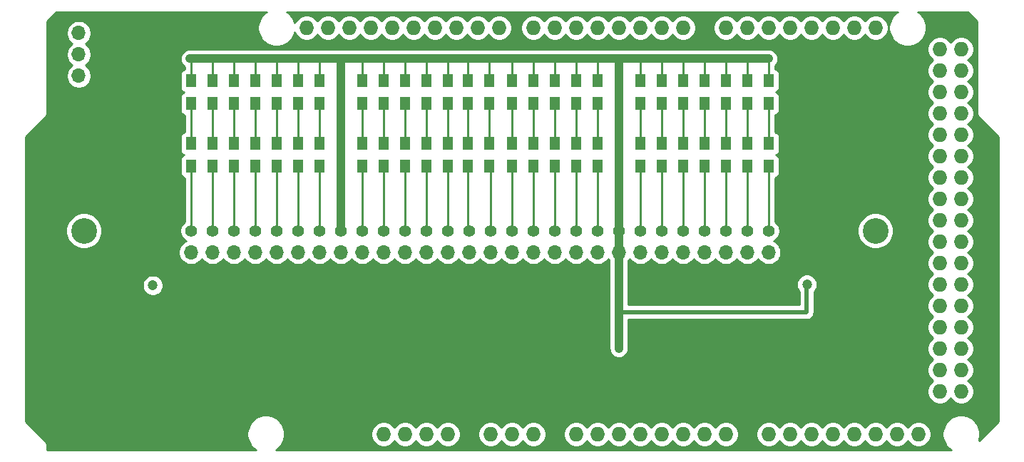
<source format=gbr>
%TF.GenerationSoftware,KiCad,Pcbnew,(5.1.9)-1*%
%TF.CreationDate,2021-01-16T23:23:18+11:00*%
%TF.ProjectId,megatosimm,6d656761-746f-4736-996d-6d2e6b696361,rev?*%
%TF.SameCoordinates,Original*%
%TF.FileFunction,Copper,L1,Top*%
%TF.FilePolarity,Positive*%
%FSLAX46Y46*%
G04 Gerber Fmt 4.6, Leading zero omitted, Abs format (unit mm)*
G04 Created by KiCad (PCBNEW (5.1.9)-1) date 2021-01-16 23:23:18*
%MOMM*%
%LPD*%
G01*
G04 APERTURE LIST*
%TA.AperFunction,SMDPad,CuDef*%
%ADD10R,1.300000X1.500000*%
%TD*%
%TA.AperFunction,ComponentPad*%
%ADD11O,1.727200X1.727200*%
%TD*%
%TA.AperFunction,ComponentPad*%
%ADD12R,1.200000X1.200000*%
%TD*%
%TA.AperFunction,ComponentPad*%
%ADD13C,1.200000*%
%TD*%
%TA.AperFunction,ComponentPad*%
%ADD14R,1.700000X1.700000*%
%TD*%
%TA.AperFunction,ComponentPad*%
%ADD15O,1.700000X1.700000*%
%TD*%
%TA.AperFunction,ComponentPad*%
%ADD16R,1.397000X1.397000*%
%TD*%
%TA.AperFunction,ComponentPad*%
%ADD17C,1.397000*%
%TD*%
%TA.AperFunction,ComponentPad*%
%ADD18C,3.048000*%
%TD*%
%TA.AperFunction,ViaPad*%
%ADD19C,0.800000*%
%TD*%
%TA.AperFunction,Conductor*%
%ADD20C,0.500000*%
%TD*%
%TA.AperFunction,Conductor*%
%ADD21C,1.000000*%
%TD*%
%TA.AperFunction,Conductor*%
%ADD22C,0.250000*%
%TD*%
%TA.AperFunction,Conductor*%
%ADD23C,0.254000*%
%TD*%
%TA.AperFunction,Conductor*%
%ADD24C,0.100000*%
%TD*%
G04 APERTURE END LIST*
D10*
%TO.P,R26,1*%
%TO.N,CASP*%
X187325000Y-92663000D03*
%TO.P,R26,2*%
%TO.N,Net-(D26-Pad2)*%
X187325000Y-89963000D03*
%TD*%
%TO.P,R24,1*%
%TO.N,DP*%
X189865000Y-92663000D03*
%TO.P,R24,2*%
%TO.N,Net-(D24-Pad2)*%
X189865000Y-89963000D03*
%TD*%
%TO.P,R23,1*%
%TO.N,RAS*%
X184785000Y-92663000D03*
%TO.P,R23,2*%
%TO.N,Net-(D23-Pad2)*%
X184785000Y-89963000D03*
%TD*%
%TO.P,R21,1*%
%TO.N,WE*%
X169545000Y-92663000D03*
%TO.P,R21,2*%
%TO.N,Net-(D21-Pad2)*%
X169545000Y-89963000D03*
%TD*%
%TO.P,R20,1*%
%TO.N,A11*%
X177165000Y-92663000D03*
%TO.P,R20,2*%
%TO.N,Net-(D20-Pad2)*%
X177165000Y-89963000D03*
%TD*%
%TO.P,R19,1*%
%TO.N,A10*%
X164465000Y-92663000D03*
%TO.P,R19,2*%
%TO.N,Net-(D19-Pad2)*%
X164465000Y-89963000D03*
%TD*%
%TO.P,R17,1*%
%TO.N,A8*%
X159385000Y-92663000D03*
%TO.P,R17,2*%
%TO.N,Net-(D17-Pad2)*%
X159385000Y-89963000D03*
%TD*%
%TO.P,R16,1*%
%TO.N,A7*%
X154178000Y-92663000D03*
%TO.P,R16,2*%
%TO.N,Net-(D16-Pad2)*%
X154178000Y-89963000D03*
%TD*%
%TO.P,R14,1*%
%TO.N,A5*%
X146685000Y-92663000D03*
%TO.P,R14,2*%
%TO.N,Net-(D14-Pad2)*%
X146685000Y-89963000D03*
%TD*%
%TO.P,R12,1*%
%TO.N,A3*%
X136525000Y-92663000D03*
%TO.P,R12,2*%
%TO.N,Net-(D12-Pad2)*%
X136525000Y-89963000D03*
%TD*%
%TO.P,R10,1*%
%TO.N,A1*%
X128905000Y-92663000D03*
%TO.P,R10,2*%
%TO.N,Net-(D10-Pad2)*%
X128905000Y-89963000D03*
%TD*%
%TO.P,R8,1*%
%TO.N,DQ7*%
X179705000Y-92663000D03*
%TO.P,R8,2*%
%TO.N,Net-(D8-Pad2)*%
X179705000Y-89963000D03*
%TD*%
%TO.P,R6,1*%
%TO.N,DQ5*%
X167005000Y-92663000D03*
%TO.P,R6,2*%
%TO.N,Net-(D6-Pad2)*%
X167005000Y-89963000D03*
%TD*%
%TO.P,R4,1*%
%TO.N,DQ3*%
X149225000Y-92663000D03*
%TO.P,R4,2*%
%TO.N,Net-(D4-Pad2)*%
X149225000Y-89963000D03*
%TD*%
%TO.P,R2,1*%
%TO.N,DQ1*%
X131445000Y-92663000D03*
%TO.P,R2,2*%
%TO.N,Net-(D2-Pad2)*%
X131445000Y-89963000D03*
%TD*%
%TO.P,D26,1*%
%TO.N,GND*%
X187325000Y-82470000D03*
%TO.P,D26,2*%
%TO.N,Net-(D26-Pad2)*%
X187325000Y-85170000D03*
%TD*%
%TO.P,D24,1*%
%TO.N,GND*%
X189865000Y-82470000D03*
%TO.P,D24,2*%
%TO.N,Net-(D24-Pad2)*%
X189865000Y-85170000D03*
%TD*%
%TO.P,D23,1*%
%TO.N,GND*%
X184785000Y-82470000D03*
%TO.P,D23,2*%
%TO.N,Net-(D23-Pad2)*%
X184785000Y-85170000D03*
%TD*%
%TO.P,D21,1*%
%TO.N,GND*%
X169545000Y-82470000D03*
%TO.P,D21,2*%
%TO.N,Net-(D21-Pad2)*%
X169545000Y-85170000D03*
%TD*%
%TO.P,D20,1*%
%TO.N,GND*%
X177165000Y-82470000D03*
%TO.P,D20,2*%
%TO.N,Net-(D20-Pad2)*%
X177165000Y-85170000D03*
%TD*%
%TO.P,D19,1*%
%TO.N,GND*%
X164465000Y-82470000D03*
%TO.P,D19,2*%
%TO.N,Net-(D19-Pad2)*%
X164465000Y-85170000D03*
%TD*%
%TO.P,D17,1*%
%TO.N,GND*%
X159385000Y-82470000D03*
%TO.P,D17,2*%
%TO.N,Net-(D17-Pad2)*%
X159385000Y-85170000D03*
%TD*%
%TO.P,D16,1*%
%TO.N,GND*%
X154178000Y-82470000D03*
%TO.P,D16,2*%
%TO.N,Net-(D16-Pad2)*%
X154178000Y-85170000D03*
%TD*%
%TO.P,D14,1*%
%TO.N,GND*%
X146685000Y-82470000D03*
%TO.P,D14,2*%
%TO.N,Net-(D14-Pad2)*%
X146685000Y-85170000D03*
%TD*%
%TO.P,D12,1*%
%TO.N,GND*%
X136525000Y-82470000D03*
%TO.P,D12,2*%
%TO.N,Net-(D12-Pad2)*%
X136525000Y-85170000D03*
%TD*%
%TO.P,D10,1*%
%TO.N,GND*%
X128905000Y-82470000D03*
%TO.P,D10,2*%
%TO.N,Net-(D10-Pad2)*%
X128905000Y-85170000D03*
%TD*%
%TO.P,D8,1*%
%TO.N,GND*%
X179705000Y-82470000D03*
%TO.P,D8,2*%
%TO.N,Net-(D8-Pad2)*%
X179705000Y-85170000D03*
%TD*%
%TO.P,D6,1*%
%TO.N,GND*%
X167005000Y-82470000D03*
%TO.P,D6,2*%
%TO.N,Net-(D6-Pad2)*%
X167005000Y-85170000D03*
%TD*%
%TO.P,D4,1*%
%TO.N,GND*%
X149225000Y-82470000D03*
%TO.P,D4,2*%
%TO.N,Net-(D4-Pad2)*%
X149225000Y-85170000D03*
%TD*%
%TO.P,D2,1*%
%TO.N,GND*%
X131445000Y-82470000D03*
%TO.P,D2,2*%
%TO.N,Net-(D2-Pad2)*%
X131445000Y-85170000D03*
%TD*%
%TO.P,R25,1*%
%TO.N,QP*%
X182245000Y-92663000D03*
%TO.P,R25,2*%
%TO.N,Net-(D25-Pad2)*%
X182245000Y-89963000D03*
%TD*%
%TO.P,R22,1*%
%TO.N,CAS*%
X121285000Y-92663000D03*
%TO.P,R22,2*%
%TO.N,Net-(D22-Pad2)*%
X121285000Y-89963000D03*
%TD*%
%TO.P,R18,1*%
%TO.N,A9*%
X161925000Y-92663000D03*
%TO.P,R18,2*%
%TO.N,Net-(D18-Pad2)*%
X161925000Y-89963000D03*
%TD*%
%TO.P,R15,1*%
%TO.N,A6*%
X151765000Y-92663000D03*
%TO.P,R15,2*%
%TO.N,Net-(D15-Pad2)*%
X151765000Y-89963000D03*
%TD*%
%TO.P,R13,1*%
%TO.N,A4*%
X144145000Y-92663000D03*
%TO.P,R13,2*%
%TO.N,Net-(D13-Pad2)*%
X144145000Y-89963000D03*
%TD*%
%TO.P,R11,1*%
%TO.N,A2*%
X133985000Y-92663000D03*
%TO.P,R11,2*%
%TO.N,Net-(D11-Pad2)*%
X133985000Y-89963000D03*
%TD*%
%TO.P,R9,1*%
%TO.N,A0*%
X126365000Y-92663000D03*
%TO.P,R9,2*%
%TO.N,Net-(D9-Pad2)*%
X126365000Y-89963000D03*
%TD*%
%TO.P,R7,1*%
%TO.N,DQ6*%
X174625000Y-92663000D03*
%TO.P,R7,2*%
%TO.N,Net-(D7-Pad2)*%
X174625000Y-89963000D03*
%TD*%
%TO.P,R5,1*%
%TO.N,DQ4*%
X156718000Y-92663000D03*
%TO.P,R5,2*%
%TO.N,Net-(D5-Pad2)*%
X156718000Y-89963000D03*
%TD*%
%TO.P,R3,1*%
%TO.N,DQ2*%
X141605000Y-92663000D03*
%TO.P,R3,2*%
%TO.N,Net-(D3-Pad2)*%
X141605000Y-89963000D03*
%TD*%
%TO.P,R1,1*%
%TO.N,DQ0*%
X123825000Y-92663000D03*
%TO.P,R1,2*%
%TO.N,Net-(D1-Pad2)*%
X123825000Y-89963000D03*
%TD*%
%TO.P,D25,1*%
%TO.N,GND*%
X182245000Y-82470000D03*
%TO.P,D25,2*%
%TO.N,Net-(D25-Pad2)*%
X182245000Y-85170000D03*
%TD*%
%TO.P,D22,1*%
%TO.N,GND*%
X121285000Y-82517000D03*
%TO.P,D22,2*%
%TO.N,Net-(D22-Pad2)*%
X121285000Y-85217000D03*
%TD*%
%TO.P,D18,1*%
%TO.N,GND*%
X161925000Y-82470000D03*
%TO.P,D18,2*%
%TO.N,Net-(D18-Pad2)*%
X161925000Y-85170000D03*
%TD*%
%TO.P,D15,1*%
%TO.N,GND*%
X151765000Y-82470000D03*
%TO.P,D15,2*%
%TO.N,Net-(D15-Pad2)*%
X151765000Y-85170000D03*
%TD*%
%TO.P,D13,1*%
%TO.N,GND*%
X144145000Y-82470000D03*
%TO.P,D13,2*%
%TO.N,Net-(D13-Pad2)*%
X144145000Y-85170000D03*
%TD*%
%TO.P,D11,1*%
%TO.N,GND*%
X133985000Y-82470000D03*
%TO.P,D11,2*%
%TO.N,Net-(D11-Pad2)*%
X133985000Y-85170000D03*
%TD*%
%TO.P,D9,1*%
%TO.N,GND*%
X126365000Y-82470000D03*
%TO.P,D9,2*%
%TO.N,Net-(D9-Pad2)*%
X126365000Y-85170000D03*
%TD*%
%TO.P,D7,1*%
%TO.N,GND*%
X174625000Y-82470000D03*
%TO.P,D7,2*%
%TO.N,Net-(D7-Pad2)*%
X174625000Y-85170000D03*
%TD*%
%TO.P,D5,1*%
%TO.N,GND*%
X156718000Y-82470000D03*
%TO.P,D5,2*%
%TO.N,Net-(D5-Pad2)*%
X156718000Y-85170000D03*
%TD*%
%TO.P,D3,1*%
%TO.N,GND*%
X141605000Y-82470000D03*
%TO.P,D3,2*%
%TO.N,Net-(D3-Pad2)*%
X141605000Y-85170000D03*
%TD*%
%TO.P,D1,1*%
%TO.N,GND*%
X123825000Y-82470000D03*
%TO.P,D1,2*%
%TO.N,Net-(D1-Pad2)*%
X123825000Y-85170000D03*
%TD*%
D11*
%TO.P,U1,GND6*%
%TO.N,GND*%
X212725000Y-119380000D03*
%TO.P,U1,GND5*%
X210185000Y-119380000D03*
%TO.P,U1,D53*%
%TO.N,Net-(U1-PadD53)*%
X212725000Y-116840000D03*
%TO.P,U1,D52*%
%TO.N,Net-(U1-PadD52)*%
X210185000Y-116840000D03*
%TO.P,U1,D51*%
%TO.N,Net-(U1-PadD51)*%
X212725000Y-114300000D03*
%TO.P,U1,D50*%
%TO.N,Net-(U1-PadD50)*%
X210185000Y-114300000D03*
%TO.P,U1,D49*%
%TO.N,Net-(U1-PadD49)*%
X212725000Y-111760000D03*
%TO.P,U1,D48*%
%TO.N,Net-(U1-PadD48)*%
X210185000Y-111760000D03*
%TO.P,U1,D47*%
%TO.N,A10*%
X212725000Y-109220000D03*
%TO.P,U1,D46*%
%TO.N,DQ5*%
X210185000Y-109220000D03*
%TO.P,U1,D45*%
%TO.N,WE*%
X212725000Y-106680000D03*
%TO.P,U1,D44*%
%TO.N,DQ6*%
X210185000Y-106680000D03*
%TO.P,U1,D43*%
%TO.N,A11*%
X212725000Y-104140000D03*
%TO.P,U1,D42*%
%TO.N,DQ7*%
X210185000Y-104140000D03*
%TO.P,U1,D41*%
%TO.N,QP*%
X212725000Y-101600000D03*
%TO.P,U1,D40*%
%TO.N,RAS*%
X210185000Y-101600000D03*
%TO.P,U1,D39*%
%TO.N,CASP*%
X212725000Y-99060000D03*
%TO.P,U1,D38*%
%TO.N,DP*%
X210185000Y-99060000D03*
%TO.P,U1,D37*%
%TO.N,A9*%
X212725000Y-96520000D03*
%TO.P,U1,D36*%
%TO.N,A8*%
X210185000Y-96520000D03*
%TO.P,U1,D35*%
%TO.N,DQ4*%
X212725000Y-93980000D03*
%TO.P,U1,D34*%
%TO.N,A7*%
X210185000Y-93980000D03*
%TO.P,U1,D33*%
%TO.N,A6*%
X212725000Y-91440000D03*
%TO.P,U1,D32*%
%TO.N,DQ3*%
X210185000Y-91440000D03*
%TO.P,U1,D31*%
%TO.N,A5*%
X212725000Y-88900000D03*
%TO.P,U1,D30*%
%TO.N,A4*%
X210185000Y-88900000D03*
%TO.P,U1,D29*%
%TO.N,DQ2*%
X212725000Y-86360000D03*
%TO.P,U1,D28*%
%TO.N,A3*%
X210185000Y-86360000D03*
%TO.P,U1,D27*%
%TO.N,A2*%
X212725000Y-83820000D03*
%TO.P,U1,D26*%
%TO.N,DQ1*%
X210185000Y-83820000D03*
%TO.P,U1,D25*%
%TO.N,A1*%
X212725000Y-81280000D03*
%TO.P,U1,D24*%
%TO.N,A0*%
X210185000Y-81280000D03*
%TO.P,U1,D23*%
%TO.N,DQ0*%
X212725000Y-78740000D03*
%TO.P,U1,D22*%
%TO.N,CAS*%
X210185000Y-78740000D03*
%TO.P,U1,5V4*%
%TO.N,VCC*%
X212725000Y-76200000D03*
%TO.P,U1,5V3*%
X210185000Y-76200000D03*
%TO.P,U1,CANT*%
%TO.N,Net-(U1-PadCANT)*%
X207645000Y-124460000D03*
%TO.P,U1,CANR*%
%TO.N,Net-(U1-PadCANR)*%
X205105000Y-124460000D03*
%TO.P,U1,DAC1*%
%TO.N,Net-(U1-PadDAC1)*%
X202565000Y-124460000D03*
%TO.P,U1,DAC0*%
%TO.N,Net-(U1-PadDAC0)*%
X200025000Y-124460000D03*
%TO.P,U1,A11*%
%TO.N,Net-(U1-PadA11)*%
X197485000Y-124460000D03*
%TO.P,U1,A10*%
%TO.N,Net-(U1-PadA10)*%
X194945000Y-124460000D03*
%TO.P,U1,A9*%
%TO.N,Net-(U1-PadA9)*%
X192405000Y-124460000D03*
%TO.P,U1,A8*%
%TO.N,Net-(U1-PadA8)*%
X189865000Y-124460000D03*
%TO.P,U1,A7*%
%TO.N,Net-(U1-PadA7)*%
X184785000Y-124460000D03*
%TO.P,U1,A6*%
%TO.N,Net-(U1-PadA6)*%
X182245000Y-124460000D03*
%TO.P,U1,A5*%
%TO.N,Net-(U1-PadA5)*%
X179705000Y-124460000D03*
%TO.P,U1,A4*%
%TO.N,Net-(U1-PadA4)*%
X177165000Y-124460000D03*
%TO.P,U1,A3*%
%TO.N,Net-(U1-PadA3)*%
X174625000Y-124460000D03*
%TO.P,U1,A2*%
%TO.N,Net-(U1-PadA2)*%
X172085000Y-124460000D03*
%TO.P,U1,A1*%
%TO.N,Net-(U1-PadA1)*%
X169545000Y-124460000D03*
%TO.P,U1,*%
%TO.N,*%
X144145000Y-124460000D03*
%TO.P,U1,D11*%
%TO.N,Net-(U1-PadD11)*%
X150241000Y-76200000D03*
%TO.P,U1,D12*%
%TO.N,Net-(U1-PadD12)*%
X147701000Y-76200000D03*
%TO.P,U1,D13*%
%TO.N,Net-(U1-PadD13)*%
X145161000Y-76200000D03*
%TO.P,U1,AREF*%
%TO.N,Net-(U1-PadAREF)*%
X140081000Y-76200000D03*
%TO.P,U1,SDA1*%
%TO.N,SDA1*%
X137541000Y-76200000D03*
%TO.P,U1,SCL1*%
%TO.N,SCL1*%
X135001000Y-76200000D03*
%TO.P,U1,D10*%
%TO.N,Net-(U1-PadD10)*%
X152781000Y-76200000D03*
%TO.P,U1,D9*%
%TO.N,Net-(U1-PadD9)*%
X155321000Y-76200000D03*
%TO.P,U1,D8*%
%TO.N,Net-(U1-PadD8)*%
X157861000Y-76200000D03*
%TO.P,U1,GND1*%
%TO.N,GND*%
X142621000Y-76200000D03*
%TO.P,U1,D7*%
%TO.N,Net-(U1-PadD7)*%
X161925000Y-76200000D03*
%TO.P,U1,D6*%
%TO.N,Net-(U1-PadD6)*%
X164465000Y-76200000D03*
%TO.P,U1,D5*%
%TO.N,Net-(U1-PadD5)*%
X167005000Y-76200000D03*
%TO.P,U1,D4*%
%TO.N,Net-(U1-PadD4)*%
X169545000Y-76200000D03*
%TO.P,U1,D3*%
%TO.N,Net-(U1-PadD3)*%
X172085000Y-76200000D03*
%TO.P,U1,D2*%
%TO.N,Net-(U1-PadD2)*%
X174625000Y-76200000D03*
%TO.P,U1,D1*%
%TO.N,Net-(U1-PadD1)*%
X177165000Y-76200000D03*
%TO.P,U1,D0*%
%TO.N,Net-(U1-PadD0)*%
X179705000Y-76200000D03*
%TO.P,U1,D14*%
%TO.N,Net-(U1-PadD14)*%
X184785000Y-76200000D03*
%TO.P,U1,D15*%
%TO.N,Net-(U1-PadD15)*%
X187325000Y-76200000D03*
%TO.P,U1,D16*%
%TO.N,Net-(U1-PadD16)*%
X189865000Y-76200000D03*
%TO.P,U1,D17*%
%TO.N,Net-(U1-PadD17)*%
X192405000Y-76200000D03*
%TO.P,U1,D18*%
%TO.N,Net-(U1-PadD18)*%
X194945000Y-76200000D03*
%TO.P,U1,D19*%
%TO.N,Net-(U1-PadD19)*%
X197485000Y-76200000D03*
%TO.P,U1,D20*%
%TO.N,Net-(U1-PadD20)*%
X200025000Y-76200000D03*
%TO.P,U1,D21*%
%TO.N,Net-(U1-PadD21)*%
X202565000Y-76200000D03*
%TO.P,U1,IORF*%
%TO.N,Net-(U1-PadIORF)*%
X146685000Y-124460000D03*
%TO.P,U1,RST1*%
%TO.N,Net-(U1-PadRST1)*%
X149225000Y-124460000D03*
%TO.P,U1,3V3*%
%TO.N,Net-(U1-Pad3V3)*%
X151765000Y-124460000D03*
%TO.P,U1,5V1*%
%TO.N,VCC*%
X154305000Y-124460000D03*
%TO.P,U1,GND2*%
%TO.N,GND*%
X156845000Y-124460000D03*
%TO.P,U1,GND3*%
X159385000Y-124460000D03*
%TO.P,U1,VIN*%
%TO.N,Net-(U1-PadVIN)*%
X161925000Y-124460000D03*
%TO.P,U1,A0*%
%TO.N,Net-(U1-PadA0)*%
X167005000Y-124460000D03*
%TD*%
D12*
%TO.P,C2,1*%
%TO.N,VCC*%
X192405000Y-106680000D03*
D13*
%TO.P,C2,2*%
%TO.N,GND*%
X194405000Y-106680000D03*
%TD*%
D12*
%TO.P,C1,1*%
%TO.N,VCC*%
X118745000Y-106807000D03*
D13*
%TO.P,C1,2*%
%TO.N,GND*%
X116745000Y-106807000D03*
%TD*%
D14*
%TO.P,J3,1*%
%TO.N,VCC*%
X107950000Y-84455000D03*
D15*
%TO.P,J3,2*%
%TO.N,SDA1*%
X107950000Y-81915000D03*
%TO.P,J3,3*%
%TO.N,SCL1*%
X107950000Y-79375000D03*
%TO.P,J3,4*%
%TO.N,GND*%
X107950000Y-76835000D03*
%TD*%
D14*
%TO.P,J2,1*%
%TO.N,VCC*%
X118745000Y-102870000D03*
D15*
%TO.P,J2,2*%
%TO.N,CAS*%
X121285000Y-102870000D03*
%TO.P,J2,3*%
%TO.N,DQ0*%
X123825000Y-102870000D03*
%TO.P,J2,4*%
%TO.N,A0*%
X126365000Y-102870000D03*
%TO.P,J2,5*%
%TO.N,A1*%
X128905000Y-102870000D03*
%TO.P,J2,6*%
%TO.N,DQ1*%
X131445000Y-102870000D03*
%TO.P,J2,7*%
%TO.N,A2*%
X133985000Y-102870000D03*
%TO.P,J2,8*%
%TO.N,A3*%
X136525000Y-102870000D03*
%TO.P,J2,9*%
%TO.N,GND*%
X139065000Y-102870000D03*
%TO.P,J2,10*%
%TO.N,DQ2*%
X141605000Y-102870000D03*
%TO.P,J2,11*%
%TO.N,A4*%
X144145000Y-102870000D03*
%TO.P,J2,12*%
%TO.N,A5*%
X146685000Y-102870000D03*
%TO.P,J2,13*%
%TO.N,DQ3*%
X149225000Y-102870000D03*
%TO.P,J2,14*%
%TO.N,A6*%
X151765000Y-102870000D03*
%TO.P,J2,15*%
%TO.N,A7*%
X154305000Y-102870000D03*
%TO.P,J2,16*%
%TO.N,DQ4*%
X156845000Y-102870000D03*
%TO.P,J2,17*%
%TO.N,A8*%
X159385000Y-102870000D03*
%TO.P,J2,18*%
%TO.N,A9*%
X161925000Y-102870000D03*
%TO.P,J2,19*%
%TO.N,A10*%
X164465000Y-102870000D03*
%TO.P,J2,20*%
%TO.N,DQ5*%
X167005000Y-102870000D03*
%TO.P,J2,21*%
%TO.N,WE*%
X169545000Y-102870000D03*
%TO.P,J2,22*%
%TO.N,GND*%
X172085000Y-102870000D03*
%TO.P,J2,23*%
%TO.N,DQ6*%
X174625000Y-102870000D03*
%TO.P,J2,24*%
%TO.N,A11*%
X177165000Y-102870000D03*
%TO.P,J2,25*%
%TO.N,DQ7*%
X179705000Y-102870000D03*
%TO.P,J2,26*%
%TO.N,QP*%
X182245000Y-102870000D03*
%TO.P,J2,27*%
%TO.N,RAS*%
X184785000Y-102870000D03*
%TO.P,J2,28*%
%TO.N,CASP*%
X187325000Y-102870000D03*
%TO.P,J2,29*%
%TO.N,DP*%
X189865000Y-102870000D03*
%TO.P,J2,30*%
%TO.N,VCC*%
X192405000Y-102870000D03*
%TD*%
D16*
%TO.P,J1,1*%
%TO.N,VCC*%
X118745000Y-100330000D03*
D17*
%TO.P,J1,2*%
%TO.N,CAS*%
X121285000Y-100330000D03*
%TO.P,J1,3*%
%TO.N,DQ0*%
X123825000Y-100330000D03*
%TO.P,J1,4*%
%TO.N,A0*%
X126365000Y-100330000D03*
%TO.P,J1,5*%
%TO.N,A1*%
X128905000Y-100330000D03*
%TO.P,J1,6*%
%TO.N,DQ1*%
X131445000Y-100330000D03*
%TO.P,J1,7*%
%TO.N,A2*%
X133985000Y-100330000D03*
%TO.P,J1,8*%
%TO.N,A3*%
X136525000Y-100330000D03*
%TO.P,J1,9*%
%TO.N,GND*%
X139065000Y-100330000D03*
%TO.P,J1,10*%
%TO.N,DQ2*%
X141605000Y-100330000D03*
%TO.P,J1,11*%
%TO.N,A4*%
X144145000Y-100330000D03*
%TO.P,J1,12*%
%TO.N,A5*%
X146685000Y-100330000D03*
%TO.P,J1,13*%
%TO.N,DQ3*%
X149225000Y-100330000D03*
%TO.P,J1,14*%
%TO.N,A6*%
X151765000Y-100330000D03*
%TO.P,J1,15*%
%TO.N,A7*%
X154305000Y-100330000D03*
%TO.P,J1,16*%
%TO.N,DQ4*%
X156845000Y-100330000D03*
%TO.P,J1,17*%
%TO.N,A8*%
X159385000Y-100330000D03*
%TO.P,J1,18*%
%TO.N,A9*%
X161925000Y-100330000D03*
%TO.P,J1,19*%
%TO.N,A10*%
X164465000Y-100330000D03*
%TO.P,J1,20*%
%TO.N,DQ5*%
X167005000Y-100330000D03*
%TO.P,J1,21*%
%TO.N,WE*%
X169545000Y-100330000D03*
%TO.P,J1,22*%
%TO.N,GND*%
X172085000Y-100330000D03*
%TO.P,J1,23*%
%TO.N,DQ6*%
X174625000Y-100330000D03*
%TO.P,J1,24*%
%TO.N,A11*%
X177165000Y-100330000D03*
%TO.P,J1,25*%
%TO.N,DQ7*%
X179705000Y-100330000D03*
%TO.P,J1,26*%
%TO.N,QP*%
X182245000Y-100330000D03*
%TO.P,J1,27*%
%TO.N,RAS*%
X184785000Y-100330000D03*
%TO.P,J1,28*%
%TO.N,CASP*%
X187325000Y-100330000D03*
%TO.P,J1,29*%
%TO.N,DP*%
X189865000Y-100330000D03*
%TO.P,J1,30*%
%TO.N,VCC*%
X192405000Y-100330000D03*
D18*
%TO.P,J1,31*%
%TO.N,N/C*%
X202565000Y-100330000D03*
%TO.P,J1,32*%
X108585000Y-100330000D03*
%TD*%
D19*
%TO.N,GND*%
X172085000Y-114300000D03*
%TD*%
D20*
%TO.N,VCC*%
X192405000Y-106680000D02*
X192405000Y-102870000D01*
X192405000Y-100330000D02*
X192405000Y-102870000D01*
X118745000Y-100330000D02*
X118745000Y-102870000D01*
X118745000Y-102870000D02*
X118745000Y-106807000D01*
%TO.N,GND*%
X139065000Y-100330000D02*
X139065000Y-100076000D01*
X172085000Y-100330000D02*
X172085000Y-100088700D01*
X172085000Y-114274600D02*
X172123100Y-114312700D01*
D21*
X172085000Y-102870000D02*
X172085000Y-100330000D01*
X172085000Y-80137000D02*
X171831000Y-79883000D01*
X172085000Y-100330000D02*
X172085000Y-80137000D01*
X139065000Y-80137000D02*
X138811000Y-79883000D01*
X139065000Y-100330000D02*
X139065000Y-80137000D01*
D22*
X121285000Y-82517000D02*
X121285000Y-80010000D01*
X123825000Y-82470000D02*
X123825000Y-80137000D01*
D21*
X121158000Y-79883000D02*
X124079000Y-79883000D01*
D22*
X126365000Y-82470000D02*
X126365000Y-80010000D01*
D21*
X124079000Y-79883000D02*
X126492000Y-79883000D01*
D22*
X128905000Y-82470000D02*
X128905000Y-79883000D01*
D21*
X126492000Y-79883000D02*
X128905000Y-79883000D01*
D22*
X131445000Y-82470000D02*
X131445000Y-79883000D01*
D21*
X128905000Y-79883000D02*
X131445000Y-79883000D01*
D22*
X133985000Y-82470000D02*
X133985000Y-80137000D01*
D21*
X131445000Y-79883000D02*
X133731000Y-79883000D01*
D22*
X136525000Y-82470000D02*
X136525000Y-80137000D01*
D21*
X136271000Y-79883000D02*
X138811000Y-79883000D01*
X133731000Y-79883000D02*
X136271000Y-79883000D01*
D22*
X141605000Y-82470000D02*
X141605000Y-80010000D01*
D21*
X138811000Y-79883000D02*
X141478000Y-79883000D01*
D22*
X144145000Y-82470000D02*
X144145000Y-80010000D01*
D21*
X141478000Y-79883000D02*
X144272000Y-79883000D01*
D22*
X146685000Y-82470000D02*
X146685000Y-80010000D01*
D21*
X144272000Y-79883000D02*
X146558000Y-79883000D01*
D22*
X149225000Y-82470000D02*
X149225000Y-79883000D01*
D21*
X146558000Y-79883000D02*
X149225000Y-79883000D01*
D22*
X151765000Y-82470000D02*
X151765000Y-79883000D01*
D21*
X149225000Y-79883000D02*
X151765000Y-79883000D01*
D22*
X154178000Y-82470000D02*
X154178000Y-80010000D01*
D21*
X151765000Y-79883000D02*
X154051000Y-79883000D01*
D22*
X156718000Y-82470000D02*
X156718000Y-80010000D01*
D21*
X154051000Y-79883000D02*
X156845000Y-79883000D01*
D22*
X159385000Y-82470000D02*
X159385000Y-80010000D01*
D21*
X156845000Y-79883000D02*
X159258000Y-79883000D01*
D22*
X161925000Y-82470000D02*
X161925000Y-79883000D01*
D21*
X159258000Y-79883000D02*
X161925000Y-79883000D01*
D22*
X164465000Y-82470000D02*
X164465000Y-79883000D01*
D21*
X161925000Y-79883000D02*
X164465000Y-79883000D01*
D22*
X167005000Y-82470000D02*
X167005000Y-80010000D01*
D21*
X164465000Y-79883000D02*
X166878000Y-79883000D01*
D22*
X169545000Y-82470000D02*
X169545000Y-79883000D01*
D21*
X169545000Y-79883000D02*
X171831000Y-79883000D01*
X166878000Y-79883000D02*
X169545000Y-79883000D01*
D22*
X174625000Y-82470000D02*
X174625000Y-80010000D01*
D21*
X171831000Y-79883000D02*
X174752000Y-79883000D01*
D22*
X177165000Y-82470000D02*
X177165000Y-80137000D01*
D21*
X174752000Y-79883000D02*
X177419000Y-79883000D01*
D22*
X179705000Y-82470000D02*
X179705000Y-80010000D01*
D21*
X177419000Y-79883000D02*
X179832000Y-79883000D01*
D22*
X182245000Y-82470000D02*
X182245000Y-79883000D01*
D21*
X179832000Y-79883000D02*
X182245000Y-79883000D01*
D22*
X184785000Y-82470000D02*
X184785000Y-79883000D01*
D21*
X182245000Y-79883000D02*
X184785000Y-79883000D01*
X187198000Y-79883000D02*
X189865000Y-79883000D01*
D22*
X187325000Y-82470000D02*
X187325000Y-80010000D01*
D21*
X184785000Y-79883000D02*
X187198000Y-79883000D01*
D22*
X189865000Y-82470000D02*
X189865000Y-79883000D01*
D20*
X172085000Y-109982000D02*
X194373000Y-109982000D01*
D21*
X172085000Y-102870000D02*
X172085000Y-109982000D01*
X172085000Y-109982000D02*
X172085000Y-114274600D01*
D20*
X194373000Y-106712000D02*
X194405000Y-106680000D01*
X194373000Y-109982000D02*
X194373000Y-106712000D01*
D22*
%TO.N,CAS*%
X121285000Y-100330000D02*
X121285000Y-92663000D01*
%TO.N,DQ0*%
X123825000Y-92663000D02*
X123825000Y-100330000D01*
%TO.N,A0*%
X126365000Y-100330000D02*
X126365000Y-92663000D01*
%TO.N,A1*%
X128905000Y-92663000D02*
X128905000Y-100330000D01*
%TO.N,DQ1*%
X131445000Y-100330000D02*
X131445000Y-92663000D01*
%TO.N,A2*%
X133985000Y-92663000D02*
X133985000Y-100330000D01*
%TO.N,A3*%
X136525000Y-100330000D02*
X136525000Y-92663000D01*
%TO.N,DQ2*%
X141605000Y-100330000D02*
X141605000Y-92663000D01*
%TO.N,A4*%
X144145000Y-92663000D02*
X144145000Y-100330000D01*
%TO.N,A5*%
X146685000Y-100330000D02*
X146685000Y-92663000D01*
%TO.N,DQ3*%
X149225000Y-92663000D02*
X149225000Y-100330000D01*
%TO.N,A6*%
X151765000Y-100330000D02*
X151765000Y-92663000D01*
%TO.N,A7*%
X154178000Y-100203000D02*
X154305000Y-100330000D01*
X154178000Y-92663000D02*
X154178000Y-100203000D01*
%TO.N,DQ4*%
X156845000Y-92790000D02*
X156718000Y-92663000D01*
X156845000Y-100330000D02*
X156845000Y-92790000D01*
%TO.N,A8*%
X159385000Y-92663000D02*
X159385000Y-100330000D01*
%TO.N,A9*%
X161925000Y-100330000D02*
X161925000Y-92663000D01*
%TO.N,A10*%
X164465000Y-92663000D02*
X164465000Y-100330000D01*
%TO.N,DQ5*%
X167005000Y-100330000D02*
X167005000Y-92663000D01*
%TO.N,WE*%
X169545000Y-92663000D02*
X169545000Y-100330000D01*
%TO.N,DQ6*%
X174625000Y-100330000D02*
X174625000Y-92663000D01*
%TO.N,A11*%
X177165000Y-92663000D02*
X177165000Y-100330000D01*
%TO.N,DQ7*%
X179705000Y-100330000D02*
X179705000Y-92663000D01*
%TO.N,QP*%
X182245000Y-92663000D02*
X182245000Y-100330000D01*
%TO.N,RAS*%
X184785000Y-100330000D02*
X184785000Y-92663000D01*
%TO.N,CASP*%
X187325000Y-92663000D02*
X187325000Y-100330000D01*
%TO.N,DP*%
X189865000Y-100330000D02*
X189865000Y-92663000D01*
%TO.N,Net-(D1-Pad2)*%
X123825000Y-85170000D02*
X123825000Y-89963000D01*
%TO.N,Net-(D3-Pad2)*%
X141605000Y-89963000D02*
X141605000Y-85170000D01*
%TO.N,Net-(D5-Pad2)*%
X156718000Y-89963000D02*
X156718000Y-85170000D01*
%TO.N,Net-(D7-Pad2)*%
X174625000Y-85170000D02*
X174625000Y-89963000D01*
%TO.N,Net-(D9-Pad2)*%
X126365000Y-85170000D02*
X126365000Y-89963000D01*
%TO.N,Net-(D11-Pad2)*%
X133985000Y-89963000D02*
X133985000Y-85170000D01*
%TO.N,Net-(D13-Pad2)*%
X144145000Y-85170000D02*
X144145000Y-89963000D01*
%TO.N,Net-(D15-Pad2)*%
X151765000Y-89963000D02*
X151765000Y-85170000D01*
%TO.N,Net-(D18-Pad2)*%
X161925000Y-89963000D02*
X161925000Y-85170000D01*
%TO.N,Net-(D22-Pad2)*%
X121285000Y-85217000D02*
X121285000Y-89963000D01*
%TO.N,Net-(D25-Pad2)*%
X182245000Y-89963000D02*
X182245000Y-85170000D01*
%TO.N,Net-(D2-Pad2)*%
X131445000Y-85170000D02*
X131445000Y-89963000D01*
%TO.N,Net-(D4-Pad2)*%
X149225000Y-85170000D02*
X149225000Y-89963000D01*
%TO.N,Net-(D6-Pad2)*%
X167005000Y-85170000D02*
X167005000Y-89963000D01*
%TO.N,Net-(D8-Pad2)*%
X179705000Y-85170000D02*
X179705000Y-89963000D01*
%TO.N,Net-(D10-Pad2)*%
X128905000Y-89963000D02*
X128905000Y-85170000D01*
%TO.N,Net-(D12-Pad2)*%
X136525000Y-85170000D02*
X136525000Y-89963000D01*
%TO.N,Net-(D14-Pad2)*%
X146685000Y-89963000D02*
X146685000Y-85170000D01*
%TO.N,Net-(D16-Pad2)*%
X154178000Y-85170000D02*
X154178000Y-89963000D01*
%TO.N,Net-(D17-Pad2)*%
X159385000Y-85170000D02*
X159385000Y-89963000D01*
%TO.N,Net-(D19-Pad2)*%
X164465000Y-89963000D02*
X164465000Y-85170000D01*
%TO.N,Net-(D20-Pad2)*%
X177165000Y-89963000D02*
X177165000Y-85170000D01*
%TO.N,Net-(D21-Pad2)*%
X169545000Y-89963000D02*
X169545000Y-85170000D01*
%TO.N,Net-(D23-Pad2)*%
X184785000Y-85170000D02*
X184785000Y-89963000D01*
%TO.N,Net-(D24-Pad2)*%
X189865000Y-85170000D02*
X189865000Y-89963000D01*
%TO.N,Net-(D26-Pad2)*%
X187325000Y-89963000D02*
X187325000Y-85170000D01*
%TD*%
D23*
%TO.N,VCC*%
X130020271Y-74463962D02*
X129708962Y-74775271D01*
X129464369Y-75141331D01*
X129295890Y-75548075D01*
X129210000Y-75979872D01*
X129210000Y-76420128D01*
X129295890Y-76851925D01*
X129464369Y-77258669D01*
X129708962Y-77624729D01*
X130020271Y-77936038D01*
X130386331Y-78180631D01*
X130793075Y-78349110D01*
X131224872Y-78435000D01*
X131665128Y-78435000D01*
X132096925Y-78349110D01*
X132503669Y-78180631D01*
X132869729Y-77936038D01*
X133181038Y-77624729D01*
X133425631Y-77258669D01*
X133594110Y-76851925D01*
X133611906Y-76762460D01*
X133672958Y-76909853D01*
X133836961Y-77155302D01*
X134045698Y-77364039D01*
X134291147Y-77528042D01*
X134563875Y-77641010D01*
X134853401Y-77698600D01*
X135148599Y-77698600D01*
X135438125Y-77641010D01*
X135710853Y-77528042D01*
X135956302Y-77364039D01*
X136165039Y-77155302D01*
X136271000Y-76996719D01*
X136376961Y-77155302D01*
X136585698Y-77364039D01*
X136831147Y-77528042D01*
X137103875Y-77641010D01*
X137393401Y-77698600D01*
X137688599Y-77698600D01*
X137978125Y-77641010D01*
X138250853Y-77528042D01*
X138496302Y-77364039D01*
X138705039Y-77155302D01*
X138811000Y-76996719D01*
X138916961Y-77155302D01*
X139125698Y-77364039D01*
X139371147Y-77528042D01*
X139643875Y-77641010D01*
X139933401Y-77698600D01*
X140228599Y-77698600D01*
X140518125Y-77641010D01*
X140790853Y-77528042D01*
X141036302Y-77364039D01*
X141245039Y-77155302D01*
X141351000Y-76996719D01*
X141456961Y-77155302D01*
X141665698Y-77364039D01*
X141911147Y-77528042D01*
X142183875Y-77641010D01*
X142473401Y-77698600D01*
X142768599Y-77698600D01*
X143058125Y-77641010D01*
X143330853Y-77528042D01*
X143576302Y-77364039D01*
X143785039Y-77155302D01*
X143891000Y-76996719D01*
X143996961Y-77155302D01*
X144205698Y-77364039D01*
X144451147Y-77528042D01*
X144723875Y-77641010D01*
X145013401Y-77698600D01*
X145308599Y-77698600D01*
X145598125Y-77641010D01*
X145870853Y-77528042D01*
X146116302Y-77364039D01*
X146325039Y-77155302D01*
X146431000Y-76996719D01*
X146536961Y-77155302D01*
X146745698Y-77364039D01*
X146991147Y-77528042D01*
X147263875Y-77641010D01*
X147553401Y-77698600D01*
X147848599Y-77698600D01*
X148138125Y-77641010D01*
X148410853Y-77528042D01*
X148656302Y-77364039D01*
X148865039Y-77155302D01*
X148971000Y-76996719D01*
X149076961Y-77155302D01*
X149285698Y-77364039D01*
X149531147Y-77528042D01*
X149803875Y-77641010D01*
X150093401Y-77698600D01*
X150388599Y-77698600D01*
X150678125Y-77641010D01*
X150950853Y-77528042D01*
X151196302Y-77364039D01*
X151405039Y-77155302D01*
X151511000Y-76996719D01*
X151616961Y-77155302D01*
X151825698Y-77364039D01*
X152071147Y-77528042D01*
X152343875Y-77641010D01*
X152633401Y-77698600D01*
X152928599Y-77698600D01*
X153218125Y-77641010D01*
X153490853Y-77528042D01*
X153736302Y-77364039D01*
X153945039Y-77155302D01*
X154051000Y-76996719D01*
X154156961Y-77155302D01*
X154365698Y-77364039D01*
X154611147Y-77528042D01*
X154883875Y-77641010D01*
X155173401Y-77698600D01*
X155468599Y-77698600D01*
X155758125Y-77641010D01*
X156030853Y-77528042D01*
X156276302Y-77364039D01*
X156485039Y-77155302D01*
X156591000Y-76996719D01*
X156696961Y-77155302D01*
X156905698Y-77364039D01*
X157151147Y-77528042D01*
X157423875Y-77641010D01*
X157713401Y-77698600D01*
X158008599Y-77698600D01*
X158298125Y-77641010D01*
X158570853Y-77528042D01*
X158816302Y-77364039D01*
X159025039Y-77155302D01*
X159189042Y-76909853D01*
X159302010Y-76637125D01*
X159359600Y-76347599D01*
X159359600Y-76052401D01*
X160426400Y-76052401D01*
X160426400Y-76347599D01*
X160483990Y-76637125D01*
X160596958Y-76909853D01*
X160760961Y-77155302D01*
X160969698Y-77364039D01*
X161215147Y-77528042D01*
X161487875Y-77641010D01*
X161777401Y-77698600D01*
X162072599Y-77698600D01*
X162362125Y-77641010D01*
X162634853Y-77528042D01*
X162880302Y-77364039D01*
X163089039Y-77155302D01*
X163195000Y-76996719D01*
X163300961Y-77155302D01*
X163509698Y-77364039D01*
X163755147Y-77528042D01*
X164027875Y-77641010D01*
X164317401Y-77698600D01*
X164612599Y-77698600D01*
X164902125Y-77641010D01*
X165174853Y-77528042D01*
X165420302Y-77364039D01*
X165629039Y-77155302D01*
X165735000Y-76996719D01*
X165840961Y-77155302D01*
X166049698Y-77364039D01*
X166295147Y-77528042D01*
X166567875Y-77641010D01*
X166857401Y-77698600D01*
X167152599Y-77698600D01*
X167442125Y-77641010D01*
X167714853Y-77528042D01*
X167960302Y-77364039D01*
X168169039Y-77155302D01*
X168275000Y-76996719D01*
X168380961Y-77155302D01*
X168589698Y-77364039D01*
X168835147Y-77528042D01*
X169107875Y-77641010D01*
X169397401Y-77698600D01*
X169692599Y-77698600D01*
X169982125Y-77641010D01*
X170254853Y-77528042D01*
X170500302Y-77364039D01*
X170709039Y-77155302D01*
X170815000Y-76996719D01*
X170920961Y-77155302D01*
X171129698Y-77364039D01*
X171375147Y-77528042D01*
X171647875Y-77641010D01*
X171937401Y-77698600D01*
X172232599Y-77698600D01*
X172522125Y-77641010D01*
X172794853Y-77528042D01*
X173040302Y-77364039D01*
X173249039Y-77155302D01*
X173355000Y-76996719D01*
X173460961Y-77155302D01*
X173669698Y-77364039D01*
X173915147Y-77528042D01*
X174187875Y-77641010D01*
X174477401Y-77698600D01*
X174772599Y-77698600D01*
X175062125Y-77641010D01*
X175334853Y-77528042D01*
X175580302Y-77364039D01*
X175789039Y-77155302D01*
X175895000Y-76996719D01*
X176000961Y-77155302D01*
X176209698Y-77364039D01*
X176455147Y-77528042D01*
X176727875Y-77641010D01*
X177017401Y-77698600D01*
X177312599Y-77698600D01*
X177602125Y-77641010D01*
X177874853Y-77528042D01*
X178120302Y-77364039D01*
X178329039Y-77155302D01*
X178435000Y-76996719D01*
X178540961Y-77155302D01*
X178749698Y-77364039D01*
X178995147Y-77528042D01*
X179267875Y-77641010D01*
X179557401Y-77698600D01*
X179852599Y-77698600D01*
X180142125Y-77641010D01*
X180414853Y-77528042D01*
X180660302Y-77364039D01*
X180869039Y-77155302D01*
X181033042Y-76909853D01*
X181146010Y-76637125D01*
X181203600Y-76347599D01*
X181203600Y-76052401D01*
X183286400Y-76052401D01*
X183286400Y-76347599D01*
X183343990Y-76637125D01*
X183456958Y-76909853D01*
X183620961Y-77155302D01*
X183829698Y-77364039D01*
X184075147Y-77528042D01*
X184347875Y-77641010D01*
X184637401Y-77698600D01*
X184932599Y-77698600D01*
X185222125Y-77641010D01*
X185494853Y-77528042D01*
X185740302Y-77364039D01*
X185949039Y-77155302D01*
X186055000Y-76996719D01*
X186160961Y-77155302D01*
X186369698Y-77364039D01*
X186615147Y-77528042D01*
X186887875Y-77641010D01*
X187177401Y-77698600D01*
X187472599Y-77698600D01*
X187762125Y-77641010D01*
X188034853Y-77528042D01*
X188280302Y-77364039D01*
X188489039Y-77155302D01*
X188595000Y-76996719D01*
X188700961Y-77155302D01*
X188909698Y-77364039D01*
X189155147Y-77528042D01*
X189427875Y-77641010D01*
X189717401Y-77698600D01*
X190012599Y-77698600D01*
X190302125Y-77641010D01*
X190574853Y-77528042D01*
X190820302Y-77364039D01*
X191029039Y-77155302D01*
X191135000Y-76996719D01*
X191240961Y-77155302D01*
X191449698Y-77364039D01*
X191695147Y-77528042D01*
X191967875Y-77641010D01*
X192257401Y-77698600D01*
X192552599Y-77698600D01*
X192842125Y-77641010D01*
X193114853Y-77528042D01*
X193360302Y-77364039D01*
X193569039Y-77155302D01*
X193675000Y-76996719D01*
X193780961Y-77155302D01*
X193989698Y-77364039D01*
X194235147Y-77528042D01*
X194507875Y-77641010D01*
X194797401Y-77698600D01*
X195092599Y-77698600D01*
X195382125Y-77641010D01*
X195654853Y-77528042D01*
X195900302Y-77364039D01*
X196109039Y-77155302D01*
X196215000Y-76996719D01*
X196320961Y-77155302D01*
X196529698Y-77364039D01*
X196775147Y-77528042D01*
X197047875Y-77641010D01*
X197337401Y-77698600D01*
X197632599Y-77698600D01*
X197922125Y-77641010D01*
X198194853Y-77528042D01*
X198440302Y-77364039D01*
X198649039Y-77155302D01*
X198755000Y-76996719D01*
X198860961Y-77155302D01*
X199069698Y-77364039D01*
X199315147Y-77528042D01*
X199587875Y-77641010D01*
X199877401Y-77698600D01*
X200172599Y-77698600D01*
X200462125Y-77641010D01*
X200734853Y-77528042D01*
X200980302Y-77364039D01*
X201189039Y-77155302D01*
X201295000Y-76996719D01*
X201400961Y-77155302D01*
X201609698Y-77364039D01*
X201855147Y-77528042D01*
X202127875Y-77641010D01*
X202417401Y-77698600D01*
X202712599Y-77698600D01*
X203002125Y-77641010D01*
X203274853Y-77528042D01*
X203520302Y-77364039D01*
X203729039Y-77155302D01*
X203893042Y-76909853D01*
X204006010Y-76637125D01*
X204063600Y-76347599D01*
X204063600Y-76052401D01*
X204006010Y-75762875D01*
X203893042Y-75490147D01*
X203729039Y-75244698D01*
X203520302Y-75035961D01*
X203274853Y-74871958D01*
X203002125Y-74758990D01*
X202712599Y-74701400D01*
X202417401Y-74701400D01*
X202127875Y-74758990D01*
X201855147Y-74871958D01*
X201609698Y-75035961D01*
X201400961Y-75244698D01*
X201295000Y-75403281D01*
X201189039Y-75244698D01*
X200980302Y-75035961D01*
X200734853Y-74871958D01*
X200462125Y-74758990D01*
X200172599Y-74701400D01*
X199877401Y-74701400D01*
X199587875Y-74758990D01*
X199315147Y-74871958D01*
X199069698Y-75035961D01*
X198860961Y-75244698D01*
X198755000Y-75403281D01*
X198649039Y-75244698D01*
X198440302Y-75035961D01*
X198194853Y-74871958D01*
X197922125Y-74758990D01*
X197632599Y-74701400D01*
X197337401Y-74701400D01*
X197047875Y-74758990D01*
X196775147Y-74871958D01*
X196529698Y-75035961D01*
X196320961Y-75244698D01*
X196215000Y-75403281D01*
X196109039Y-75244698D01*
X195900302Y-75035961D01*
X195654853Y-74871958D01*
X195382125Y-74758990D01*
X195092599Y-74701400D01*
X194797401Y-74701400D01*
X194507875Y-74758990D01*
X194235147Y-74871958D01*
X193989698Y-75035961D01*
X193780961Y-75244698D01*
X193675000Y-75403281D01*
X193569039Y-75244698D01*
X193360302Y-75035961D01*
X193114853Y-74871958D01*
X192842125Y-74758990D01*
X192552599Y-74701400D01*
X192257401Y-74701400D01*
X191967875Y-74758990D01*
X191695147Y-74871958D01*
X191449698Y-75035961D01*
X191240961Y-75244698D01*
X191135000Y-75403281D01*
X191029039Y-75244698D01*
X190820302Y-75035961D01*
X190574853Y-74871958D01*
X190302125Y-74758990D01*
X190012599Y-74701400D01*
X189717401Y-74701400D01*
X189427875Y-74758990D01*
X189155147Y-74871958D01*
X188909698Y-75035961D01*
X188700961Y-75244698D01*
X188595000Y-75403281D01*
X188489039Y-75244698D01*
X188280302Y-75035961D01*
X188034853Y-74871958D01*
X187762125Y-74758990D01*
X187472599Y-74701400D01*
X187177401Y-74701400D01*
X186887875Y-74758990D01*
X186615147Y-74871958D01*
X186369698Y-75035961D01*
X186160961Y-75244698D01*
X186055000Y-75403281D01*
X185949039Y-75244698D01*
X185740302Y-75035961D01*
X185494853Y-74871958D01*
X185222125Y-74758990D01*
X184932599Y-74701400D01*
X184637401Y-74701400D01*
X184347875Y-74758990D01*
X184075147Y-74871958D01*
X183829698Y-75035961D01*
X183620961Y-75244698D01*
X183456958Y-75490147D01*
X183343990Y-75762875D01*
X183286400Y-76052401D01*
X181203600Y-76052401D01*
X181146010Y-75762875D01*
X181033042Y-75490147D01*
X180869039Y-75244698D01*
X180660302Y-75035961D01*
X180414853Y-74871958D01*
X180142125Y-74758990D01*
X179852599Y-74701400D01*
X179557401Y-74701400D01*
X179267875Y-74758990D01*
X178995147Y-74871958D01*
X178749698Y-75035961D01*
X178540961Y-75244698D01*
X178435000Y-75403281D01*
X178329039Y-75244698D01*
X178120302Y-75035961D01*
X177874853Y-74871958D01*
X177602125Y-74758990D01*
X177312599Y-74701400D01*
X177017401Y-74701400D01*
X176727875Y-74758990D01*
X176455147Y-74871958D01*
X176209698Y-75035961D01*
X176000961Y-75244698D01*
X175895000Y-75403281D01*
X175789039Y-75244698D01*
X175580302Y-75035961D01*
X175334853Y-74871958D01*
X175062125Y-74758990D01*
X174772599Y-74701400D01*
X174477401Y-74701400D01*
X174187875Y-74758990D01*
X173915147Y-74871958D01*
X173669698Y-75035961D01*
X173460961Y-75244698D01*
X173355000Y-75403281D01*
X173249039Y-75244698D01*
X173040302Y-75035961D01*
X172794853Y-74871958D01*
X172522125Y-74758990D01*
X172232599Y-74701400D01*
X171937401Y-74701400D01*
X171647875Y-74758990D01*
X171375147Y-74871958D01*
X171129698Y-75035961D01*
X170920961Y-75244698D01*
X170815000Y-75403281D01*
X170709039Y-75244698D01*
X170500302Y-75035961D01*
X170254853Y-74871958D01*
X169982125Y-74758990D01*
X169692599Y-74701400D01*
X169397401Y-74701400D01*
X169107875Y-74758990D01*
X168835147Y-74871958D01*
X168589698Y-75035961D01*
X168380961Y-75244698D01*
X168275000Y-75403281D01*
X168169039Y-75244698D01*
X167960302Y-75035961D01*
X167714853Y-74871958D01*
X167442125Y-74758990D01*
X167152599Y-74701400D01*
X166857401Y-74701400D01*
X166567875Y-74758990D01*
X166295147Y-74871958D01*
X166049698Y-75035961D01*
X165840961Y-75244698D01*
X165735000Y-75403281D01*
X165629039Y-75244698D01*
X165420302Y-75035961D01*
X165174853Y-74871958D01*
X164902125Y-74758990D01*
X164612599Y-74701400D01*
X164317401Y-74701400D01*
X164027875Y-74758990D01*
X163755147Y-74871958D01*
X163509698Y-75035961D01*
X163300961Y-75244698D01*
X163195000Y-75403281D01*
X163089039Y-75244698D01*
X162880302Y-75035961D01*
X162634853Y-74871958D01*
X162362125Y-74758990D01*
X162072599Y-74701400D01*
X161777401Y-74701400D01*
X161487875Y-74758990D01*
X161215147Y-74871958D01*
X160969698Y-75035961D01*
X160760961Y-75244698D01*
X160596958Y-75490147D01*
X160483990Y-75762875D01*
X160426400Y-76052401D01*
X159359600Y-76052401D01*
X159302010Y-75762875D01*
X159189042Y-75490147D01*
X159025039Y-75244698D01*
X158816302Y-75035961D01*
X158570853Y-74871958D01*
X158298125Y-74758990D01*
X158008599Y-74701400D01*
X157713401Y-74701400D01*
X157423875Y-74758990D01*
X157151147Y-74871958D01*
X156905698Y-75035961D01*
X156696961Y-75244698D01*
X156591000Y-75403281D01*
X156485039Y-75244698D01*
X156276302Y-75035961D01*
X156030853Y-74871958D01*
X155758125Y-74758990D01*
X155468599Y-74701400D01*
X155173401Y-74701400D01*
X154883875Y-74758990D01*
X154611147Y-74871958D01*
X154365698Y-75035961D01*
X154156961Y-75244698D01*
X154051000Y-75403281D01*
X153945039Y-75244698D01*
X153736302Y-75035961D01*
X153490853Y-74871958D01*
X153218125Y-74758990D01*
X152928599Y-74701400D01*
X152633401Y-74701400D01*
X152343875Y-74758990D01*
X152071147Y-74871958D01*
X151825698Y-75035961D01*
X151616961Y-75244698D01*
X151511000Y-75403281D01*
X151405039Y-75244698D01*
X151196302Y-75035961D01*
X150950853Y-74871958D01*
X150678125Y-74758990D01*
X150388599Y-74701400D01*
X150093401Y-74701400D01*
X149803875Y-74758990D01*
X149531147Y-74871958D01*
X149285698Y-75035961D01*
X149076961Y-75244698D01*
X148971000Y-75403281D01*
X148865039Y-75244698D01*
X148656302Y-75035961D01*
X148410853Y-74871958D01*
X148138125Y-74758990D01*
X147848599Y-74701400D01*
X147553401Y-74701400D01*
X147263875Y-74758990D01*
X146991147Y-74871958D01*
X146745698Y-75035961D01*
X146536961Y-75244698D01*
X146431000Y-75403281D01*
X146325039Y-75244698D01*
X146116302Y-75035961D01*
X145870853Y-74871958D01*
X145598125Y-74758990D01*
X145308599Y-74701400D01*
X145013401Y-74701400D01*
X144723875Y-74758990D01*
X144451147Y-74871958D01*
X144205698Y-75035961D01*
X143996961Y-75244698D01*
X143891000Y-75403281D01*
X143785039Y-75244698D01*
X143576302Y-75035961D01*
X143330853Y-74871958D01*
X143058125Y-74758990D01*
X142768599Y-74701400D01*
X142473401Y-74701400D01*
X142183875Y-74758990D01*
X141911147Y-74871958D01*
X141665698Y-75035961D01*
X141456961Y-75244698D01*
X141351000Y-75403281D01*
X141245039Y-75244698D01*
X141036302Y-75035961D01*
X140790853Y-74871958D01*
X140518125Y-74758990D01*
X140228599Y-74701400D01*
X139933401Y-74701400D01*
X139643875Y-74758990D01*
X139371147Y-74871958D01*
X139125698Y-75035961D01*
X138916961Y-75244698D01*
X138811000Y-75403281D01*
X138705039Y-75244698D01*
X138496302Y-75035961D01*
X138250853Y-74871958D01*
X137978125Y-74758990D01*
X137688599Y-74701400D01*
X137393401Y-74701400D01*
X137103875Y-74758990D01*
X136831147Y-74871958D01*
X136585698Y-75035961D01*
X136376961Y-75244698D01*
X136271000Y-75403281D01*
X136165039Y-75244698D01*
X135956302Y-75035961D01*
X135710853Y-74871958D01*
X135438125Y-74758990D01*
X135148599Y-74701400D01*
X134853401Y-74701400D01*
X134563875Y-74758990D01*
X134291147Y-74871958D01*
X134045698Y-75035961D01*
X133836961Y-75244698D01*
X133672958Y-75490147D01*
X133611906Y-75637540D01*
X133594110Y-75548075D01*
X133425631Y-75141331D01*
X133181038Y-74775271D01*
X132869729Y-74463962D01*
X132654274Y-74320000D01*
X205165726Y-74320000D01*
X204950271Y-74463962D01*
X204638962Y-74775271D01*
X204394369Y-75141331D01*
X204225890Y-75548075D01*
X204140000Y-75979872D01*
X204140000Y-76420128D01*
X204225890Y-76851925D01*
X204394369Y-77258669D01*
X204638962Y-77624729D01*
X204950271Y-77936038D01*
X205316331Y-78180631D01*
X205723075Y-78349110D01*
X206154872Y-78435000D01*
X206595128Y-78435000D01*
X207026925Y-78349110D01*
X207433669Y-78180631D01*
X207799729Y-77936038D01*
X208111038Y-77624729D01*
X208355631Y-77258669D01*
X208524110Y-76851925D01*
X208610000Y-76420128D01*
X208610000Y-75979872D01*
X208524110Y-75548075D01*
X208355631Y-75141331D01*
X208111038Y-74775271D01*
X207799729Y-74463962D01*
X207584274Y-74320000D01*
X213467620Y-74320000D01*
X214605001Y-75457382D01*
X214605000Y-86327591D01*
X214601808Y-86360000D01*
X214605000Y-86392409D01*
X214605000Y-86392418D01*
X214614550Y-86489382D01*
X214645926Y-86592812D01*
X214652290Y-86613792D01*
X214713575Y-86728450D01*
X214761689Y-86787076D01*
X214796052Y-86828948D01*
X214821236Y-86849616D01*
X217145001Y-89173382D01*
X217145000Y-122916619D01*
X214821232Y-125240388D01*
X214820727Y-125240802D01*
X214874110Y-125111925D01*
X214960000Y-124680128D01*
X214960000Y-124239872D01*
X214874110Y-123808075D01*
X214705631Y-123401331D01*
X214461038Y-123035271D01*
X214149729Y-122723962D01*
X213783669Y-122479369D01*
X213376925Y-122310890D01*
X212945128Y-122225000D01*
X212504872Y-122225000D01*
X212073075Y-122310890D01*
X211666331Y-122479369D01*
X211300271Y-122723962D01*
X210988962Y-123035271D01*
X210744369Y-123401331D01*
X210575890Y-123808075D01*
X210490000Y-124239872D01*
X210490000Y-124680128D01*
X210575890Y-125111925D01*
X210744369Y-125518669D01*
X210988962Y-125884729D01*
X211300271Y-126196038D01*
X211515726Y-126340000D01*
X131384274Y-126340000D01*
X131599729Y-126196038D01*
X131911038Y-125884729D01*
X132155631Y-125518669D01*
X132324110Y-125111925D01*
X132410000Y-124680128D01*
X132410000Y-124312401D01*
X142646400Y-124312401D01*
X142646400Y-124607599D01*
X142703990Y-124897125D01*
X142816958Y-125169853D01*
X142980961Y-125415302D01*
X143189698Y-125624039D01*
X143435147Y-125788042D01*
X143707875Y-125901010D01*
X143997401Y-125958600D01*
X144292599Y-125958600D01*
X144582125Y-125901010D01*
X144854853Y-125788042D01*
X145100302Y-125624039D01*
X145309039Y-125415302D01*
X145415000Y-125256719D01*
X145520961Y-125415302D01*
X145729698Y-125624039D01*
X145975147Y-125788042D01*
X146247875Y-125901010D01*
X146537401Y-125958600D01*
X146832599Y-125958600D01*
X147122125Y-125901010D01*
X147394853Y-125788042D01*
X147640302Y-125624039D01*
X147849039Y-125415302D01*
X147955000Y-125256719D01*
X148060961Y-125415302D01*
X148269698Y-125624039D01*
X148515147Y-125788042D01*
X148787875Y-125901010D01*
X149077401Y-125958600D01*
X149372599Y-125958600D01*
X149662125Y-125901010D01*
X149934853Y-125788042D01*
X150180302Y-125624039D01*
X150389039Y-125415302D01*
X150495000Y-125256719D01*
X150600961Y-125415302D01*
X150809698Y-125624039D01*
X151055147Y-125788042D01*
X151327875Y-125901010D01*
X151617401Y-125958600D01*
X151912599Y-125958600D01*
X152202125Y-125901010D01*
X152474853Y-125788042D01*
X152720302Y-125624039D01*
X152929039Y-125415302D01*
X153093042Y-125169853D01*
X153206010Y-124897125D01*
X153263600Y-124607599D01*
X153263600Y-124312401D01*
X155346400Y-124312401D01*
X155346400Y-124607599D01*
X155403990Y-124897125D01*
X155516958Y-125169853D01*
X155680961Y-125415302D01*
X155889698Y-125624039D01*
X156135147Y-125788042D01*
X156407875Y-125901010D01*
X156697401Y-125958600D01*
X156992599Y-125958600D01*
X157282125Y-125901010D01*
X157554853Y-125788042D01*
X157800302Y-125624039D01*
X158009039Y-125415302D01*
X158115000Y-125256719D01*
X158220961Y-125415302D01*
X158429698Y-125624039D01*
X158675147Y-125788042D01*
X158947875Y-125901010D01*
X159237401Y-125958600D01*
X159532599Y-125958600D01*
X159822125Y-125901010D01*
X160094853Y-125788042D01*
X160340302Y-125624039D01*
X160549039Y-125415302D01*
X160655000Y-125256719D01*
X160760961Y-125415302D01*
X160969698Y-125624039D01*
X161215147Y-125788042D01*
X161487875Y-125901010D01*
X161777401Y-125958600D01*
X162072599Y-125958600D01*
X162362125Y-125901010D01*
X162634853Y-125788042D01*
X162880302Y-125624039D01*
X163089039Y-125415302D01*
X163253042Y-125169853D01*
X163366010Y-124897125D01*
X163423600Y-124607599D01*
X163423600Y-124312401D01*
X165506400Y-124312401D01*
X165506400Y-124607599D01*
X165563990Y-124897125D01*
X165676958Y-125169853D01*
X165840961Y-125415302D01*
X166049698Y-125624039D01*
X166295147Y-125788042D01*
X166567875Y-125901010D01*
X166857401Y-125958600D01*
X167152599Y-125958600D01*
X167442125Y-125901010D01*
X167714853Y-125788042D01*
X167960302Y-125624039D01*
X168169039Y-125415302D01*
X168275000Y-125256719D01*
X168380961Y-125415302D01*
X168589698Y-125624039D01*
X168835147Y-125788042D01*
X169107875Y-125901010D01*
X169397401Y-125958600D01*
X169692599Y-125958600D01*
X169982125Y-125901010D01*
X170254853Y-125788042D01*
X170500302Y-125624039D01*
X170709039Y-125415302D01*
X170815000Y-125256719D01*
X170920961Y-125415302D01*
X171129698Y-125624039D01*
X171375147Y-125788042D01*
X171647875Y-125901010D01*
X171937401Y-125958600D01*
X172232599Y-125958600D01*
X172522125Y-125901010D01*
X172794853Y-125788042D01*
X173040302Y-125624039D01*
X173249039Y-125415302D01*
X173355000Y-125256719D01*
X173460961Y-125415302D01*
X173669698Y-125624039D01*
X173915147Y-125788042D01*
X174187875Y-125901010D01*
X174477401Y-125958600D01*
X174772599Y-125958600D01*
X175062125Y-125901010D01*
X175334853Y-125788042D01*
X175580302Y-125624039D01*
X175789039Y-125415302D01*
X175895000Y-125256719D01*
X176000961Y-125415302D01*
X176209698Y-125624039D01*
X176455147Y-125788042D01*
X176727875Y-125901010D01*
X177017401Y-125958600D01*
X177312599Y-125958600D01*
X177602125Y-125901010D01*
X177874853Y-125788042D01*
X178120302Y-125624039D01*
X178329039Y-125415302D01*
X178435000Y-125256719D01*
X178540961Y-125415302D01*
X178749698Y-125624039D01*
X178995147Y-125788042D01*
X179267875Y-125901010D01*
X179557401Y-125958600D01*
X179852599Y-125958600D01*
X180142125Y-125901010D01*
X180414853Y-125788042D01*
X180660302Y-125624039D01*
X180869039Y-125415302D01*
X180975000Y-125256719D01*
X181080961Y-125415302D01*
X181289698Y-125624039D01*
X181535147Y-125788042D01*
X181807875Y-125901010D01*
X182097401Y-125958600D01*
X182392599Y-125958600D01*
X182682125Y-125901010D01*
X182954853Y-125788042D01*
X183200302Y-125624039D01*
X183409039Y-125415302D01*
X183515000Y-125256719D01*
X183620961Y-125415302D01*
X183829698Y-125624039D01*
X184075147Y-125788042D01*
X184347875Y-125901010D01*
X184637401Y-125958600D01*
X184932599Y-125958600D01*
X185222125Y-125901010D01*
X185494853Y-125788042D01*
X185740302Y-125624039D01*
X185949039Y-125415302D01*
X186113042Y-125169853D01*
X186226010Y-124897125D01*
X186283600Y-124607599D01*
X186283600Y-124312401D01*
X188366400Y-124312401D01*
X188366400Y-124607599D01*
X188423990Y-124897125D01*
X188536958Y-125169853D01*
X188700961Y-125415302D01*
X188909698Y-125624039D01*
X189155147Y-125788042D01*
X189427875Y-125901010D01*
X189717401Y-125958600D01*
X190012599Y-125958600D01*
X190302125Y-125901010D01*
X190574853Y-125788042D01*
X190820302Y-125624039D01*
X191029039Y-125415302D01*
X191135000Y-125256719D01*
X191240961Y-125415302D01*
X191449698Y-125624039D01*
X191695147Y-125788042D01*
X191967875Y-125901010D01*
X192257401Y-125958600D01*
X192552599Y-125958600D01*
X192842125Y-125901010D01*
X193114853Y-125788042D01*
X193360302Y-125624039D01*
X193569039Y-125415302D01*
X193675000Y-125256719D01*
X193780961Y-125415302D01*
X193989698Y-125624039D01*
X194235147Y-125788042D01*
X194507875Y-125901010D01*
X194797401Y-125958600D01*
X195092599Y-125958600D01*
X195382125Y-125901010D01*
X195654853Y-125788042D01*
X195900302Y-125624039D01*
X196109039Y-125415302D01*
X196215000Y-125256719D01*
X196320961Y-125415302D01*
X196529698Y-125624039D01*
X196775147Y-125788042D01*
X197047875Y-125901010D01*
X197337401Y-125958600D01*
X197632599Y-125958600D01*
X197922125Y-125901010D01*
X198194853Y-125788042D01*
X198440302Y-125624039D01*
X198649039Y-125415302D01*
X198755000Y-125256719D01*
X198860961Y-125415302D01*
X199069698Y-125624039D01*
X199315147Y-125788042D01*
X199587875Y-125901010D01*
X199877401Y-125958600D01*
X200172599Y-125958600D01*
X200462125Y-125901010D01*
X200734853Y-125788042D01*
X200980302Y-125624039D01*
X201189039Y-125415302D01*
X201295000Y-125256719D01*
X201400961Y-125415302D01*
X201609698Y-125624039D01*
X201855147Y-125788042D01*
X202127875Y-125901010D01*
X202417401Y-125958600D01*
X202712599Y-125958600D01*
X203002125Y-125901010D01*
X203274853Y-125788042D01*
X203520302Y-125624039D01*
X203729039Y-125415302D01*
X203835000Y-125256719D01*
X203940961Y-125415302D01*
X204149698Y-125624039D01*
X204395147Y-125788042D01*
X204667875Y-125901010D01*
X204957401Y-125958600D01*
X205252599Y-125958600D01*
X205542125Y-125901010D01*
X205814853Y-125788042D01*
X206060302Y-125624039D01*
X206269039Y-125415302D01*
X206375000Y-125256719D01*
X206480961Y-125415302D01*
X206689698Y-125624039D01*
X206935147Y-125788042D01*
X207207875Y-125901010D01*
X207497401Y-125958600D01*
X207792599Y-125958600D01*
X208082125Y-125901010D01*
X208354853Y-125788042D01*
X208600302Y-125624039D01*
X208809039Y-125415302D01*
X208973042Y-125169853D01*
X209086010Y-124897125D01*
X209143600Y-124607599D01*
X209143600Y-124312401D01*
X209086010Y-124022875D01*
X208973042Y-123750147D01*
X208809039Y-123504698D01*
X208600302Y-123295961D01*
X208354853Y-123131958D01*
X208082125Y-123018990D01*
X207792599Y-122961400D01*
X207497401Y-122961400D01*
X207207875Y-123018990D01*
X206935147Y-123131958D01*
X206689698Y-123295961D01*
X206480961Y-123504698D01*
X206375000Y-123663281D01*
X206269039Y-123504698D01*
X206060302Y-123295961D01*
X205814853Y-123131958D01*
X205542125Y-123018990D01*
X205252599Y-122961400D01*
X204957401Y-122961400D01*
X204667875Y-123018990D01*
X204395147Y-123131958D01*
X204149698Y-123295961D01*
X203940961Y-123504698D01*
X203835000Y-123663281D01*
X203729039Y-123504698D01*
X203520302Y-123295961D01*
X203274853Y-123131958D01*
X203002125Y-123018990D01*
X202712599Y-122961400D01*
X202417401Y-122961400D01*
X202127875Y-123018990D01*
X201855147Y-123131958D01*
X201609698Y-123295961D01*
X201400961Y-123504698D01*
X201295000Y-123663281D01*
X201189039Y-123504698D01*
X200980302Y-123295961D01*
X200734853Y-123131958D01*
X200462125Y-123018990D01*
X200172599Y-122961400D01*
X199877401Y-122961400D01*
X199587875Y-123018990D01*
X199315147Y-123131958D01*
X199069698Y-123295961D01*
X198860961Y-123504698D01*
X198755000Y-123663281D01*
X198649039Y-123504698D01*
X198440302Y-123295961D01*
X198194853Y-123131958D01*
X197922125Y-123018990D01*
X197632599Y-122961400D01*
X197337401Y-122961400D01*
X197047875Y-123018990D01*
X196775147Y-123131958D01*
X196529698Y-123295961D01*
X196320961Y-123504698D01*
X196215000Y-123663281D01*
X196109039Y-123504698D01*
X195900302Y-123295961D01*
X195654853Y-123131958D01*
X195382125Y-123018990D01*
X195092599Y-122961400D01*
X194797401Y-122961400D01*
X194507875Y-123018990D01*
X194235147Y-123131958D01*
X193989698Y-123295961D01*
X193780961Y-123504698D01*
X193675000Y-123663281D01*
X193569039Y-123504698D01*
X193360302Y-123295961D01*
X193114853Y-123131958D01*
X192842125Y-123018990D01*
X192552599Y-122961400D01*
X192257401Y-122961400D01*
X191967875Y-123018990D01*
X191695147Y-123131958D01*
X191449698Y-123295961D01*
X191240961Y-123504698D01*
X191135000Y-123663281D01*
X191029039Y-123504698D01*
X190820302Y-123295961D01*
X190574853Y-123131958D01*
X190302125Y-123018990D01*
X190012599Y-122961400D01*
X189717401Y-122961400D01*
X189427875Y-123018990D01*
X189155147Y-123131958D01*
X188909698Y-123295961D01*
X188700961Y-123504698D01*
X188536958Y-123750147D01*
X188423990Y-124022875D01*
X188366400Y-124312401D01*
X186283600Y-124312401D01*
X186226010Y-124022875D01*
X186113042Y-123750147D01*
X185949039Y-123504698D01*
X185740302Y-123295961D01*
X185494853Y-123131958D01*
X185222125Y-123018990D01*
X184932599Y-122961400D01*
X184637401Y-122961400D01*
X184347875Y-123018990D01*
X184075147Y-123131958D01*
X183829698Y-123295961D01*
X183620961Y-123504698D01*
X183515000Y-123663281D01*
X183409039Y-123504698D01*
X183200302Y-123295961D01*
X182954853Y-123131958D01*
X182682125Y-123018990D01*
X182392599Y-122961400D01*
X182097401Y-122961400D01*
X181807875Y-123018990D01*
X181535147Y-123131958D01*
X181289698Y-123295961D01*
X181080961Y-123504698D01*
X180975000Y-123663281D01*
X180869039Y-123504698D01*
X180660302Y-123295961D01*
X180414853Y-123131958D01*
X180142125Y-123018990D01*
X179852599Y-122961400D01*
X179557401Y-122961400D01*
X179267875Y-123018990D01*
X178995147Y-123131958D01*
X178749698Y-123295961D01*
X178540961Y-123504698D01*
X178435000Y-123663281D01*
X178329039Y-123504698D01*
X178120302Y-123295961D01*
X177874853Y-123131958D01*
X177602125Y-123018990D01*
X177312599Y-122961400D01*
X177017401Y-122961400D01*
X176727875Y-123018990D01*
X176455147Y-123131958D01*
X176209698Y-123295961D01*
X176000961Y-123504698D01*
X175895000Y-123663281D01*
X175789039Y-123504698D01*
X175580302Y-123295961D01*
X175334853Y-123131958D01*
X175062125Y-123018990D01*
X174772599Y-122961400D01*
X174477401Y-122961400D01*
X174187875Y-123018990D01*
X173915147Y-123131958D01*
X173669698Y-123295961D01*
X173460961Y-123504698D01*
X173355000Y-123663281D01*
X173249039Y-123504698D01*
X173040302Y-123295961D01*
X172794853Y-123131958D01*
X172522125Y-123018990D01*
X172232599Y-122961400D01*
X171937401Y-122961400D01*
X171647875Y-123018990D01*
X171375147Y-123131958D01*
X171129698Y-123295961D01*
X170920961Y-123504698D01*
X170815000Y-123663281D01*
X170709039Y-123504698D01*
X170500302Y-123295961D01*
X170254853Y-123131958D01*
X169982125Y-123018990D01*
X169692599Y-122961400D01*
X169397401Y-122961400D01*
X169107875Y-123018990D01*
X168835147Y-123131958D01*
X168589698Y-123295961D01*
X168380961Y-123504698D01*
X168275000Y-123663281D01*
X168169039Y-123504698D01*
X167960302Y-123295961D01*
X167714853Y-123131958D01*
X167442125Y-123018990D01*
X167152599Y-122961400D01*
X166857401Y-122961400D01*
X166567875Y-123018990D01*
X166295147Y-123131958D01*
X166049698Y-123295961D01*
X165840961Y-123504698D01*
X165676958Y-123750147D01*
X165563990Y-124022875D01*
X165506400Y-124312401D01*
X163423600Y-124312401D01*
X163366010Y-124022875D01*
X163253042Y-123750147D01*
X163089039Y-123504698D01*
X162880302Y-123295961D01*
X162634853Y-123131958D01*
X162362125Y-123018990D01*
X162072599Y-122961400D01*
X161777401Y-122961400D01*
X161487875Y-123018990D01*
X161215147Y-123131958D01*
X160969698Y-123295961D01*
X160760961Y-123504698D01*
X160655000Y-123663281D01*
X160549039Y-123504698D01*
X160340302Y-123295961D01*
X160094853Y-123131958D01*
X159822125Y-123018990D01*
X159532599Y-122961400D01*
X159237401Y-122961400D01*
X158947875Y-123018990D01*
X158675147Y-123131958D01*
X158429698Y-123295961D01*
X158220961Y-123504698D01*
X158115000Y-123663281D01*
X158009039Y-123504698D01*
X157800302Y-123295961D01*
X157554853Y-123131958D01*
X157282125Y-123018990D01*
X156992599Y-122961400D01*
X156697401Y-122961400D01*
X156407875Y-123018990D01*
X156135147Y-123131958D01*
X155889698Y-123295961D01*
X155680961Y-123504698D01*
X155516958Y-123750147D01*
X155403990Y-124022875D01*
X155346400Y-124312401D01*
X153263600Y-124312401D01*
X153206010Y-124022875D01*
X153093042Y-123750147D01*
X152929039Y-123504698D01*
X152720302Y-123295961D01*
X152474853Y-123131958D01*
X152202125Y-123018990D01*
X151912599Y-122961400D01*
X151617401Y-122961400D01*
X151327875Y-123018990D01*
X151055147Y-123131958D01*
X150809698Y-123295961D01*
X150600961Y-123504698D01*
X150495000Y-123663281D01*
X150389039Y-123504698D01*
X150180302Y-123295961D01*
X149934853Y-123131958D01*
X149662125Y-123018990D01*
X149372599Y-122961400D01*
X149077401Y-122961400D01*
X148787875Y-123018990D01*
X148515147Y-123131958D01*
X148269698Y-123295961D01*
X148060961Y-123504698D01*
X147955000Y-123663281D01*
X147849039Y-123504698D01*
X147640302Y-123295961D01*
X147394853Y-123131958D01*
X147122125Y-123018990D01*
X146832599Y-122961400D01*
X146537401Y-122961400D01*
X146247875Y-123018990D01*
X145975147Y-123131958D01*
X145729698Y-123295961D01*
X145520961Y-123504698D01*
X145415000Y-123663281D01*
X145309039Y-123504698D01*
X145100302Y-123295961D01*
X144854853Y-123131958D01*
X144582125Y-123018990D01*
X144292599Y-122961400D01*
X143997401Y-122961400D01*
X143707875Y-123018990D01*
X143435147Y-123131958D01*
X143189698Y-123295961D01*
X142980961Y-123504698D01*
X142816958Y-123750147D01*
X142703990Y-124022875D01*
X142646400Y-124312401D01*
X132410000Y-124312401D01*
X132410000Y-124239872D01*
X132324110Y-123808075D01*
X132155631Y-123401331D01*
X131911038Y-123035271D01*
X131599729Y-122723962D01*
X131233669Y-122479369D01*
X130826925Y-122310890D01*
X130395128Y-122225000D01*
X129954872Y-122225000D01*
X129523075Y-122310890D01*
X129116331Y-122479369D01*
X128750271Y-122723962D01*
X128438962Y-123035271D01*
X128194369Y-123401331D01*
X128025890Y-123808075D01*
X127940000Y-124239872D01*
X127940000Y-124680128D01*
X128025890Y-125111925D01*
X128194369Y-125518669D01*
X128438962Y-125884729D01*
X128750271Y-126196038D01*
X128965726Y-126340000D01*
X104165000Y-126340000D01*
X104165000Y-125762408D01*
X104168192Y-125729999D01*
X104165000Y-125697590D01*
X104165000Y-125697581D01*
X104155450Y-125600617D01*
X104117710Y-125476207D01*
X104056425Y-125361550D01*
X104027364Y-125326139D01*
X103994613Y-125286232D01*
X103994612Y-125286231D01*
X103973948Y-125261052D01*
X103948769Y-125240388D01*
X101625000Y-122916620D01*
X101625000Y-106685363D01*
X115510000Y-106685363D01*
X115510000Y-106928637D01*
X115557460Y-107167236D01*
X115650557Y-107391992D01*
X115785713Y-107594267D01*
X115957733Y-107766287D01*
X116160008Y-107901443D01*
X116384764Y-107994540D01*
X116623363Y-108042000D01*
X116866637Y-108042000D01*
X117105236Y-107994540D01*
X117329992Y-107901443D01*
X117532267Y-107766287D01*
X117704287Y-107594267D01*
X117839443Y-107391992D01*
X117932540Y-107167236D01*
X117980000Y-106928637D01*
X117980000Y-106685363D01*
X117932540Y-106446764D01*
X117839443Y-106222008D01*
X117704287Y-106019733D01*
X117532267Y-105847713D01*
X117329992Y-105712557D01*
X117105236Y-105619460D01*
X116866637Y-105572000D01*
X116623363Y-105572000D01*
X116384764Y-105619460D01*
X116160008Y-105712557D01*
X115957733Y-105847713D01*
X115785713Y-106019733D01*
X115650557Y-106222008D01*
X115557460Y-106446764D01*
X115510000Y-106685363D01*
X101625000Y-106685363D01*
X101625000Y-102723740D01*
X119800000Y-102723740D01*
X119800000Y-103016260D01*
X119857068Y-103303158D01*
X119969010Y-103573411D01*
X120131525Y-103816632D01*
X120338368Y-104023475D01*
X120581589Y-104185990D01*
X120851842Y-104297932D01*
X121138740Y-104355000D01*
X121431260Y-104355000D01*
X121718158Y-104297932D01*
X121988411Y-104185990D01*
X122231632Y-104023475D01*
X122438475Y-103816632D01*
X122555000Y-103642240D01*
X122671525Y-103816632D01*
X122878368Y-104023475D01*
X123121589Y-104185990D01*
X123391842Y-104297932D01*
X123678740Y-104355000D01*
X123971260Y-104355000D01*
X124258158Y-104297932D01*
X124528411Y-104185990D01*
X124771632Y-104023475D01*
X124978475Y-103816632D01*
X125095000Y-103642240D01*
X125211525Y-103816632D01*
X125418368Y-104023475D01*
X125661589Y-104185990D01*
X125931842Y-104297932D01*
X126218740Y-104355000D01*
X126511260Y-104355000D01*
X126798158Y-104297932D01*
X127068411Y-104185990D01*
X127311632Y-104023475D01*
X127518475Y-103816632D01*
X127635000Y-103642240D01*
X127751525Y-103816632D01*
X127958368Y-104023475D01*
X128201589Y-104185990D01*
X128471842Y-104297932D01*
X128758740Y-104355000D01*
X129051260Y-104355000D01*
X129338158Y-104297932D01*
X129608411Y-104185990D01*
X129851632Y-104023475D01*
X130058475Y-103816632D01*
X130175000Y-103642240D01*
X130291525Y-103816632D01*
X130498368Y-104023475D01*
X130741589Y-104185990D01*
X131011842Y-104297932D01*
X131298740Y-104355000D01*
X131591260Y-104355000D01*
X131878158Y-104297932D01*
X132148411Y-104185990D01*
X132391632Y-104023475D01*
X132598475Y-103816632D01*
X132715000Y-103642240D01*
X132831525Y-103816632D01*
X133038368Y-104023475D01*
X133281589Y-104185990D01*
X133551842Y-104297932D01*
X133838740Y-104355000D01*
X134131260Y-104355000D01*
X134418158Y-104297932D01*
X134688411Y-104185990D01*
X134931632Y-104023475D01*
X135138475Y-103816632D01*
X135255000Y-103642240D01*
X135371525Y-103816632D01*
X135578368Y-104023475D01*
X135821589Y-104185990D01*
X136091842Y-104297932D01*
X136378740Y-104355000D01*
X136671260Y-104355000D01*
X136958158Y-104297932D01*
X137228411Y-104185990D01*
X137471632Y-104023475D01*
X137678475Y-103816632D01*
X137795000Y-103642240D01*
X137911525Y-103816632D01*
X138118368Y-104023475D01*
X138361589Y-104185990D01*
X138631842Y-104297932D01*
X138918740Y-104355000D01*
X139211260Y-104355000D01*
X139498158Y-104297932D01*
X139768411Y-104185990D01*
X140011632Y-104023475D01*
X140218475Y-103816632D01*
X140335000Y-103642240D01*
X140451525Y-103816632D01*
X140658368Y-104023475D01*
X140901589Y-104185990D01*
X141171842Y-104297932D01*
X141458740Y-104355000D01*
X141751260Y-104355000D01*
X142038158Y-104297932D01*
X142308411Y-104185990D01*
X142551632Y-104023475D01*
X142758475Y-103816632D01*
X142875000Y-103642240D01*
X142991525Y-103816632D01*
X143198368Y-104023475D01*
X143441589Y-104185990D01*
X143711842Y-104297932D01*
X143998740Y-104355000D01*
X144291260Y-104355000D01*
X144578158Y-104297932D01*
X144848411Y-104185990D01*
X145091632Y-104023475D01*
X145298475Y-103816632D01*
X145415000Y-103642240D01*
X145531525Y-103816632D01*
X145738368Y-104023475D01*
X145981589Y-104185990D01*
X146251842Y-104297932D01*
X146538740Y-104355000D01*
X146831260Y-104355000D01*
X147118158Y-104297932D01*
X147388411Y-104185990D01*
X147631632Y-104023475D01*
X147838475Y-103816632D01*
X147955000Y-103642240D01*
X148071525Y-103816632D01*
X148278368Y-104023475D01*
X148521589Y-104185990D01*
X148791842Y-104297932D01*
X149078740Y-104355000D01*
X149371260Y-104355000D01*
X149658158Y-104297932D01*
X149928411Y-104185990D01*
X150171632Y-104023475D01*
X150378475Y-103816632D01*
X150495000Y-103642240D01*
X150611525Y-103816632D01*
X150818368Y-104023475D01*
X151061589Y-104185990D01*
X151331842Y-104297932D01*
X151618740Y-104355000D01*
X151911260Y-104355000D01*
X152198158Y-104297932D01*
X152468411Y-104185990D01*
X152711632Y-104023475D01*
X152918475Y-103816632D01*
X153035000Y-103642240D01*
X153151525Y-103816632D01*
X153358368Y-104023475D01*
X153601589Y-104185990D01*
X153871842Y-104297932D01*
X154158740Y-104355000D01*
X154451260Y-104355000D01*
X154738158Y-104297932D01*
X155008411Y-104185990D01*
X155251632Y-104023475D01*
X155458475Y-103816632D01*
X155575000Y-103642240D01*
X155691525Y-103816632D01*
X155898368Y-104023475D01*
X156141589Y-104185990D01*
X156411842Y-104297932D01*
X156698740Y-104355000D01*
X156991260Y-104355000D01*
X157278158Y-104297932D01*
X157548411Y-104185990D01*
X157791632Y-104023475D01*
X157998475Y-103816632D01*
X158115000Y-103642240D01*
X158231525Y-103816632D01*
X158438368Y-104023475D01*
X158681589Y-104185990D01*
X158951842Y-104297932D01*
X159238740Y-104355000D01*
X159531260Y-104355000D01*
X159818158Y-104297932D01*
X160088411Y-104185990D01*
X160331632Y-104023475D01*
X160538475Y-103816632D01*
X160655000Y-103642240D01*
X160771525Y-103816632D01*
X160978368Y-104023475D01*
X161221589Y-104185990D01*
X161491842Y-104297932D01*
X161778740Y-104355000D01*
X162071260Y-104355000D01*
X162358158Y-104297932D01*
X162628411Y-104185990D01*
X162871632Y-104023475D01*
X163078475Y-103816632D01*
X163195000Y-103642240D01*
X163311525Y-103816632D01*
X163518368Y-104023475D01*
X163761589Y-104185990D01*
X164031842Y-104297932D01*
X164318740Y-104355000D01*
X164611260Y-104355000D01*
X164898158Y-104297932D01*
X165168411Y-104185990D01*
X165411632Y-104023475D01*
X165618475Y-103816632D01*
X165735000Y-103642240D01*
X165851525Y-103816632D01*
X166058368Y-104023475D01*
X166301589Y-104185990D01*
X166571842Y-104297932D01*
X166858740Y-104355000D01*
X167151260Y-104355000D01*
X167438158Y-104297932D01*
X167708411Y-104185990D01*
X167951632Y-104023475D01*
X168158475Y-103816632D01*
X168275000Y-103642240D01*
X168391525Y-103816632D01*
X168598368Y-104023475D01*
X168841589Y-104185990D01*
X169111842Y-104297932D01*
X169398740Y-104355000D01*
X169691260Y-104355000D01*
X169978158Y-104297932D01*
X170248411Y-104185990D01*
X170491632Y-104023475D01*
X170698475Y-103816632D01*
X170815000Y-103642240D01*
X170931525Y-103816632D01*
X170950000Y-103835107D01*
X170950001Y-109926239D01*
X170950000Y-109926249D01*
X170950001Y-114330352D01*
X170966424Y-114497099D01*
X171031325Y-114711047D01*
X171136717Y-114908223D01*
X171278552Y-115081049D01*
X171451378Y-115222884D01*
X171648554Y-115328276D01*
X171862502Y-115393177D01*
X172085000Y-115415091D01*
X172307499Y-115393177D01*
X172521447Y-115328276D01*
X172718623Y-115222884D01*
X172891449Y-115081049D01*
X173033284Y-114908223D01*
X173138676Y-114711047D01*
X173203577Y-114497099D01*
X173220000Y-114330352D01*
X173220000Y-110867000D01*
X194329523Y-110867000D01*
X194373000Y-110871282D01*
X194416476Y-110867000D01*
X194416477Y-110867000D01*
X194546490Y-110854195D01*
X194713313Y-110803589D01*
X194867059Y-110721411D01*
X195001817Y-110610817D01*
X195112411Y-110476059D01*
X195194589Y-110322313D01*
X195245195Y-110155490D01*
X195262282Y-109982000D01*
X195258000Y-109938523D01*
X195258000Y-107573554D01*
X195364287Y-107467267D01*
X195499443Y-107264992D01*
X195592540Y-107040236D01*
X195640000Y-106801637D01*
X195640000Y-106558363D01*
X195592540Y-106319764D01*
X195499443Y-106095008D01*
X195364287Y-105892733D01*
X195192267Y-105720713D01*
X194989992Y-105585557D01*
X194765236Y-105492460D01*
X194526637Y-105445000D01*
X194283363Y-105445000D01*
X194044764Y-105492460D01*
X193820008Y-105585557D01*
X193617733Y-105720713D01*
X193445713Y-105892733D01*
X193310557Y-106095008D01*
X193217460Y-106319764D01*
X193170000Y-106558363D01*
X193170000Y-106801637D01*
X193217460Y-107040236D01*
X193310557Y-107264992D01*
X193445713Y-107467267D01*
X193488001Y-107509555D01*
X193488000Y-109097000D01*
X173220000Y-109097000D01*
X173220000Y-103835107D01*
X173238475Y-103816632D01*
X173355000Y-103642240D01*
X173471525Y-103816632D01*
X173678368Y-104023475D01*
X173921589Y-104185990D01*
X174191842Y-104297932D01*
X174478740Y-104355000D01*
X174771260Y-104355000D01*
X175058158Y-104297932D01*
X175328411Y-104185990D01*
X175571632Y-104023475D01*
X175778475Y-103816632D01*
X175895000Y-103642240D01*
X176011525Y-103816632D01*
X176218368Y-104023475D01*
X176461589Y-104185990D01*
X176731842Y-104297932D01*
X177018740Y-104355000D01*
X177311260Y-104355000D01*
X177598158Y-104297932D01*
X177868411Y-104185990D01*
X178111632Y-104023475D01*
X178318475Y-103816632D01*
X178435000Y-103642240D01*
X178551525Y-103816632D01*
X178758368Y-104023475D01*
X179001589Y-104185990D01*
X179271842Y-104297932D01*
X179558740Y-104355000D01*
X179851260Y-104355000D01*
X180138158Y-104297932D01*
X180408411Y-104185990D01*
X180651632Y-104023475D01*
X180858475Y-103816632D01*
X180975000Y-103642240D01*
X181091525Y-103816632D01*
X181298368Y-104023475D01*
X181541589Y-104185990D01*
X181811842Y-104297932D01*
X182098740Y-104355000D01*
X182391260Y-104355000D01*
X182678158Y-104297932D01*
X182948411Y-104185990D01*
X183191632Y-104023475D01*
X183398475Y-103816632D01*
X183515000Y-103642240D01*
X183631525Y-103816632D01*
X183838368Y-104023475D01*
X184081589Y-104185990D01*
X184351842Y-104297932D01*
X184638740Y-104355000D01*
X184931260Y-104355000D01*
X185218158Y-104297932D01*
X185488411Y-104185990D01*
X185731632Y-104023475D01*
X185938475Y-103816632D01*
X186055000Y-103642240D01*
X186171525Y-103816632D01*
X186378368Y-104023475D01*
X186621589Y-104185990D01*
X186891842Y-104297932D01*
X187178740Y-104355000D01*
X187471260Y-104355000D01*
X187758158Y-104297932D01*
X188028411Y-104185990D01*
X188271632Y-104023475D01*
X188478475Y-103816632D01*
X188595000Y-103642240D01*
X188711525Y-103816632D01*
X188918368Y-104023475D01*
X189161589Y-104185990D01*
X189431842Y-104297932D01*
X189718740Y-104355000D01*
X190011260Y-104355000D01*
X190298158Y-104297932D01*
X190568411Y-104185990D01*
X190811632Y-104023475D01*
X191018475Y-103816632D01*
X191180990Y-103573411D01*
X191292932Y-103303158D01*
X191350000Y-103016260D01*
X191350000Y-102723740D01*
X191292932Y-102436842D01*
X191180990Y-102166589D01*
X191018475Y-101923368D01*
X190811632Y-101716525D01*
X190568411Y-101554010D01*
X190481496Y-101518009D01*
X190496649Y-101511732D01*
X190715057Y-101365797D01*
X190900797Y-101180057D01*
X191046732Y-100961649D01*
X191147254Y-100718968D01*
X191198500Y-100461338D01*
X191198500Y-100198662D01*
X191182328Y-100117357D01*
X200406000Y-100117357D01*
X200406000Y-100542643D01*
X200488970Y-100959757D01*
X200651719Y-101352670D01*
X200887996Y-101706282D01*
X201188718Y-102007004D01*
X201542330Y-102243281D01*
X201935243Y-102406030D01*
X202352357Y-102489000D01*
X202777643Y-102489000D01*
X203194757Y-102406030D01*
X203587670Y-102243281D01*
X203941282Y-102007004D01*
X204242004Y-101706282D01*
X204478281Y-101352670D01*
X204641030Y-100959757D01*
X204724000Y-100542643D01*
X204724000Y-100117357D01*
X204641030Y-99700243D01*
X204478281Y-99307330D01*
X204242004Y-98953718D01*
X203941282Y-98652996D01*
X203587670Y-98416719D01*
X203194757Y-98253970D01*
X202777643Y-98171000D01*
X202352357Y-98171000D01*
X201935243Y-98253970D01*
X201542330Y-98416719D01*
X201188718Y-98652996D01*
X200887996Y-98953718D01*
X200651719Y-99307330D01*
X200488970Y-99700243D01*
X200406000Y-100117357D01*
X191182328Y-100117357D01*
X191147254Y-99941032D01*
X191046732Y-99698351D01*
X190900797Y-99479943D01*
X190715057Y-99294203D01*
X190625000Y-99234029D01*
X190625000Y-94040238D01*
X190639482Y-94038812D01*
X190759180Y-94002502D01*
X190869494Y-93943537D01*
X190966185Y-93864185D01*
X191045537Y-93767494D01*
X191104502Y-93657180D01*
X191140812Y-93537482D01*
X191153072Y-93413000D01*
X191153072Y-91913000D01*
X191140812Y-91788518D01*
X191104502Y-91668820D01*
X191045537Y-91558506D01*
X190966185Y-91461815D01*
X190869494Y-91382463D01*
X190759180Y-91323498D01*
X190724573Y-91313000D01*
X190759180Y-91302502D01*
X190869494Y-91243537D01*
X190966185Y-91164185D01*
X191045537Y-91067494D01*
X191104502Y-90957180D01*
X191140812Y-90837482D01*
X191153072Y-90713000D01*
X191153072Y-89213000D01*
X191140812Y-89088518D01*
X191104502Y-88968820D01*
X191045537Y-88858506D01*
X190966185Y-88761815D01*
X190869494Y-88682463D01*
X190759180Y-88623498D01*
X190639482Y-88587188D01*
X190625000Y-88585762D01*
X190625000Y-86547238D01*
X190639482Y-86545812D01*
X190759180Y-86509502D01*
X190869494Y-86450537D01*
X190966185Y-86371185D01*
X191045537Y-86274494D01*
X191104502Y-86164180D01*
X191140812Y-86044482D01*
X191153072Y-85920000D01*
X191153072Y-84420000D01*
X191140812Y-84295518D01*
X191104502Y-84175820D01*
X191045537Y-84065506D01*
X190966185Y-83968815D01*
X190869494Y-83889463D01*
X190759180Y-83830498D01*
X190724573Y-83820000D01*
X190759180Y-83809502D01*
X190869494Y-83750537D01*
X190966185Y-83671185D01*
X191045537Y-83574494D01*
X191104502Y-83464180D01*
X191140812Y-83344482D01*
X191153072Y-83220000D01*
X191153072Y-81720000D01*
X191140812Y-81595518D01*
X191104502Y-81475820D01*
X191045537Y-81365506D01*
X190966185Y-81268815D01*
X190869494Y-81189463D01*
X190759180Y-81130498D01*
X190639482Y-81094188D01*
X190625000Y-81092762D01*
X190625000Y-80727569D01*
X190671449Y-80689449D01*
X190813284Y-80516623D01*
X190918676Y-80319447D01*
X190983577Y-80105499D01*
X191005491Y-79883000D01*
X190983577Y-79660501D01*
X190918676Y-79446553D01*
X190813284Y-79249377D01*
X190671449Y-79076551D01*
X190498623Y-78934716D01*
X190301447Y-78829324D01*
X190087499Y-78764423D01*
X189920752Y-78748000D01*
X171886751Y-78748000D01*
X171831000Y-78742509D01*
X171775249Y-78748000D01*
X138866751Y-78748000D01*
X138811000Y-78742509D01*
X138755249Y-78748000D01*
X121102248Y-78748000D01*
X120935501Y-78764423D01*
X120721553Y-78829324D01*
X120524377Y-78934716D01*
X120351551Y-79076551D01*
X120209716Y-79249377D01*
X120104324Y-79446553D01*
X120039423Y-79660501D01*
X120017509Y-79883000D01*
X120039423Y-80105499D01*
X120104324Y-80319447D01*
X120209716Y-80516623D01*
X120351551Y-80689449D01*
X120524377Y-80831284D01*
X120525001Y-80831617D01*
X120525001Y-81139762D01*
X120510518Y-81141188D01*
X120390820Y-81177498D01*
X120280506Y-81236463D01*
X120183815Y-81315815D01*
X120104463Y-81412506D01*
X120045498Y-81522820D01*
X120009188Y-81642518D01*
X119996928Y-81767000D01*
X119996928Y-83267000D01*
X120009188Y-83391482D01*
X120045498Y-83511180D01*
X120104463Y-83621494D01*
X120183815Y-83718185D01*
X120280506Y-83797537D01*
X120390820Y-83856502D01*
X120425427Y-83867000D01*
X120390820Y-83877498D01*
X120280506Y-83936463D01*
X120183815Y-84015815D01*
X120104463Y-84112506D01*
X120045498Y-84222820D01*
X120009188Y-84342518D01*
X119996928Y-84467000D01*
X119996928Y-85967000D01*
X120009188Y-86091482D01*
X120045498Y-86211180D01*
X120104463Y-86321494D01*
X120183815Y-86418185D01*
X120280506Y-86497537D01*
X120390820Y-86556502D01*
X120510518Y-86592812D01*
X120525000Y-86594238D01*
X120525001Y-88585762D01*
X120510518Y-88587188D01*
X120390820Y-88623498D01*
X120280506Y-88682463D01*
X120183815Y-88761815D01*
X120104463Y-88858506D01*
X120045498Y-88968820D01*
X120009188Y-89088518D01*
X119996928Y-89213000D01*
X119996928Y-90713000D01*
X120009188Y-90837482D01*
X120045498Y-90957180D01*
X120104463Y-91067494D01*
X120183815Y-91164185D01*
X120280506Y-91243537D01*
X120390820Y-91302502D01*
X120425427Y-91313000D01*
X120390820Y-91323498D01*
X120280506Y-91382463D01*
X120183815Y-91461815D01*
X120104463Y-91558506D01*
X120045498Y-91668820D01*
X120009188Y-91788518D01*
X119996928Y-91913000D01*
X119996928Y-93413000D01*
X120009188Y-93537482D01*
X120045498Y-93657180D01*
X120104463Y-93767494D01*
X120183815Y-93864185D01*
X120280506Y-93943537D01*
X120390820Y-94002502D01*
X120510518Y-94038812D01*
X120525001Y-94040238D01*
X120525000Y-99234029D01*
X120434943Y-99294203D01*
X120249203Y-99479943D01*
X120103268Y-99698351D01*
X120002746Y-99941032D01*
X119951500Y-100198662D01*
X119951500Y-100461338D01*
X120002746Y-100718968D01*
X120103268Y-100961649D01*
X120249203Y-101180057D01*
X120434943Y-101365797D01*
X120653351Y-101511732D01*
X120668504Y-101518009D01*
X120581589Y-101554010D01*
X120338368Y-101716525D01*
X120131525Y-101923368D01*
X119969010Y-102166589D01*
X119857068Y-102436842D01*
X119800000Y-102723740D01*
X101625000Y-102723740D01*
X101625000Y-100117357D01*
X106426000Y-100117357D01*
X106426000Y-100542643D01*
X106508970Y-100959757D01*
X106671719Y-101352670D01*
X106907996Y-101706282D01*
X107208718Y-102007004D01*
X107562330Y-102243281D01*
X107955243Y-102406030D01*
X108372357Y-102489000D01*
X108797643Y-102489000D01*
X109214757Y-102406030D01*
X109607670Y-102243281D01*
X109961282Y-102007004D01*
X110262004Y-101706282D01*
X110498281Y-101352670D01*
X110661030Y-100959757D01*
X110744000Y-100542643D01*
X110744000Y-100117357D01*
X110661030Y-99700243D01*
X110498281Y-99307330D01*
X110262004Y-98953718D01*
X109961282Y-98652996D01*
X109607670Y-98416719D01*
X109214757Y-98253970D01*
X108797643Y-98171000D01*
X108372357Y-98171000D01*
X107955243Y-98253970D01*
X107562330Y-98416719D01*
X107208718Y-98652996D01*
X106907996Y-98953718D01*
X106671719Y-99307330D01*
X106508970Y-99700243D01*
X106426000Y-100117357D01*
X101625000Y-100117357D01*
X101625000Y-89173380D01*
X103948770Y-86849611D01*
X103973948Y-86828948D01*
X103994615Y-86803766D01*
X104056424Y-86728451D01*
X104056425Y-86728450D01*
X104117710Y-86613793D01*
X104155450Y-86489383D01*
X104165000Y-86392419D01*
X104165000Y-86392410D01*
X104168192Y-86360001D01*
X104165000Y-86327592D01*
X104165000Y-76688740D01*
X106465000Y-76688740D01*
X106465000Y-76981260D01*
X106522068Y-77268158D01*
X106634010Y-77538411D01*
X106796525Y-77781632D01*
X107003368Y-77988475D01*
X107177760Y-78105000D01*
X107003368Y-78221525D01*
X106796525Y-78428368D01*
X106634010Y-78671589D01*
X106522068Y-78941842D01*
X106465000Y-79228740D01*
X106465000Y-79521260D01*
X106522068Y-79808158D01*
X106634010Y-80078411D01*
X106796525Y-80321632D01*
X107003368Y-80528475D01*
X107177760Y-80645000D01*
X107003368Y-80761525D01*
X106796525Y-80968368D01*
X106634010Y-81211589D01*
X106522068Y-81481842D01*
X106465000Y-81768740D01*
X106465000Y-82061260D01*
X106522068Y-82348158D01*
X106634010Y-82618411D01*
X106796525Y-82861632D01*
X107003368Y-83068475D01*
X107246589Y-83230990D01*
X107516842Y-83342932D01*
X107803740Y-83400000D01*
X108096260Y-83400000D01*
X108383158Y-83342932D01*
X108653411Y-83230990D01*
X108896632Y-83068475D01*
X109103475Y-82861632D01*
X109265990Y-82618411D01*
X109377932Y-82348158D01*
X109435000Y-82061260D01*
X109435000Y-81768740D01*
X109377932Y-81481842D01*
X109265990Y-81211589D01*
X109103475Y-80968368D01*
X108896632Y-80761525D01*
X108722240Y-80645000D01*
X108896632Y-80528475D01*
X109103475Y-80321632D01*
X109265990Y-80078411D01*
X109377932Y-79808158D01*
X109435000Y-79521260D01*
X109435000Y-79228740D01*
X109377932Y-78941842D01*
X109265990Y-78671589D01*
X109213079Y-78592401D01*
X208686400Y-78592401D01*
X208686400Y-78887599D01*
X208743990Y-79177125D01*
X208856958Y-79449853D01*
X209020961Y-79695302D01*
X209229698Y-79904039D01*
X209388281Y-80010000D01*
X209229698Y-80115961D01*
X209020961Y-80324698D01*
X208856958Y-80570147D01*
X208743990Y-80842875D01*
X208686400Y-81132401D01*
X208686400Y-81427599D01*
X208743990Y-81717125D01*
X208856958Y-81989853D01*
X209020961Y-82235302D01*
X209229698Y-82444039D01*
X209388281Y-82550000D01*
X209229698Y-82655961D01*
X209020961Y-82864698D01*
X208856958Y-83110147D01*
X208743990Y-83382875D01*
X208686400Y-83672401D01*
X208686400Y-83967599D01*
X208743990Y-84257125D01*
X208856958Y-84529853D01*
X209020961Y-84775302D01*
X209229698Y-84984039D01*
X209388281Y-85090000D01*
X209229698Y-85195961D01*
X209020961Y-85404698D01*
X208856958Y-85650147D01*
X208743990Y-85922875D01*
X208686400Y-86212401D01*
X208686400Y-86507599D01*
X208743990Y-86797125D01*
X208856958Y-87069853D01*
X209020961Y-87315302D01*
X209229698Y-87524039D01*
X209388281Y-87630000D01*
X209229698Y-87735961D01*
X209020961Y-87944698D01*
X208856958Y-88190147D01*
X208743990Y-88462875D01*
X208686400Y-88752401D01*
X208686400Y-89047599D01*
X208743990Y-89337125D01*
X208856958Y-89609853D01*
X209020961Y-89855302D01*
X209229698Y-90064039D01*
X209388281Y-90170000D01*
X209229698Y-90275961D01*
X209020961Y-90484698D01*
X208856958Y-90730147D01*
X208743990Y-91002875D01*
X208686400Y-91292401D01*
X208686400Y-91587599D01*
X208743990Y-91877125D01*
X208856958Y-92149853D01*
X209020961Y-92395302D01*
X209229698Y-92604039D01*
X209388281Y-92710000D01*
X209229698Y-92815961D01*
X209020961Y-93024698D01*
X208856958Y-93270147D01*
X208743990Y-93542875D01*
X208686400Y-93832401D01*
X208686400Y-94127599D01*
X208743990Y-94417125D01*
X208856958Y-94689853D01*
X209020961Y-94935302D01*
X209229698Y-95144039D01*
X209388281Y-95250000D01*
X209229698Y-95355961D01*
X209020961Y-95564698D01*
X208856958Y-95810147D01*
X208743990Y-96082875D01*
X208686400Y-96372401D01*
X208686400Y-96667599D01*
X208743990Y-96957125D01*
X208856958Y-97229853D01*
X209020961Y-97475302D01*
X209229698Y-97684039D01*
X209388281Y-97790000D01*
X209229698Y-97895961D01*
X209020961Y-98104698D01*
X208856958Y-98350147D01*
X208743990Y-98622875D01*
X208686400Y-98912401D01*
X208686400Y-99207599D01*
X208743990Y-99497125D01*
X208856958Y-99769853D01*
X209020961Y-100015302D01*
X209229698Y-100224039D01*
X209388281Y-100330000D01*
X209229698Y-100435961D01*
X209020961Y-100644698D01*
X208856958Y-100890147D01*
X208743990Y-101162875D01*
X208686400Y-101452401D01*
X208686400Y-101747599D01*
X208743990Y-102037125D01*
X208856958Y-102309853D01*
X209020961Y-102555302D01*
X209229698Y-102764039D01*
X209388281Y-102870000D01*
X209229698Y-102975961D01*
X209020961Y-103184698D01*
X208856958Y-103430147D01*
X208743990Y-103702875D01*
X208686400Y-103992401D01*
X208686400Y-104287599D01*
X208743990Y-104577125D01*
X208856958Y-104849853D01*
X209020961Y-105095302D01*
X209229698Y-105304039D01*
X209388281Y-105410000D01*
X209229698Y-105515961D01*
X209020961Y-105724698D01*
X208856958Y-105970147D01*
X208743990Y-106242875D01*
X208686400Y-106532401D01*
X208686400Y-106827599D01*
X208743990Y-107117125D01*
X208856958Y-107389853D01*
X209020961Y-107635302D01*
X209229698Y-107844039D01*
X209388281Y-107950000D01*
X209229698Y-108055961D01*
X209020961Y-108264698D01*
X208856958Y-108510147D01*
X208743990Y-108782875D01*
X208686400Y-109072401D01*
X208686400Y-109367599D01*
X208743990Y-109657125D01*
X208856958Y-109929853D01*
X209020961Y-110175302D01*
X209229698Y-110384039D01*
X209388281Y-110490000D01*
X209229698Y-110595961D01*
X209020961Y-110804698D01*
X208856958Y-111050147D01*
X208743990Y-111322875D01*
X208686400Y-111612401D01*
X208686400Y-111907599D01*
X208743990Y-112197125D01*
X208856958Y-112469853D01*
X209020961Y-112715302D01*
X209229698Y-112924039D01*
X209388281Y-113030000D01*
X209229698Y-113135961D01*
X209020961Y-113344698D01*
X208856958Y-113590147D01*
X208743990Y-113862875D01*
X208686400Y-114152401D01*
X208686400Y-114447599D01*
X208743990Y-114737125D01*
X208856958Y-115009853D01*
X209020961Y-115255302D01*
X209229698Y-115464039D01*
X209388281Y-115570000D01*
X209229698Y-115675961D01*
X209020961Y-115884698D01*
X208856958Y-116130147D01*
X208743990Y-116402875D01*
X208686400Y-116692401D01*
X208686400Y-116987599D01*
X208743990Y-117277125D01*
X208856958Y-117549853D01*
X209020961Y-117795302D01*
X209229698Y-118004039D01*
X209388281Y-118110000D01*
X209229698Y-118215961D01*
X209020961Y-118424698D01*
X208856958Y-118670147D01*
X208743990Y-118942875D01*
X208686400Y-119232401D01*
X208686400Y-119527599D01*
X208743990Y-119817125D01*
X208856958Y-120089853D01*
X209020961Y-120335302D01*
X209229698Y-120544039D01*
X209475147Y-120708042D01*
X209747875Y-120821010D01*
X210037401Y-120878600D01*
X210332599Y-120878600D01*
X210622125Y-120821010D01*
X210894853Y-120708042D01*
X211140302Y-120544039D01*
X211349039Y-120335302D01*
X211455000Y-120176719D01*
X211560961Y-120335302D01*
X211769698Y-120544039D01*
X212015147Y-120708042D01*
X212287875Y-120821010D01*
X212577401Y-120878600D01*
X212872599Y-120878600D01*
X213162125Y-120821010D01*
X213434853Y-120708042D01*
X213680302Y-120544039D01*
X213889039Y-120335302D01*
X214053042Y-120089853D01*
X214166010Y-119817125D01*
X214223600Y-119527599D01*
X214223600Y-119232401D01*
X214166010Y-118942875D01*
X214053042Y-118670147D01*
X213889039Y-118424698D01*
X213680302Y-118215961D01*
X213521719Y-118110000D01*
X213680302Y-118004039D01*
X213889039Y-117795302D01*
X214053042Y-117549853D01*
X214166010Y-117277125D01*
X214223600Y-116987599D01*
X214223600Y-116692401D01*
X214166010Y-116402875D01*
X214053042Y-116130147D01*
X213889039Y-115884698D01*
X213680302Y-115675961D01*
X213521719Y-115570000D01*
X213680302Y-115464039D01*
X213889039Y-115255302D01*
X214053042Y-115009853D01*
X214166010Y-114737125D01*
X214223600Y-114447599D01*
X214223600Y-114152401D01*
X214166010Y-113862875D01*
X214053042Y-113590147D01*
X213889039Y-113344698D01*
X213680302Y-113135961D01*
X213521719Y-113030000D01*
X213680302Y-112924039D01*
X213889039Y-112715302D01*
X214053042Y-112469853D01*
X214166010Y-112197125D01*
X214223600Y-111907599D01*
X214223600Y-111612401D01*
X214166010Y-111322875D01*
X214053042Y-111050147D01*
X213889039Y-110804698D01*
X213680302Y-110595961D01*
X213521719Y-110490000D01*
X213680302Y-110384039D01*
X213889039Y-110175302D01*
X214053042Y-109929853D01*
X214166010Y-109657125D01*
X214223600Y-109367599D01*
X214223600Y-109072401D01*
X214166010Y-108782875D01*
X214053042Y-108510147D01*
X213889039Y-108264698D01*
X213680302Y-108055961D01*
X213521719Y-107950000D01*
X213680302Y-107844039D01*
X213889039Y-107635302D01*
X214053042Y-107389853D01*
X214166010Y-107117125D01*
X214223600Y-106827599D01*
X214223600Y-106532401D01*
X214166010Y-106242875D01*
X214053042Y-105970147D01*
X213889039Y-105724698D01*
X213680302Y-105515961D01*
X213521719Y-105410000D01*
X213680302Y-105304039D01*
X213889039Y-105095302D01*
X214053042Y-104849853D01*
X214166010Y-104577125D01*
X214223600Y-104287599D01*
X214223600Y-103992401D01*
X214166010Y-103702875D01*
X214053042Y-103430147D01*
X213889039Y-103184698D01*
X213680302Y-102975961D01*
X213521719Y-102870000D01*
X213680302Y-102764039D01*
X213889039Y-102555302D01*
X214053042Y-102309853D01*
X214166010Y-102037125D01*
X214223600Y-101747599D01*
X214223600Y-101452401D01*
X214166010Y-101162875D01*
X214053042Y-100890147D01*
X213889039Y-100644698D01*
X213680302Y-100435961D01*
X213521719Y-100330000D01*
X213680302Y-100224039D01*
X213889039Y-100015302D01*
X214053042Y-99769853D01*
X214166010Y-99497125D01*
X214223600Y-99207599D01*
X214223600Y-98912401D01*
X214166010Y-98622875D01*
X214053042Y-98350147D01*
X213889039Y-98104698D01*
X213680302Y-97895961D01*
X213521719Y-97790000D01*
X213680302Y-97684039D01*
X213889039Y-97475302D01*
X214053042Y-97229853D01*
X214166010Y-96957125D01*
X214223600Y-96667599D01*
X214223600Y-96372401D01*
X214166010Y-96082875D01*
X214053042Y-95810147D01*
X213889039Y-95564698D01*
X213680302Y-95355961D01*
X213521719Y-95250000D01*
X213680302Y-95144039D01*
X213889039Y-94935302D01*
X214053042Y-94689853D01*
X214166010Y-94417125D01*
X214223600Y-94127599D01*
X214223600Y-93832401D01*
X214166010Y-93542875D01*
X214053042Y-93270147D01*
X213889039Y-93024698D01*
X213680302Y-92815961D01*
X213521719Y-92710000D01*
X213680302Y-92604039D01*
X213889039Y-92395302D01*
X214053042Y-92149853D01*
X214166010Y-91877125D01*
X214223600Y-91587599D01*
X214223600Y-91292401D01*
X214166010Y-91002875D01*
X214053042Y-90730147D01*
X213889039Y-90484698D01*
X213680302Y-90275961D01*
X213521719Y-90170000D01*
X213680302Y-90064039D01*
X213889039Y-89855302D01*
X214053042Y-89609853D01*
X214166010Y-89337125D01*
X214223600Y-89047599D01*
X214223600Y-88752401D01*
X214166010Y-88462875D01*
X214053042Y-88190147D01*
X213889039Y-87944698D01*
X213680302Y-87735961D01*
X213521719Y-87630000D01*
X213680302Y-87524039D01*
X213889039Y-87315302D01*
X214053042Y-87069853D01*
X214166010Y-86797125D01*
X214223600Y-86507599D01*
X214223600Y-86212401D01*
X214166010Y-85922875D01*
X214053042Y-85650147D01*
X213889039Y-85404698D01*
X213680302Y-85195961D01*
X213521719Y-85090000D01*
X213680302Y-84984039D01*
X213889039Y-84775302D01*
X214053042Y-84529853D01*
X214166010Y-84257125D01*
X214223600Y-83967599D01*
X214223600Y-83672401D01*
X214166010Y-83382875D01*
X214053042Y-83110147D01*
X213889039Y-82864698D01*
X213680302Y-82655961D01*
X213521719Y-82550000D01*
X213680302Y-82444039D01*
X213889039Y-82235302D01*
X214053042Y-81989853D01*
X214166010Y-81717125D01*
X214223600Y-81427599D01*
X214223600Y-81132401D01*
X214166010Y-80842875D01*
X214053042Y-80570147D01*
X213889039Y-80324698D01*
X213680302Y-80115961D01*
X213521719Y-80010000D01*
X213680302Y-79904039D01*
X213889039Y-79695302D01*
X214053042Y-79449853D01*
X214166010Y-79177125D01*
X214223600Y-78887599D01*
X214223600Y-78592401D01*
X214166010Y-78302875D01*
X214053042Y-78030147D01*
X213889039Y-77784698D01*
X213680302Y-77575961D01*
X213434853Y-77411958D01*
X213162125Y-77298990D01*
X212872599Y-77241400D01*
X212577401Y-77241400D01*
X212287875Y-77298990D01*
X212015147Y-77411958D01*
X211769698Y-77575961D01*
X211560961Y-77784698D01*
X211455000Y-77943281D01*
X211349039Y-77784698D01*
X211140302Y-77575961D01*
X210894853Y-77411958D01*
X210622125Y-77298990D01*
X210332599Y-77241400D01*
X210037401Y-77241400D01*
X209747875Y-77298990D01*
X209475147Y-77411958D01*
X209229698Y-77575961D01*
X209020961Y-77784698D01*
X208856958Y-78030147D01*
X208743990Y-78302875D01*
X208686400Y-78592401D01*
X109213079Y-78592401D01*
X109103475Y-78428368D01*
X108896632Y-78221525D01*
X108722240Y-78105000D01*
X108896632Y-77988475D01*
X109103475Y-77781632D01*
X109265990Y-77538411D01*
X109377932Y-77268158D01*
X109435000Y-76981260D01*
X109435000Y-76688740D01*
X109377932Y-76401842D01*
X109265990Y-76131589D01*
X109103475Y-75888368D01*
X108896632Y-75681525D01*
X108653411Y-75519010D01*
X108383158Y-75407068D01*
X108096260Y-75350000D01*
X107803740Y-75350000D01*
X107516842Y-75407068D01*
X107246589Y-75519010D01*
X107003368Y-75681525D01*
X106796525Y-75888368D01*
X106634010Y-76131589D01*
X106522068Y-76401842D01*
X106465000Y-76688740D01*
X104165000Y-76688740D01*
X104165000Y-75457380D01*
X105302381Y-74320000D01*
X130235726Y-74320000D01*
X130020271Y-74463962D01*
%TA.AperFunction,Conductor*%
D24*
G36*
X130020271Y-74463962D02*
G01*
X129708962Y-74775271D01*
X129464369Y-75141331D01*
X129295890Y-75548075D01*
X129210000Y-75979872D01*
X129210000Y-76420128D01*
X129295890Y-76851925D01*
X129464369Y-77258669D01*
X129708962Y-77624729D01*
X130020271Y-77936038D01*
X130386331Y-78180631D01*
X130793075Y-78349110D01*
X131224872Y-78435000D01*
X131665128Y-78435000D01*
X132096925Y-78349110D01*
X132503669Y-78180631D01*
X132869729Y-77936038D01*
X133181038Y-77624729D01*
X133425631Y-77258669D01*
X133594110Y-76851925D01*
X133611906Y-76762460D01*
X133672958Y-76909853D01*
X133836961Y-77155302D01*
X134045698Y-77364039D01*
X134291147Y-77528042D01*
X134563875Y-77641010D01*
X134853401Y-77698600D01*
X135148599Y-77698600D01*
X135438125Y-77641010D01*
X135710853Y-77528042D01*
X135956302Y-77364039D01*
X136165039Y-77155302D01*
X136271000Y-76996719D01*
X136376961Y-77155302D01*
X136585698Y-77364039D01*
X136831147Y-77528042D01*
X137103875Y-77641010D01*
X137393401Y-77698600D01*
X137688599Y-77698600D01*
X137978125Y-77641010D01*
X138250853Y-77528042D01*
X138496302Y-77364039D01*
X138705039Y-77155302D01*
X138811000Y-76996719D01*
X138916961Y-77155302D01*
X139125698Y-77364039D01*
X139371147Y-77528042D01*
X139643875Y-77641010D01*
X139933401Y-77698600D01*
X140228599Y-77698600D01*
X140518125Y-77641010D01*
X140790853Y-77528042D01*
X141036302Y-77364039D01*
X141245039Y-77155302D01*
X141351000Y-76996719D01*
X141456961Y-77155302D01*
X141665698Y-77364039D01*
X141911147Y-77528042D01*
X142183875Y-77641010D01*
X142473401Y-77698600D01*
X142768599Y-77698600D01*
X143058125Y-77641010D01*
X143330853Y-77528042D01*
X143576302Y-77364039D01*
X143785039Y-77155302D01*
X143891000Y-76996719D01*
X143996961Y-77155302D01*
X144205698Y-77364039D01*
X144451147Y-77528042D01*
X144723875Y-77641010D01*
X145013401Y-77698600D01*
X145308599Y-77698600D01*
X145598125Y-77641010D01*
X145870853Y-77528042D01*
X146116302Y-77364039D01*
X146325039Y-77155302D01*
X146431000Y-76996719D01*
X146536961Y-77155302D01*
X146745698Y-77364039D01*
X146991147Y-77528042D01*
X147263875Y-77641010D01*
X147553401Y-77698600D01*
X147848599Y-77698600D01*
X148138125Y-77641010D01*
X148410853Y-77528042D01*
X148656302Y-77364039D01*
X148865039Y-77155302D01*
X148971000Y-76996719D01*
X149076961Y-77155302D01*
X149285698Y-77364039D01*
X149531147Y-77528042D01*
X149803875Y-77641010D01*
X150093401Y-77698600D01*
X150388599Y-77698600D01*
X150678125Y-77641010D01*
X150950853Y-77528042D01*
X151196302Y-77364039D01*
X151405039Y-77155302D01*
X151511000Y-76996719D01*
X151616961Y-77155302D01*
X151825698Y-77364039D01*
X152071147Y-77528042D01*
X152343875Y-77641010D01*
X152633401Y-77698600D01*
X152928599Y-77698600D01*
X153218125Y-77641010D01*
X153490853Y-77528042D01*
X153736302Y-77364039D01*
X153945039Y-77155302D01*
X154051000Y-76996719D01*
X154156961Y-77155302D01*
X154365698Y-77364039D01*
X154611147Y-77528042D01*
X154883875Y-77641010D01*
X155173401Y-77698600D01*
X155468599Y-77698600D01*
X155758125Y-77641010D01*
X156030853Y-77528042D01*
X156276302Y-77364039D01*
X156485039Y-77155302D01*
X156591000Y-76996719D01*
X156696961Y-77155302D01*
X156905698Y-77364039D01*
X157151147Y-77528042D01*
X157423875Y-77641010D01*
X157713401Y-77698600D01*
X158008599Y-77698600D01*
X158298125Y-77641010D01*
X158570853Y-77528042D01*
X158816302Y-77364039D01*
X159025039Y-77155302D01*
X159189042Y-76909853D01*
X159302010Y-76637125D01*
X159359600Y-76347599D01*
X159359600Y-76052401D01*
X160426400Y-76052401D01*
X160426400Y-76347599D01*
X160483990Y-76637125D01*
X160596958Y-76909853D01*
X160760961Y-77155302D01*
X160969698Y-77364039D01*
X161215147Y-77528042D01*
X161487875Y-77641010D01*
X161777401Y-77698600D01*
X162072599Y-77698600D01*
X162362125Y-77641010D01*
X162634853Y-77528042D01*
X162880302Y-77364039D01*
X163089039Y-77155302D01*
X163195000Y-76996719D01*
X163300961Y-77155302D01*
X163509698Y-77364039D01*
X163755147Y-77528042D01*
X164027875Y-77641010D01*
X164317401Y-77698600D01*
X164612599Y-77698600D01*
X164902125Y-77641010D01*
X165174853Y-77528042D01*
X165420302Y-77364039D01*
X165629039Y-77155302D01*
X165735000Y-76996719D01*
X165840961Y-77155302D01*
X166049698Y-77364039D01*
X166295147Y-77528042D01*
X166567875Y-77641010D01*
X166857401Y-77698600D01*
X167152599Y-77698600D01*
X167442125Y-77641010D01*
X167714853Y-77528042D01*
X167960302Y-77364039D01*
X168169039Y-77155302D01*
X168275000Y-76996719D01*
X168380961Y-77155302D01*
X168589698Y-77364039D01*
X168835147Y-77528042D01*
X169107875Y-77641010D01*
X169397401Y-77698600D01*
X169692599Y-77698600D01*
X169982125Y-77641010D01*
X170254853Y-77528042D01*
X170500302Y-77364039D01*
X170709039Y-77155302D01*
X170815000Y-76996719D01*
X170920961Y-77155302D01*
X171129698Y-77364039D01*
X171375147Y-77528042D01*
X171647875Y-77641010D01*
X171937401Y-77698600D01*
X172232599Y-77698600D01*
X172522125Y-77641010D01*
X172794853Y-77528042D01*
X173040302Y-77364039D01*
X173249039Y-77155302D01*
X173355000Y-76996719D01*
X173460961Y-77155302D01*
X173669698Y-77364039D01*
X173915147Y-77528042D01*
X174187875Y-77641010D01*
X174477401Y-77698600D01*
X174772599Y-77698600D01*
X175062125Y-77641010D01*
X175334853Y-77528042D01*
X175580302Y-77364039D01*
X175789039Y-77155302D01*
X175895000Y-76996719D01*
X176000961Y-77155302D01*
X176209698Y-77364039D01*
X176455147Y-77528042D01*
X176727875Y-77641010D01*
X177017401Y-77698600D01*
X177312599Y-77698600D01*
X177602125Y-77641010D01*
X177874853Y-77528042D01*
X178120302Y-77364039D01*
X178329039Y-77155302D01*
X178435000Y-76996719D01*
X178540961Y-77155302D01*
X178749698Y-77364039D01*
X178995147Y-77528042D01*
X179267875Y-77641010D01*
X179557401Y-77698600D01*
X179852599Y-77698600D01*
X180142125Y-77641010D01*
X180414853Y-77528042D01*
X180660302Y-77364039D01*
X180869039Y-77155302D01*
X181033042Y-76909853D01*
X181146010Y-76637125D01*
X181203600Y-76347599D01*
X181203600Y-76052401D01*
X183286400Y-76052401D01*
X183286400Y-76347599D01*
X183343990Y-76637125D01*
X183456958Y-76909853D01*
X183620961Y-77155302D01*
X183829698Y-77364039D01*
X184075147Y-77528042D01*
X184347875Y-77641010D01*
X184637401Y-77698600D01*
X184932599Y-77698600D01*
X185222125Y-77641010D01*
X185494853Y-77528042D01*
X185740302Y-77364039D01*
X185949039Y-77155302D01*
X186055000Y-76996719D01*
X186160961Y-77155302D01*
X186369698Y-77364039D01*
X186615147Y-77528042D01*
X186887875Y-77641010D01*
X187177401Y-77698600D01*
X187472599Y-77698600D01*
X187762125Y-77641010D01*
X188034853Y-77528042D01*
X188280302Y-77364039D01*
X188489039Y-77155302D01*
X188595000Y-76996719D01*
X188700961Y-77155302D01*
X188909698Y-77364039D01*
X189155147Y-77528042D01*
X189427875Y-77641010D01*
X189717401Y-77698600D01*
X190012599Y-77698600D01*
X190302125Y-77641010D01*
X190574853Y-77528042D01*
X190820302Y-77364039D01*
X191029039Y-77155302D01*
X191135000Y-76996719D01*
X191240961Y-77155302D01*
X191449698Y-77364039D01*
X191695147Y-77528042D01*
X191967875Y-77641010D01*
X192257401Y-77698600D01*
X192552599Y-77698600D01*
X192842125Y-77641010D01*
X193114853Y-77528042D01*
X193360302Y-77364039D01*
X193569039Y-77155302D01*
X193675000Y-76996719D01*
X193780961Y-77155302D01*
X193989698Y-77364039D01*
X194235147Y-77528042D01*
X194507875Y-77641010D01*
X194797401Y-77698600D01*
X195092599Y-77698600D01*
X195382125Y-77641010D01*
X195654853Y-77528042D01*
X195900302Y-77364039D01*
X196109039Y-77155302D01*
X196215000Y-76996719D01*
X196320961Y-77155302D01*
X196529698Y-77364039D01*
X196775147Y-77528042D01*
X197047875Y-77641010D01*
X197337401Y-77698600D01*
X197632599Y-77698600D01*
X197922125Y-77641010D01*
X198194853Y-77528042D01*
X198440302Y-77364039D01*
X198649039Y-77155302D01*
X198755000Y-76996719D01*
X198860961Y-77155302D01*
X199069698Y-77364039D01*
X199315147Y-77528042D01*
X199587875Y-77641010D01*
X199877401Y-77698600D01*
X200172599Y-77698600D01*
X200462125Y-77641010D01*
X200734853Y-77528042D01*
X200980302Y-77364039D01*
X201189039Y-77155302D01*
X201295000Y-76996719D01*
X201400961Y-77155302D01*
X201609698Y-77364039D01*
X201855147Y-77528042D01*
X202127875Y-77641010D01*
X202417401Y-77698600D01*
X202712599Y-77698600D01*
X203002125Y-77641010D01*
X203274853Y-77528042D01*
X203520302Y-77364039D01*
X203729039Y-77155302D01*
X203893042Y-76909853D01*
X204006010Y-76637125D01*
X204063600Y-76347599D01*
X204063600Y-76052401D01*
X204006010Y-75762875D01*
X203893042Y-75490147D01*
X203729039Y-75244698D01*
X203520302Y-75035961D01*
X203274853Y-74871958D01*
X203002125Y-74758990D01*
X202712599Y-74701400D01*
X202417401Y-74701400D01*
X202127875Y-74758990D01*
X201855147Y-74871958D01*
X201609698Y-75035961D01*
X201400961Y-75244698D01*
X201295000Y-75403281D01*
X201189039Y-75244698D01*
X200980302Y-75035961D01*
X200734853Y-74871958D01*
X200462125Y-74758990D01*
X200172599Y-74701400D01*
X199877401Y-74701400D01*
X199587875Y-74758990D01*
X199315147Y-74871958D01*
X199069698Y-75035961D01*
X198860961Y-75244698D01*
X198755000Y-75403281D01*
X198649039Y-75244698D01*
X198440302Y-75035961D01*
X198194853Y-74871958D01*
X197922125Y-74758990D01*
X197632599Y-74701400D01*
X197337401Y-74701400D01*
X197047875Y-74758990D01*
X196775147Y-74871958D01*
X196529698Y-75035961D01*
X196320961Y-75244698D01*
X196215000Y-75403281D01*
X196109039Y-75244698D01*
X195900302Y-75035961D01*
X195654853Y-74871958D01*
X195382125Y-74758990D01*
X195092599Y-74701400D01*
X194797401Y-74701400D01*
X194507875Y-74758990D01*
X194235147Y-74871958D01*
X193989698Y-75035961D01*
X193780961Y-75244698D01*
X193675000Y-75403281D01*
X193569039Y-75244698D01*
X193360302Y-75035961D01*
X193114853Y-74871958D01*
X192842125Y-74758990D01*
X192552599Y-74701400D01*
X192257401Y-74701400D01*
X191967875Y-74758990D01*
X191695147Y-74871958D01*
X191449698Y-75035961D01*
X191240961Y-75244698D01*
X191135000Y-75403281D01*
X191029039Y-75244698D01*
X190820302Y-75035961D01*
X190574853Y-74871958D01*
X190302125Y-74758990D01*
X190012599Y-74701400D01*
X189717401Y-74701400D01*
X189427875Y-74758990D01*
X189155147Y-74871958D01*
X188909698Y-75035961D01*
X188700961Y-75244698D01*
X188595000Y-75403281D01*
X188489039Y-75244698D01*
X188280302Y-75035961D01*
X188034853Y-74871958D01*
X187762125Y-74758990D01*
X187472599Y-74701400D01*
X187177401Y-74701400D01*
X186887875Y-74758990D01*
X186615147Y-74871958D01*
X186369698Y-75035961D01*
X186160961Y-75244698D01*
X186055000Y-75403281D01*
X185949039Y-75244698D01*
X185740302Y-75035961D01*
X185494853Y-74871958D01*
X185222125Y-74758990D01*
X184932599Y-74701400D01*
X184637401Y-74701400D01*
X184347875Y-74758990D01*
X184075147Y-74871958D01*
X183829698Y-75035961D01*
X183620961Y-75244698D01*
X183456958Y-75490147D01*
X183343990Y-75762875D01*
X183286400Y-76052401D01*
X181203600Y-76052401D01*
X181146010Y-75762875D01*
X181033042Y-75490147D01*
X180869039Y-75244698D01*
X180660302Y-75035961D01*
X180414853Y-74871958D01*
X180142125Y-74758990D01*
X179852599Y-74701400D01*
X179557401Y-74701400D01*
X179267875Y-74758990D01*
X178995147Y-74871958D01*
X178749698Y-75035961D01*
X178540961Y-75244698D01*
X178435000Y-75403281D01*
X178329039Y-75244698D01*
X178120302Y-75035961D01*
X177874853Y-74871958D01*
X177602125Y-74758990D01*
X177312599Y-74701400D01*
X177017401Y-74701400D01*
X176727875Y-74758990D01*
X176455147Y-74871958D01*
X176209698Y-75035961D01*
X176000961Y-75244698D01*
X175895000Y-75403281D01*
X175789039Y-75244698D01*
X175580302Y-75035961D01*
X175334853Y-74871958D01*
X175062125Y-74758990D01*
X174772599Y-74701400D01*
X174477401Y-74701400D01*
X174187875Y-74758990D01*
X173915147Y-74871958D01*
X173669698Y-75035961D01*
X173460961Y-75244698D01*
X173355000Y-75403281D01*
X173249039Y-75244698D01*
X173040302Y-75035961D01*
X172794853Y-74871958D01*
X172522125Y-74758990D01*
X172232599Y-74701400D01*
X171937401Y-74701400D01*
X171647875Y-74758990D01*
X171375147Y-74871958D01*
X171129698Y-75035961D01*
X170920961Y-75244698D01*
X170815000Y-75403281D01*
X170709039Y-75244698D01*
X170500302Y-75035961D01*
X170254853Y-74871958D01*
X169982125Y-74758990D01*
X169692599Y-74701400D01*
X169397401Y-74701400D01*
X169107875Y-74758990D01*
X168835147Y-74871958D01*
X168589698Y-75035961D01*
X168380961Y-75244698D01*
X168275000Y-75403281D01*
X168169039Y-75244698D01*
X167960302Y-75035961D01*
X167714853Y-74871958D01*
X167442125Y-74758990D01*
X167152599Y-74701400D01*
X166857401Y-74701400D01*
X166567875Y-74758990D01*
X166295147Y-74871958D01*
X166049698Y-75035961D01*
X165840961Y-75244698D01*
X165735000Y-75403281D01*
X165629039Y-75244698D01*
X165420302Y-75035961D01*
X165174853Y-74871958D01*
X164902125Y-74758990D01*
X164612599Y-74701400D01*
X164317401Y-74701400D01*
X164027875Y-74758990D01*
X163755147Y-74871958D01*
X163509698Y-75035961D01*
X163300961Y-75244698D01*
X163195000Y-75403281D01*
X163089039Y-75244698D01*
X162880302Y-75035961D01*
X162634853Y-74871958D01*
X162362125Y-74758990D01*
X162072599Y-74701400D01*
X161777401Y-74701400D01*
X161487875Y-74758990D01*
X161215147Y-74871958D01*
X160969698Y-75035961D01*
X160760961Y-75244698D01*
X160596958Y-75490147D01*
X160483990Y-75762875D01*
X160426400Y-76052401D01*
X159359600Y-76052401D01*
X159302010Y-75762875D01*
X159189042Y-75490147D01*
X159025039Y-75244698D01*
X158816302Y-75035961D01*
X158570853Y-74871958D01*
X158298125Y-74758990D01*
X158008599Y-74701400D01*
X157713401Y-74701400D01*
X157423875Y-74758990D01*
X157151147Y-74871958D01*
X156905698Y-75035961D01*
X156696961Y-75244698D01*
X156591000Y-75403281D01*
X156485039Y-75244698D01*
X156276302Y-75035961D01*
X156030853Y-74871958D01*
X155758125Y-74758990D01*
X155468599Y-74701400D01*
X155173401Y-74701400D01*
X154883875Y-74758990D01*
X154611147Y-74871958D01*
X154365698Y-75035961D01*
X154156961Y-75244698D01*
X154051000Y-75403281D01*
X153945039Y-75244698D01*
X153736302Y-75035961D01*
X153490853Y-74871958D01*
X153218125Y-74758990D01*
X152928599Y-74701400D01*
X152633401Y-74701400D01*
X152343875Y-74758990D01*
X152071147Y-74871958D01*
X151825698Y-75035961D01*
X151616961Y-75244698D01*
X151511000Y-75403281D01*
X151405039Y-75244698D01*
X151196302Y-75035961D01*
X150950853Y-74871958D01*
X150678125Y-74758990D01*
X150388599Y-74701400D01*
X150093401Y-74701400D01*
X149803875Y-74758990D01*
X149531147Y-74871958D01*
X149285698Y-75035961D01*
X149076961Y-75244698D01*
X148971000Y-75403281D01*
X148865039Y-75244698D01*
X148656302Y-75035961D01*
X148410853Y-74871958D01*
X148138125Y-74758990D01*
X147848599Y-74701400D01*
X147553401Y-74701400D01*
X147263875Y-74758990D01*
X146991147Y-74871958D01*
X146745698Y-75035961D01*
X146536961Y-75244698D01*
X146431000Y-75403281D01*
X146325039Y-75244698D01*
X146116302Y-75035961D01*
X145870853Y-74871958D01*
X145598125Y-74758990D01*
X145308599Y-74701400D01*
X145013401Y-74701400D01*
X144723875Y-74758990D01*
X144451147Y-74871958D01*
X144205698Y-75035961D01*
X143996961Y-75244698D01*
X143891000Y-75403281D01*
X143785039Y-75244698D01*
X143576302Y-75035961D01*
X143330853Y-74871958D01*
X143058125Y-74758990D01*
X142768599Y-74701400D01*
X142473401Y-74701400D01*
X142183875Y-74758990D01*
X141911147Y-74871958D01*
X141665698Y-75035961D01*
X141456961Y-75244698D01*
X141351000Y-75403281D01*
X141245039Y-75244698D01*
X141036302Y-75035961D01*
X140790853Y-74871958D01*
X140518125Y-74758990D01*
X140228599Y-74701400D01*
X139933401Y-74701400D01*
X139643875Y-74758990D01*
X139371147Y-74871958D01*
X139125698Y-75035961D01*
X138916961Y-75244698D01*
X138811000Y-75403281D01*
X138705039Y-75244698D01*
X138496302Y-75035961D01*
X138250853Y-74871958D01*
X137978125Y-74758990D01*
X137688599Y-74701400D01*
X137393401Y-74701400D01*
X137103875Y-74758990D01*
X136831147Y-74871958D01*
X136585698Y-75035961D01*
X136376961Y-75244698D01*
X136271000Y-75403281D01*
X136165039Y-75244698D01*
X135956302Y-75035961D01*
X135710853Y-74871958D01*
X135438125Y-74758990D01*
X135148599Y-74701400D01*
X134853401Y-74701400D01*
X134563875Y-74758990D01*
X134291147Y-74871958D01*
X134045698Y-75035961D01*
X133836961Y-75244698D01*
X133672958Y-75490147D01*
X133611906Y-75637540D01*
X133594110Y-75548075D01*
X133425631Y-75141331D01*
X133181038Y-74775271D01*
X132869729Y-74463962D01*
X132654274Y-74320000D01*
X205165726Y-74320000D01*
X204950271Y-74463962D01*
X204638962Y-74775271D01*
X204394369Y-75141331D01*
X204225890Y-75548075D01*
X204140000Y-75979872D01*
X204140000Y-76420128D01*
X204225890Y-76851925D01*
X204394369Y-77258669D01*
X204638962Y-77624729D01*
X204950271Y-77936038D01*
X205316331Y-78180631D01*
X205723075Y-78349110D01*
X206154872Y-78435000D01*
X206595128Y-78435000D01*
X207026925Y-78349110D01*
X207433669Y-78180631D01*
X207799729Y-77936038D01*
X208111038Y-77624729D01*
X208355631Y-77258669D01*
X208524110Y-76851925D01*
X208610000Y-76420128D01*
X208610000Y-75979872D01*
X208524110Y-75548075D01*
X208355631Y-75141331D01*
X208111038Y-74775271D01*
X207799729Y-74463962D01*
X207584274Y-74320000D01*
X213467620Y-74320000D01*
X214605001Y-75457382D01*
X214605000Y-86327591D01*
X214601808Y-86360000D01*
X214605000Y-86392409D01*
X214605000Y-86392418D01*
X214614550Y-86489382D01*
X214645926Y-86592812D01*
X214652290Y-86613792D01*
X214713575Y-86728450D01*
X214761689Y-86787076D01*
X214796052Y-86828948D01*
X214821236Y-86849616D01*
X217145001Y-89173382D01*
X217145000Y-122916619D01*
X214821232Y-125240388D01*
X214820727Y-125240802D01*
X214874110Y-125111925D01*
X214960000Y-124680128D01*
X214960000Y-124239872D01*
X214874110Y-123808075D01*
X214705631Y-123401331D01*
X214461038Y-123035271D01*
X214149729Y-122723962D01*
X213783669Y-122479369D01*
X213376925Y-122310890D01*
X212945128Y-122225000D01*
X212504872Y-122225000D01*
X212073075Y-122310890D01*
X211666331Y-122479369D01*
X211300271Y-122723962D01*
X210988962Y-123035271D01*
X210744369Y-123401331D01*
X210575890Y-123808075D01*
X210490000Y-124239872D01*
X210490000Y-124680128D01*
X210575890Y-125111925D01*
X210744369Y-125518669D01*
X210988962Y-125884729D01*
X211300271Y-126196038D01*
X211515726Y-126340000D01*
X131384274Y-126340000D01*
X131599729Y-126196038D01*
X131911038Y-125884729D01*
X132155631Y-125518669D01*
X132324110Y-125111925D01*
X132410000Y-124680128D01*
X132410000Y-124312401D01*
X142646400Y-124312401D01*
X142646400Y-124607599D01*
X142703990Y-124897125D01*
X142816958Y-125169853D01*
X142980961Y-125415302D01*
X143189698Y-125624039D01*
X143435147Y-125788042D01*
X143707875Y-125901010D01*
X143997401Y-125958600D01*
X144292599Y-125958600D01*
X144582125Y-125901010D01*
X144854853Y-125788042D01*
X145100302Y-125624039D01*
X145309039Y-125415302D01*
X145415000Y-125256719D01*
X145520961Y-125415302D01*
X145729698Y-125624039D01*
X145975147Y-125788042D01*
X146247875Y-125901010D01*
X146537401Y-125958600D01*
X146832599Y-125958600D01*
X147122125Y-125901010D01*
X147394853Y-125788042D01*
X147640302Y-125624039D01*
X147849039Y-125415302D01*
X147955000Y-125256719D01*
X148060961Y-125415302D01*
X148269698Y-125624039D01*
X148515147Y-125788042D01*
X148787875Y-125901010D01*
X149077401Y-125958600D01*
X149372599Y-125958600D01*
X149662125Y-125901010D01*
X149934853Y-125788042D01*
X150180302Y-125624039D01*
X150389039Y-125415302D01*
X150495000Y-125256719D01*
X150600961Y-125415302D01*
X150809698Y-125624039D01*
X151055147Y-125788042D01*
X151327875Y-125901010D01*
X151617401Y-125958600D01*
X151912599Y-125958600D01*
X152202125Y-125901010D01*
X152474853Y-125788042D01*
X152720302Y-125624039D01*
X152929039Y-125415302D01*
X153093042Y-125169853D01*
X153206010Y-124897125D01*
X153263600Y-124607599D01*
X153263600Y-124312401D01*
X155346400Y-124312401D01*
X155346400Y-124607599D01*
X155403990Y-124897125D01*
X155516958Y-125169853D01*
X155680961Y-125415302D01*
X155889698Y-125624039D01*
X156135147Y-125788042D01*
X156407875Y-125901010D01*
X156697401Y-125958600D01*
X156992599Y-125958600D01*
X157282125Y-125901010D01*
X157554853Y-125788042D01*
X157800302Y-125624039D01*
X158009039Y-125415302D01*
X158115000Y-125256719D01*
X158220961Y-125415302D01*
X158429698Y-125624039D01*
X158675147Y-125788042D01*
X158947875Y-125901010D01*
X159237401Y-125958600D01*
X159532599Y-125958600D01*
X159822125Y-125901010D01*
X160094853Y-125788042D01*
X160340302Y-125624039D01*
X160549039Y-125415302D01*
X160655000Y-125256719D01*
X160760961Y-125415302D01*
X160969698Y-125624039D01*
X161215147Y-125788042D01*
X161487875Y-125901010D01*
X161777401Y-125958600D01*
X162072599Y-125958600D01*
X162362125Y-125901010D01*
X162634853Y-125788042D01*
X162880302Y-125624039D01*
X163089039Y-125415302D01*
X163253042Y-125169853D01*
X163366010Y-124897125D01*
X163423600Y-124607599D01*
X163423600Y-124312401D01*
X165506400Y-124312401D01*
X165506400Y-124607599D01*
X165563990Y-124897125D01*
X165676958Y-125169853D01*
X165840961Y-125415302D01*
X166049698Y-125624039D01*
X166295147Y-125788042D01*
X166567875Y-125901010D01*
X166857401Y-125958600D01*
X167152599Y-125958600D01*
X167442125Y-125901010D01*
X167714853Y-125788042D01*
X167960302Y-125624039D01*
X168169039Y-125415302D01*
X168275000Y-125256719D01*
X168380961Y-125415302D01*
X168589698Y-125624039D01*
X168835147Y-125788042D01*
X169107875Y-125901010D01*
X169397401Y-125958600D01*
X169692599Y-125958600D01*
X169982125Y-125901010D01*
X170254853Y-125788042D01*
X170500302Y-125624039D01*
X170709039Y-125415302D01*
X170815000Y-125256719D01*
X170920961Y-125415302D01*
X171129698Y-125624039D01*
X171375147Y-125788042D01*
X171647875Y-125901010D01*
X171937401Y-125958600D01*
X172232599Y-125958600D01*
X172522125Y-125901010D01*
X172794853Y-125788042D01*
X173040302Y-125624039D01*
X173249039Y-125415302D01*
X173355000Y-125256719D01*
X173460961Y-125415302D01*
X173669698Y-125624039D01*
X173915147Y-125788042D01*
X174187875Y-125901010D01*
X174477401Y-125958600D01*
X174772599Y-125958600D01*
X175062125Y-125901010D01*
X175334853Y-125788042D01*
X175580302Y-125624039D01*
X175789039Y-125415302D01*
X175895000Y-125256719D01*
X176000961Y-125415302D01*
X176209698Y-125624039D01*
X176455147Y-125788042D01*
X176727875Y-125901010D01*
X177017401Y-125958600D01*
X177312599Y-125958600D01*
X177602125Y-125901010D01*
X177874853Y-125788042D01*
X178120302Y-125624039D01*
X178329039Y-125415302D01*
X178435000Y-125256719D01*
X178540961Y-125415302D01*
X178749698Y-125624039D01*
X178995147Y-125788042D01*
X179267875Y-125901010D01*
X179557401Y-125958600D01*
X179852599Y-125958600D01*
X180142125Y-125901010D01*
X180414853Y-125788042D01*
X180660302Y-125624039D01*
X180869039Y-125415302D01*
X180975000Y-125256719D01*
X181080961Y-125415302D01*
X181289698Y-125624039D01*
X181535147Y-125788042D01*
X181807875Y-125901010D01*
X182097401Y-125958600D01*
X182392599Y-125958600D01*
X182682125Y-125901010D01*
X182954853Y-125788042D01*
X183200302Y-125624039D01*
X183409039Y-125415302D01*
X183515000Y-125256719D01*
X183620961Y-125415302D01*
X183829698Y-125624039D01*
X184075147Y-125788042D01*
X184347875Y-125901010D01*
X184637401Y-125958600D01*
X184932599Y-125958600D01*
X185222125Y-125901010D01*
X185494853Y-125788042D01*
X185740302Y-125624039D01*
X185949039Y-125415302D01*
X186113042Y-125169853D01*
X186226010Y-124897125D01*
X186283600Y-124607599D01*
X186283600Y-124312401D01*
X188366400Y-124312401D01*
X188366400Y-124607599D01*
X188423990Y-124897125D01*
X188536958Y-125169853D01*
X188700961Y-125415302D01*
X188909698Y-125624039D01*
X189155147Y-125788042D01*
X189427875Y-125901010D01*
X189717401Y-125958600D01*
X190012599Y-125958600D01*
X190302125Y-125901010D01*
X190574853Y-125788042D01*
X190820302Y-125624039D01*
X191029039Y-125415302D01*
X191135000Y-125256719D01*
X191240961Y-125415302D01*
X191449698Y-125624039D01*
X191695147Y-125788042D01*
X191967875Y-125901010D01*
X192257401Y-125958600D01*
X192552599Y-125958600D01*
X192842125Y-125901010D01*
X193114853Y-125788042D01*
X193360302Y-125624039D01*
X193569039Y-125415302D01*
X193675000Y-125256719D01*
X193780961Y-125415302D01*
X193989698Y-125624039D01*
X194235147Y-125788042D01*
X194507875Y-125901010D01*
X194797401Y-125958600D01*
X195092599Y-125958600D01*
X195382125Y-125901010D01*
X195654853Y-125788042D01*
X195900302Y-125624039D01*
X196109039Y-125415302D01*
X196215000Y-125256719D01*
X196320961Y-125415302D01*
X196529698Y-125624039D01*
X196775147Y-125788042D01*
X197047875Y-125901010D01*
X197337401Y-125958600D01*
X197632599Y-125958600D01*
X197922125Y-125901010D01*
X198194853Y-125788042D01*
X198440302Y-125624039D01*
X198649039Y-125415302D01*
X198755000Y-125256719D01*
X198860961Y-125415302D01*
X199069698Y-125624039D01*
X199315147Y-125788042D01*
X199587875Y-125901010D01*
X199877401Y-125958600D01*
X200172599Y-125958600D01*
X200462125Y-125901010D01*
X200734853Y-125788042D01*
X200980302Y-125624039D01*
X201189039Y-125415302D01*
X201295000Y-125256719D01*
X201400961Y-125415302D01*
X201609698Y-125624039D01*
X201855147Y-125788042D01*
X202127875Y-125901010D01*
X202417401Y-125958600D01*
X202712599Y-125958600D01*
X203002125Y-125901010D01*
X203274853Y-125788042D01*
X203520302Y-125624039D01*
X203729039Y-125415302D01*
X203835000Y-125256719D01*
X203940961Y-125415302D01*
X204149698Y-125624039D01*
X204395147Y-125788042D01*
X204667875Y-125901010D01*
X204957401Y-125958600D01*
X205252599Y-125958600D01*
X205542125Y-125901010D01*
X205814853Y-125788042D01*
X206060302Y-125624039D01*
X206269039Y-125415302D01*
X206375000Y-125256719D01*
X206480961Y-125415302D01*
X206689698Y-125624039D01*
X206935147Y-125788042D01*
X207207875Y-125901010D01*
X207497401Y-125958600D01*
X207792599Y-125958600D01*
X208082125Y-125901010D01*
X208354853Y-125788042D01*
X208600302Y-125624039D01*
X208809039Y-125415302D01*
X208973042Y-125169853D01*
X209086010Y-124897125D01*
X209143600Y-124607599D01*
X209143600Y-124312401D01*
X209086010Y-124022875D01*
X208973042Y-123750147D01*
X208809039Y-123504698D01*
X208600302Y-123295961D01*
X208354853Y-123131958D01*
X208082125Y-123018990D01*
X207792599Y-122961400D01*
X207497401Y-122961400D01*
X207207875Y-123018990D01*
X206935147Y-123131958D01*
X206689698Y-123295961D01*
X206480961Y-123504698D01*
X206375000Y-123663281D01*
X206269039Y-123504698D01*
X206060302Y-123295961D01*
X205814853Y-123131958D01*
X205542125Y-123018990D01*
X205252599Y-122961400D01*
X204957401Y-122961400D01*
X204667875Y-123018990D01*
X204395147Y-123131958D01*
X204149698Y-123295961D01*
X203940961Y-123504698D01*
X203835000Y-123663281D01*
X203729039Y-123504698D01*
X203520302Y-123295961D01*
X203274853Y-123131958D01*
X203002125Y-123018990D01*
X202712599Y-122961400D01*
X202417401Y-122961400D01*
X202127875Y-123018990D01*
X201855147Y-123131958D01*
X201609698Y-123295961D01*
X201400961Y-123504698D01*
X201295000Y-123663281D01*
X201189039Y-123504698D01*
X200980302Y-123295961D01*
X200734853Y-123131958D01*
X200462125Y-123018990D01*
X200172599Y-122961400D01*
X199877401Y-122961400D01*
X199587875Y-123018990D01*
X199315147Y-123131958D01*
X199069698Y-123295961D01*
X198860961Y-123504698D01*
X198755000Y-123663281D01*
X198649039Y-123504698D01*
X198440302Y-123295961D01*
X198194853Y-123131958D01*
X197922125Y-123018990D01*
X197632599Y-122961400D01*
X197337401Y-122961400D01*
X197047875Y-123018990D01*
X196775147Y-123131958D01*
X196529698Y-123295961D01*
X196320961Y-123504698D01*
X196215000Y-123663281D01*
X196109039Y-123504698D01*
X195900302Y-123295961D01*
X195654853Y-123131958D01*
X195382125Y-123018990D01*
X195092599Y-122961400D01*
X194797401Y-122961400D01*
X194507875Y-123018990D01*
X194235147Y-123131958D01*
X193989698Y-123295961D01*
X193780961Y-123504698D01*
X193675000Y-123663281D01*
X193569039Y-123504698D01*
X193360302Y-123295961D01*
X193114853Y-123131958D01*
X192842125Y-123018990D01*
X192552599Y-122961400D01*
X192257401Y-122961400D01*
X191967875Y-123018990D01*
X191695147Y-123131958D01*
X191449698Y-123295961D01*
X191240961Y-123504698D01*
X191135000Y-123663281D01*
X191029039Y-123504698D01*
X190820302Y-123295961D01*
X190574853Y-123131958D01*
X190302125Y-123018990D01*
X190012599Y-122961400D01*
X189717401Y-122961400D01*
X189427875Y-123018990D01*
X189155147Y-123131958D01*
X188909698Y-123295961D01*
X188700961Y-123504698D01*
X188536958Y-123750147D01*
X188423990Y-124022875D01*
X188366400Y-124312401D01*
X186283600Y-124312401D01*
X186226010Y-124022875D01*
X186113042Y-123750147D01*
X185949039Y-123504698D01*
X185740302Y-123295961D01*
X185494853Y-123131958D01*
X185222125Y-123018990D01*
X184932599Y-122961400D01*
X184637401Y-122961400D01*
X184347875Y-123018990D01*
X184075147Y-123131958D01*
X183829698Y-123295961D01*
X183620961Y-123504698D01*
X183515000Y-123663281D01*
X183409039Y-123504698D01*
X183200302Y-123295961D01*
X182954853Y-123131958D01*
X182682125Y-123018990D01*
X182392599Y-122961400D01*
X182097401Y-122961400D01*
X181807875Y-123018990D01*
X181535147Y-123131958D01*
X181289698Y-123295961D01*
X181080961Y-123504698D01*
X180975000Y-123663281D01*
X180869039Y-123504698D01*
X180660302Y-123295961D01*
X180414853Y-123131958D01*
X180142125Y-123018990D01*
X179852599Y-122961400D01*
X179557401Y-122961400D01*
X179267875Y-123018990D01*
X178995147Y-123131958D01*
X178749698Y-123295961D01*
X178540961Y-123504698D01*
X178435000Y-123663281D01*
X178329039Y-123504698D01*
X178120302Y-123295961D01*
X177874853Y-123131958D01*
X177602125Y-123018990D01*
X177312599Y-122961400D01*
X177017401Y-122961400D01*
X176727875Y-123018990D01*
X176455147Y-123131958D01*
X176209698Y-123295961D01*
X176000961Y-123504698D01*
X175895000Y-123663281D01*
X175789039Y-123504698D01*
X175580302Y-123295961D01*
X175334853Y-123131958D01*
X175062125Y-123018990D01*
X174772599Y-122961400D01*
X174477401Y-122961400D01*
X174187875Y-123018990D01*
X173915147Y-123131958D01*
X173669698Y-123295961D01*
X173460961Y-123504698D01*
X173355000Y-123663281D01*
X173249039Y-123504698D01*
X173040302Y-123295961D01*
X172794853Y-123131958D01*
X172522125Y-123018990D01*
X172232599Y-122961400D01*
X171937401Y-122961400D01*
X171647875Y-123018990D01*
X171375147Y-123131958D01*
X171129698Y-123295961D01*
X170920961Y-123504698D01*
X170815000Y-123663281D01*
X170709039Y-123504698D01*
X170500302Y-123295961D01*
X170254853Y-123131958D01*
X169982125Y-123018990D01*
X169692599Y-122961400D01*
X169397401Y-122961400D01*
X169107875Y-123018990D01*
X168835147Y-123131958D01*
X168589698Y-123295961D01*
X168380961Y-123504698D01*
X168275000Y-123663281D01*
X168169039Y-123504698D01*
X167960302Y-123295961D01*
X167714853Y-123131958D01*
X167442125Y-123018990D01*
X167152599Y-122961400D01*
X166857401Y-122961400D01*
X166567875Y-123018990D01*
X166295147Y-123131958D01*
X166049698Y-123295961D01*
X165840961Y-123504698D01*
X165676958Y-123750147D01*
X165563990Y-124022875D01*
X165506400Y-124312401D01*
X163423600Y-124312401D01*
X163366010Y-124022875D01*
X163253042Y-123750147D01*
X163089039Y-123504698D01*
X162880302Y-123295961D01*
X162634853Y-123131958D01*
X162362125Y-123018990D01*
X162072599Y-122961400D01*
X161777401Y-122961400D01*
X161487875Y-123018990D01*
X161215147Y-123131958D01*
X160969698Y-123295961D01*
X160760961Y-123504698D01*
X160655000Y-123663281D01*
X160549039Y-123504698D01*
X160340302Y-123295961D01*
X160094853Y-123131958D01*
X159822125Y-123018990D01*
X159532599Y-122961400D01*
X159237401Y-122961400D01*
X158947875Y-123018990D01*
X158675147Y-123131958D01*
X158429698Y-123295961D01*
X158220961Y-123504698D01*
X158115000Y-123663281D01*
X158009039Y-123504698D01*
X157800302Y-123295961D01*
X157554853Y-123131958D01*
X157282125Y-123018990D01*
X156992599Y-122961400D01*
X156697401Y-122961400D01*
X156407875Y-123018990D01*
X156135147Y-123131958D01*
X155889698Y-123295961D01*
X155680961Y-123504698D01*
X155516958Y-123750147D01*
X155403990Y-124022875D01*
X155346400Y-124312401D01*
X153263600Y-124312401D01*
X153206010Y-124022875D01*
X153093042Y-123750147D01*
X152929039Y-123504698D01*
X152720302Y-123295961D01*
X152474853Y-123131958D01*
X152202125Y-123018990D01*
X151912599Y-122961400D01*
X151617401Y-122961400D01*
X151327875Y-123018990D01*
X151055147Y-123131958D01*
X150809698Y-123295961D01*
X150600961Y-123504698D01*
X150495000Y-123663281D01*
X150389039Y-123504698D01*
X150180302Y-123295961D01*
X149934853Y-123131958D01*
X149662125Y-123018990D01*
X149372599Y-122961400D01*
X149077401Y-122961400D01*
X148787875Y-123018990D01*
X148515147Y-123131958D01*
X148269698Y-123295961D01*
X148060961Y-123504698D01*
X147955000Y-123663281D01*
X147849039Y-123504698D01*
X147640302Y-123295961D01*
X147394853Y-123131958D01*
X147122125Y-123018990D01*
X146832599Y-122961400D01*
X146537401Y-122961400D01*
X146247875Y-123018990D01*
X145975147Y-123131958D01*
X145729698Y-123295961D01*
X145520961Y-123504698D01*
X145415000Y-123663281D01*
X145309039Y-123504698D01*
X145100302Y-123295961D01*
X144854853Y-123131958D01*
X144582125Y-123018990D01*
X144292599Y-122961400D01*
X143997401Y-122961400D01*
X143707875Y-123018990D01*
X143435147Y-123131958D01*
X143189698Y-123295961D01*
X142980961Y-123504698D01*
X142816958Y-123750147D01*
X142703990Y-124022875D01*
X142646400Y-124312401D01*
X132410000Y-124312401D01*
X132410000Y-124239872D01*
X132324110Y-123808075D01*
X132155631Y-123401331D01*
X131911038Y-123035271D01*
X131599729Y-122723962D01*
X131233669Y-122479369D01*
X130826925Y-122310890D01*
X130395128Y-122225000D01*
X129954872Y-122225000D01*
X129523075Y-122310890D01*
X129116331Y-122479369D01*
X128750271Y-122723962D01*
X128438962Y-123035271D01*
X128194369Y-123401331D01*
X128025890Y-123808075D01*
X127940000Y-124239872D01*
X127940000Y-124680128D01*
X128025890Y-125111925D01*
X128194369Y-125518669D01*
X128438962Y-125884729D01*
X128750271Y-126196038D01*
X128965726Y-126340000D01*
X104165000Y-126340000D01*
X104165000Y-125762408D01*
X104168192Y-125729999D01*
X104165000Y-125697590D01*
X104165000Y-125697581D01*
X104155450Y-125600617D01*
X104117710Y-125476207D01*
X104056425Y-125361550D01*
X104027364Y-125326139D01*
X103994613Y-125286232D01*
X103994612Y-125286231D01*
X103973948Y-125261052D01*
X103948769Y-125240388D01*
X101625000Y-122916620D01*
X101625000Y-106685363D01*
X115510000Y-106685363D01*
X115510000Y-106928637D01*
X115557460Y-107167236D01*
X115650557Y-107391992D01*
X115785713Y-107594267D01*
X115957733Y-107766287D01*
X116160008Y-107901443D01*
X116384764Y-107994540D01*
X116623363Y-108042000D01*
X116866637Y-108042000D01*
X117105236Y-107994540D01*
X117329992Y-107901443D01*
X117532267Y-107766287D01*
X117704287Y-107594267D01*
X117839443Y-107391992D01*
X117932540Y-107167236D01*
X117980000Y-106928637D01*
X117980000Y-106685363D01*
X117932540Y-106446764D01*
X117839443Y-106222008D01*
X117704287Y-106019733D01*
X117532267Y-105847713D01*
X117329992Y-105712557D01*
X117105236Y-105619460D01*
X116866637Y-105572000D01*
X116623363Y-105572000D01*
X116384764Y-105619460D01*
X116160008Y-105712557D01*
X115957733Y-105847713D01*
X115785713Y-106019733D01*
X115650557Y-106222008D01*
X115557460Y-106446764D01*
X115510000Y-106685363D01*
X101625000Y-106685363D01*
X101625000Y-102723740D01*
X119800000Y-102723740D01*
X119800000Y-103016260D01*
X119857068Y-103303158D01*
X119969010Y-103573411D01*
X120131525Y-103816632D01*
X120338368Y-104023475D01*
X120581589Y-104185990D01*
X120851842Y-104297932D01*
X121138740Y-104355000D01*
X121431260Y-104355000D01*
X121718158Y-104297932D01*
X121988411Y-104185990D01*
X122231632Y-104023475D01*
X122438475Y-103816632D01*
X122555000Y-103642240D01*
X122671525Y-103816632D01*
X122878368Y-104023475D01*
X123121589Y-104185990D01*
X123391842Y-104297932D01*
X123678740Y-104355000D01*
X123971260Y-104355000D01*
X124258158Y-104297932D01*
X124528411Y-104185990D01*
X124771632Y-104023475D01*
X124978475Y-103816632D01*
X125095000Y-103642240D01*
X125211525Y-103816632D01*
X125418368Y-104023475D01*
X125661589Y-104185990D01*
X125931842Y-104297932D01*
X126218740Y-104355000D01*
X126511260Y-104355000D01*
X126798158Y-104297932D01*
X127068411Y-104185990D01*
X127311632Y-104023475D01*
X127518475Y-103816632D01*
X127635000Y-103642240D01*
X127751525Y-103816632D01*
X127958368Y-104023475D01*
X128201589Y-104185990D01*
X128471842Y-104297932D01*
X128758740Y-104355000D01*
X129051260Y-104355000D01*
X129338158Y-104297932D01*
X129608411Y-104185990D01*
X129851632Y-104023475D01*
X130058475Y-103816632D01*
X130175000Y-103642240D01*
X130291525Y-103816632D01*
X130498368Y-104023475D01*
X130741589Y-104185990D01*
X131011842Y-104297932D01*
X131298740Y-104355000D01*
X131591260Y-104355000D01*
X131878158Y-104297932D01*
X132148411Y-104185990D01*
X132391632Y-104023475D01*
X132598475Y-103816632D01*
X132715000Y-103642240D01*
X132831525Y-103816632D01*
X133038368Y-104023475D01*
X133281589Y-104185990D01*
X133551842Y-104297932D01*
X133838740Y-104355000D01*
X134131260Y-104355000D01*
X134418158Y-104297932D01*
X134688411Y-104185990D01*
X134931632Y-104023475D01*
X135138475Y-103816632D01*
X135255000Y-103642240D01*
X135371525Y-103816632D01*
X135578368Y-104023475D01*
X135821589Y-104185990D01*
X136091842Y-104297932D01*
X136378740Y-104355000D01*
X136671260Y-104355000D01*
X136958158Y-104297932D01*
X137228411Y-104185990D01*
X137471632Y-104023475D01*
X137678475Y-103816632D01*
X137795000Y-103642240D01*
X137911525Y-103816632D01*
X138118368Y-104023475D01*
X138361589Y-104185990D01*
X138631842Y-104297932D01*
X138918740Y-104355000D01*
X139211260Y-104355000D01*
X139498158Y-104297932D01*
X139768411Y-104185990D01*
X140011632Y-104023475D01*
X140218475Y-103816632D01*
X140335000Y-103642240D01*
X140451525Y-103816632D01*
X140658368Y-104023475D01*
X140901589Y-104185990D01*
X141171842Y-104297932D01*
X141458740Y-104355000D01*
X141751260Y-104355000D01*
X142038158Y-104297932D01*
X142308411Y-104185990D01*
X142551632Y-104023475D01*
X142758475Y-103816632D01*
X142875000Y-103642240D01*
X142991525Y-103816632D01*
X143198368Y-104023475D01*
X143441589Y-104185990D01*
X143711842Y-104297932D01*
X143998740Y-104355000D01*
X144291260Y-104355000D01*
X144578158Y-104297932D01*
X144848411Y-104185990D01*
X145091632Y-104023475D01*
X145298475Y-103816632D01*
X145415000Y-103642240D01*
X145531525Y-103816632D01*
X145738368Y-104023475D01*
X145981589Y-104185990D01*
X146251842Y-104297932D01*
X146538740Y-104355000D01*
X146831260Y-104355000D01*
X147118158Y-104297932D01*
X147388411Y-104185990D01*
X147631632Y-104023475D01*
X147838475Y-103816632D01*
X147955000Y-103642240D01*
X148071525Y-103816632D01*
X148278368Y-104023475D01*
X148521589Y-104185990D01*
X148791842Y-104297932D01*
X149078740Y-104355000D01*
X149371260Y-104355000D01*
X149658158Y-104297932D01*
X149928411Y-104185990D01*
X150171632Y-104023475D01*
X150378475Y-103816632D01*
X150495000Y-103642240D01*
X150611525Y-103816632D01*
X150818368Y-104023475D01*
X151061589Y-104185990D01*
X151331842Y-104297932D01*
X151618740Y-104355000D01*
X151911260Y-104355000D01*
X152198158Y-104297932D01*
X152468411Y-104185990D01*
X152711632Y-104023475D01*
X152918475Y-103816632D01*
X153035000Y-103642240D01*
X153151525Y-103816632D01*
X153358368Y-104023475D01*
X153601589Y-104185990D01*
X153871842Y-104297932D01*
X154158740Y-104355000D01*
X154451260Y-104355000D01*
X154738158Y-104297932D01*
X155008411Y-104185990D01*
X155251632Y-104023475D01*
X155458475Y-103816632D01*
X155575000Y-103642240D01*
X155691525Y-103816632D01*
X155898368Y-104023475D01*
X156141589Y-104185990D01*
X156411842Y-104297932D01*
X156698740Y-104355000D01*
X156991260Y-104355000D01*
X157278158Y-104297932D01*
X157548411Y-104185990D01*
X157791632Y-104023475D01*
X157998475Y-103816632D01*
X158115000Y-103642240D01*
X158231525Y-103816632D01*
X158438368Y-104023475D01*
X158681589Y-104185990D01*
X158951842Y-104297932D01*
X159238740Y-104355000D01*
X159531260Y-104355000D01*
X159818158Y-104297932D01*
X160088411Y-104185990D01*
X160331632Y-104023475D01*
X160538475Y-103816632D01*
X160655000Y-103642240D01*
X160771525Y-103816632D01*
X160978368Y-104023475D01*
X161221589Y-104185990D01*
X161491842Y-104297932D01*
X161778740Y-104355000D01*
X162071260Y-104355000D01*
X162358158Y-104297932D01*
X162628411Y-104185990D01*
X162871632Y-104023475D01*
X163078475Y-103816632D01*
X163195000Y-103642240D01*
X163311525Y-103816632D01*
X163518368Y-104023475D01*
X163761589Y-104185990D01*
X164031842Y-104297932D01*
X164318740Y-104355000D01*
X164611260Y-104355000D01*
X164898158Y-104297932D01*
X165168411Y-104185990D01*
X165411632Y-104023475D01*
X165618475Y-103816632D01*
X165735000Y-103642240D01*
X165851525Y-103816632D01*
X166058368Y-104023475D01*
X166301589Y-104185990D01*
X166571842Y-104297932D01*
X166858740Y-104355000D01*
X167151260Y-104355000D01*
X167438158Y-104297932D01*
X167708411Y-104185990D01*
X167951632Y-104023475D01*
X168158475Y-103816632D01*
X168275000Y-103642240D01*
X168391525Y-103816632D01*
X168598368Y-104023475D01*
X168841589Y-104185990D01*
X169111842Y-104297932D01*
X169398740Y-104355000D01*
X169691260Y-104355000D01*
X169978158Y-104297932D01*
X170248411Y-104185990D01*
X170491632Y-104023475D01*
X170698475Y-103816632D01*
X170815000Y-103642240D01*
X170931525Y-103816632D01*
X170950000Y-103835107D01*
X170950001Y-109926239D01*
X170950000Y-109926249D01*
X170950001Y-114330352D01*
X170966424Y-114497099D01*
X171031325Y-114711047D01*
X171136717Y-114908223D01*
X171278552Y-115081049D01*
X171451378Y-115222884D01*
X171648554Y-115328276D01*
X171862502Y-115393177D01*
X172085000Y-115415091D01*
X172307499Y-115393177D01*
X172521447Y-115328276D01*
X172718623Y-115222884D01*
X172891449Y-115081049D01*
X173033284Y-114908223D01*
X173138676Y-114711047D01*
X173203577Y-114497099D01*
X173220000Y-114330352D01*
X173220000Y-110867000D01*
X194329523Y-110867000D01*
X194373000Y-110871282D01*
X194416476Y-110867000D01*
X194416477Y-110867000D01*
X194546490Y-110854195D01*
X194713313Y-110803589D01*
X194867059Y-110721411D01*
X195001817Y-110610817D01*
X195112411Y-110476059D01*
X195194589Y-110322313D01*
X195245195Y-110155490D01*
X195262282Y-109982000D01*
X195258000Y-109938523D01*
X195258000Y-107573554D01*
X195364287Y-107467267D01*
X195499443Y-107264992D01*
X195592540Y-107040236D01*
X195640000Y-106801637D01*
X195640000Y-106558363D01*
X195592540Y-106319764D01*
X195499443Y-106095008D01*
X195364287Y-105892733D01*
X195192267Y-105720713D01*
X194989992Y-105585557D01*
X194765236Y-105492460D01*
X194526637Y-105445000D01*
X194283363Y-105445000D01*
X194044764Y-105492460D01*
X193820008Y-105585557D01*
X193617733Y-105720713D01*
X193445713Y-105892733D01*
X193310557Y-106095008D01*
X193217460Y-106319764D01*
X193170000Y-106558363D01*
X193170000Y-106801637D01*
X193217460Y-107040236D01*
X193310557Y-107264992D01*
X193445713Y-107467267D01*
X193488001Y-107509555D01*
X193488000Y-109097000D01*
X173220000Y-109097000D01*
X173220000Y-103835107D01*
X173238475Y-103816632D01*
X173355000Y-103642240D01*
X173471525Y-103816632D01*
X173678368Y-104023475D01*
X173921589Y-104185990D01*
X174191842Y-104297932D01*
X174478740Y-104355000D01*
X174771260Y-104355000D01*
X175058158Y-104297932D01*
X175328411Y-104185990D01*
X175571632Y-104023475D01*
X175778475Y-103816632D01*
X175895000Y-103642240D01*
X176011525Y-103816632D01*
X176218368Y-104023475D01*
X176461589Y-104185990D01*
X176731842Y-104297932D01*
X177018740Y-104355000D01*
X177311260Y-104355000D01*
X177598158Y-104297932D01*
X177868411Y-104185990D01*
X178111632Y-104023475D01*
X178318475Y-103816632D01*
X178435000Y-103642240D01*
X178551525Y-103816632D01*
X178758368Y-104023475D01*
X179001589Y-104185990D01*
X179271842Y-104297932D01*
X179558740Y-104355000D01*
X179851260Y-104355000D01*
X180138158Y-104297932D01*
X180408411Y-104185990D01*
X180651632Y-104023475D01*
X180858475Y-103816632D01*
X180975000Y-103642240D01*
X181091525Y-103816632D01*
X181298368Y-104023475D01*
X181541589Y-104185990D01*
X181811842Y-104297932D01*
X182098740Y-104355000D01*
X182391260Y-104355000D01*
X182678158Y-104297932D01*
X182948411Y-104185990D01*
X183191632Y-104023475D01*
X183398475Y-103816632D01*
X183515000Y-103642240D01*
X183631525Y-103816632D01*
X183838368Y-104023475D01*
X184081589Y-104185990D01*
X184351842Y-104297932D01*
X184638740Y-104355000D01*
X184931260Y-104355000D01*
X185218158Y-104297932D01*
X185488411Y-104185990D01*
X185731632Y-104023475D01*
X185938475Y-103816632D01*
X186055000Y-103642240D01*
X186171525Y-103816632D01*
X186378368Y-104023475D01*
X186621589Y-104185990D01*
X186891842Y-104297932D01*
X187178740Y-104355000D01*
X187471260Y-104355000D01*
X187758158Y-104297932D01*
X188028411Y-104185990D01*
X188271632Y-104023475D01*
X188478475Y-103816632D01*
X188595000Y-103642240D01*
X188711525Y-103816632D01*
X188918368Y-104023475D01*
X189161589Y-104185990D01*
X189431842Y-104297932D01*
X189718740Y-104355000D01*
X190011260Y-104355000D01*
X190298158Y-104297932D01*
X190568411Y-104185990D01*
X190811632Y-104023475D01*
X191018475Y-103816632D01*
X191180990Y-103573411D01*
X191292932Y-103303158D01*
X191350000Y-103016260D01*
X191350000Y-102723740D01*
X191292932Y-102436842D01*
X191180990Y-102166589D01*
X191018475Y-101923368D01*
X190811632Y-101716525D01*
X190568411Y-101554010D01*
X190481496Y-101518009D01*
X190496649Y-101511732D01*
X190715057Y-101365797D01*
X190900797Y-101180057D01*
X191046732Y-100961649D01*
X191147254Y-100718968D01*
X191198500Y-100461338D01*
X191198500Y-100198662D01*
X191182328Y-100117357D01*
X200406000Y-100117357D01*
X200406000Y-100542643D01*
X200488970Y-100959757D01*
X200651719Y-101352670D01*
X200887996Y-101706282D01*
X201188718Y-102007004D01*
X201542330Y-102243281D01*
X201935243Y-102406030D01*
X202352357Y-102489000D01*
X202777643Y-102489000D01*
X203194757Y-102406030D01*
X203587670Y-102243281D01*
X203941282Y-102007004D01*
X204242004Y-101706282D01*
X204478281Y-101352670D01*
X204641030Y-100959757D01*
X204724000Y-100542643D01*
X204724000Y-100117357D01*
X204641030Y-99700243D01*
X204478281Y-99307330D01*
X204242004Y-98953718D01*
X203941282Y-98652996D01*
X203587670Y-98416719D01*
X203194757Y-98253970D01*
X202777643Y-98171000D01*
X202352357Y-98171000D01*
X201935243Y-98253970D01*
X201542330Y-98416719D01*
X201188718Y-98652996D01*
X200887996Y-98953718D01*
X200651719Y-99307330D01*
X200488970Y-99700243D01*
X200406000Y-100117357D01*
X191182328Y-100117357D01*
X191147254Y-99941032D01*
X191046732Y-99698351D01*
X190900797Y-99479943D01*
X190715057Y-99294203D01*
X190625000Y-99234029D01*
X190625000Y-94040238D01*
X190639482Y-94038812D01*
X190759180Y-94002502D01*
X190869494Y-93943537D01*
X190966185Y-93864185D01*
X191045537Y-93767494D01*
X191104502Y-93657180D01*
X191140812Y-93537482D01*
X191153072Y-93413000D01*
X191153072Y-91913000D01*
X191140812Y-91788518D01*
X191104502Y-91668820D01*
X191045537Y-91558506D01*
X190966185Y-91461815D01*
X190869494Y-91382463D01*
X190759180Y-91323498D01*
X190724573Y-91313000D01*
X190759180Y-91302502D01*
X190869494Y-91243537D01*
X190966185Y-91164185D01*
X191045537Y-91067494D01*
X191104502Y-90957180D01*
X191140812Y-90837482D01*
X191153072Y-90713000D01*
X191153072Y-89213000D01*
X191140812Y-89088518D01*
X191104502Y-88968820D01*
X191045537Y-88858506D01*
X190966185Y-88761815D01*
X190869494Y-88682463D01*
X190759180Y-88623498D01*
X190639482Y-88587188D01*
X190625000Y-88585762D01*
X190625000Y-86547238D01*
X190639482Y-86545812D01*
X190759180Y-86509502D01*
X190869494Y-86450537D01*
X190966185Y-86371185D01*
X191045537Y-86274494D01*
X191104502Y-86164180D01*
X191140812Y-86044482D01*
X191153072Y-85920000D01*
X191153072Y-84420000D01*
X191140812Y-84295518D01*
X191104502Y-84175820D01*
X191045537Y-84065506D01*
X190966185Y-83968815D01*
X190869494Y-83889463D01*
X190759180Y-83830498D01*
X190724573Y-83820000D01*
X190759180Y-83809502D01*
X190869494Y-83750537D01*
X190966185Y-83671185D01*
X191045537Y-83574494D01*
X191104502Y-83464180D01*
X191140812Y-83344482D01*
X191153072Y-83220000D01*
X191153072Y-81720000D01*
X191140812Y-81595518D01*
X191104502Y-81475820D01*
X191045537Y-81365506D01*
X190966185Y-81268815D01*
X190869494Y-81189463D01*
X190759180Y-81130498D01*
X190639482Y-81094188D01*
X190625000Y-81092762D01*
X190625000Y-80727569D01*
X190671449Y-80689449D01*
X190813284Y-80516623D01*
X190918676Y-80319447D01*
X190983577Y-80105499D01*
X191005491Y-79883000D01*
X190983577Y-79660501D01*
X190918676Y-79446553D01*
X190813284Y-79249377D01*
X190671449Y-79076551D01*
X190498623Y-78934716D01*
X190301447Y-78829324D01*
X190087499Y-78764423D01*
X189920752Y-78748000D01*
X171886751Y-78748000D01*
X171831000Y-78742509D01*
X171775249Y-78748000D01*
X138866751Y-78748000D01*
X138811000Y-78742509D01*
X138755249Y-78748000D01*
X121102248Y-78748000D01*
X120935501Y-78764423D01*
X120721553Y-78829324D01*
X120524377Y-78934716D01*
X120351551Y-79076551D01*
X120209716Y-79249377D01*
X120104324Y-79446553D01*
X120039423Y-79660501D01*
X120017509Y-79883000D01*
X120039423Y-80105499D01*
X120104324Y-80319447D01*
X120209716Y-80516623D01*
X120351551Y-80689449D01*
X120524377Y-80831284D01*
X120525001Y-80831617D01*
X120525001Y-81139762D01*
X120510518Y-81141188D01*
X120390820Y-81177498D01*
X120280506Y-81236463D01*
X120183815Y-81315815D01*
X120104463Y-81412506D01*
X120045498Y-81522820D01*
X120009188Y-81642518D01*
X119996928Y-81767000D01*
X119996928Y-83267000D01*
X120009188Y-83391482D01*
X120045498Y-83511180D01*
X120104463Y-83621494D01*
X120183815Y-83718185D01*
X120280506Y-83797537D01*
X120390820Y-83856502D01*
X120425427Y-83867000D01*
X120390820Y-83877498D01*
X120280506Y-83936463D01*
X120183815Y-84015815D01*
X120104463Y-84112506D01*
X120045498Y-84222820D01*
X120009188Y-84342518D01*
X119996928Y-84467000D01*
X119996928Y-85967000D01*
X120009188Y-86091482D01*
X120045498Y-86211180D01*
X120104463Y-86321494D01*
X120183815Y-86418185D01*
X120280506Y-86497537D01*
X120390820Y-86556502D01*
X120510518Y-86592812D01*
X120525000Y-86594238D01*
X120525001Y-88585762D01*
X120510518Y-88587188D01*
X120390820Y-88623498D01*
X120280506Y-88682463D01*
X120183815Y-88761815D01*
X120104463Y-88858506D01*
X120045498Y-88968820D01*
X120009188Y-89088518D01*
X119996928Y-89213000D01*
X119996928Y-90713000D01*
X120009188Y-90837482D01*
X120045498Y-90957180D01*
X120104463Y-91067494D01*
X120183815Y-91164185D01*
X120280506Y-91243537D01*
X120390820Y-91302502D01*
X120425427Y-91313000D01*
X120390820Y-91323498D01*
X120280506Y-91382463D01*
X120183815Y-91461815D01*
X120104463Y-91558506D01*
X120045498Y-91668820D01*
X120009188Y-91788518D01*
X119996928Y-91913000D01*
X119996928Y-93413000D01*
X120009188Y-93537482D01*
X120045498Y-93657180D01*
X120104463Y-93767494D01*
X120183815Y-93864185D01*
X120280506Y-93943537D01*
X120390820Y-94002502D01*
X120510518Y-94038812D01*
X120525001Y-94040238D01*
X120525000Y-99234029D01*
X120434943Y-99294203D01*
X120249203Y-99479943D01*
X120103268Y-99698351D01*
X120002746Y-99941032D01*
X119951500Y-100198662D01*
X119951500Y-100461338D01*
X120002746Y-100718968D01*
X120103268Y-100961649D01*
X120249203Y-101180057D01*
X120434943Y-101365797D01*
X120653351Y-101511732D01*
X120668504Y-101518009D01*
X120581589Y-101554010D01*
X120338368Y-101716525D01*
X120131525Y-101923368D01*
X119969010Y-102166589D01*
X119857068Y-102436842D01*
X119800000Y-102723740D01*
X101625000Y-102723740D01*
X101625000Y-100117357D01*
X106426000Y-100117357D01*
X106426000Y-100542643D01*
X106508970Y-100959757D01*
X106671719Y-101352670D01*
X106907996Y-101706282D01*
X107208718Y-102007004D01*
X107562330Y-102243281D01*
X107955243Y-102406030D01*
X108372357Y-102489000D01*
X108797643Y-102489000D01*
X109214757Y-102406030D01*
X109607670Y-102243281D01*
X109961282Y-102007004D01*
X110262004Y-101706282D01*
X110498281Y-101352670D01*
X110661030Y-100959757D01*
X110744000Y-100542643D01*
X110744000Y-100117357D01*
X110661030Y-99700243D01*
X110498281Y-99307330D01*
X110262004Y-98953718D01*
X109961282Y-98652996D01*
X109607670Y-98416719D01*
X109214757Y-98253970D01*
X108797643Y-98171000D01*
X108372357Y-98171000D01*
X107955243Y-98253970D01*
X107562330Y-98416719D01*
X107208718Y-98652996D01*
X106907996Y-98953718D01*
X106671719Y-99307330D01*
X106508970Y-99700243D01*
X106426000Y-100117357D01*
X101625000Y-100117357D01*
X101625000Y-89173380D01*
X103948770Y-86849611D01*
X103973948Y-86828948D01*
X103994615Y-86803766D01*
X104056424Y-86728451D01*
X104056425Y-86728450D01*
X104117710Y-86613793D01*
X104155450Y-86489383D01*
X104165000Y-86392419D01*
X104165000Y-86392410D01*
X104168192Y-86360001D01*
X104165000Y-86327592D01*
X104165000Y-76688740D01*
X106465000Y-76688740D01*
X106465000Y-76981260D01*
X106522068Y-77268158D01*
X106634010Y-77538411D01*
X106796525Y-77781632D01*
X107003368Y-77988475D01*
X107177760Y-78105000D01*
X107003368Y-78221525D01*
X106796525Y-78428368D01*
X106634010Y-78671589D01*
X106522068Y-78941842D01*
X106465000Y-79228740D01*
X106465000Y-79521260D01*
X106522068Y-79808158D01*
X106634010Y-80078411D01*
X106796525Y-80321632D01*
X107003368Y-80528475D01*
X107177760Y-80645000D01*
X107003368Y-80761525D01*
X106796525Y-80968368D01*
X106634010Y-81211589D01*
X106522068Y-81481842D01*
X106465000Y-81768740D01*
X106465000Y-82061260D01*
X106522068Y-82348158D01*
X106634010Y-82618411D01*
X106796525Y-82861632D01*
X107003368Y-83068475D01*
X107246589Y-83230990D01*
X107516842Y-83342932D01*
X107803740Y-83400000D01*
X108096260Y-83400000D01*
X108383158Y-83342932D01*
X108653411Y-83230990D01*
X108896632Y-83068475D01*
X109103475Y-82861632D01*
X109265990Y-82618411D01*
X109377932Y-82348158D01*
X109435000Y-82061260D01*
X109435000Y-81768740D01*
X109377932Y-81481842D01*
X109265990Y-81211589D01*
X109103475Y-80968368D01*
X108896632Y-80761525D01*
X108722240Y-80645000D01*
X108896632Y-80528475D01*
X109103475Y-80321632D01*
X109265990Y-80078411D01*
X109377932Y-79808158D01*
X109435000Y-79521260D01*
X109435000Y-79228740D01*
X109377932Y-78941842D01*
X109265990Y-78671589D01*
X109213079Y-78592401D01*
X208686400Y-78592401D01*
X208686400Y-78887599D01*
X208743990Y-79177125D01*
X208856958Y-79449853D01*
X209020961Y-79695302D01*
X209229698Y-79904039D01*
X209388281Y-80010000D01*
X209229698Y-80115961D01*
X209020961Y-80324698D01*
X208856958Y-80570147D01*
X208743990Y-80842875D01*
X208686400Y-81132401D01*
X208686400Y-81427599D01*
X208743990Y-81717125D01*
X208856958Y-81989853D01*
X209020961Y-82235302D01*
X209229698Y-82444039D01*
X209388281Y-82550000D01*
X209229698Y-82655961D01*
X209020961Y-82864698D01*
X208856958Y-83110147D01*
X208743990Y-83382875D01*
X208686400Y-83672401D01*
X208686400Y-83967599D01*
X208743990Y-84257125D01*
X208856958Y-84529853D01*
X209020961Y-84775302D01*
X209229698Y-84984039D01*
X209388281Y-85090000D01*
X209229698Y-85195961D01*
X209020961Y-85404698D01*
X208856958Y-85650147D01*
X208743990Y-85922875D01*
X208686400Y-86212401D01*
X208686400Y-86507599D01*
X208743990Y-86797125D01*
X208856958Y-87069853D01*
X209020961Y-87315302D01*
X209229698Y-87524039D01*
X209388281Y-87630000D01*
X209229698Y-87735961D01*
X209020961Y-87944698D01*
X208856958Y-88190147D01*
X208743990Y-88462875D01*
X208686400Y-88752401D01*
X208686400Y-89047599D01*
X208743990Y-89337125D01*
X208856958Y-89609853D01*
X209020961Y-89855302D01*
X209229698Y-90064039D01*
X209388281Y-90170000D01*
X209229698Y-90275961D01*
X209020961Y-90484698D01*
X208856958Y-90730147D01*
X208743990Y-91002875D01*
X208686400Y-91292401D01*
X208686400Y-91587599D01*
X208743990Y-91877125D01*
X208856958Y-92149853D01*
X209020961Y-92395302D01*
X209229698Y-92604039D01*
X209388281Y-92710000D01*
X209229698Y-92815961D01*
X209020961Y-93024698D01*
X208856958Y-93270147D01*
X208743990Y-93542875D01*
X208686400Y-93832401D01*
X208686400Y-94127599D01*
X208743990Y-94417125D01*
X208856958Y-94689853D01*
X209020961Y-94935302D01*
X209229698Y-95144039D01*
X209388281Y-95250000D01*
X209229698Y-95355961D01*
X209020961Y-95564698D01*
X208856958Y-95810147D01*
X208743990Y-96082875D01*
X208686400Y-96372401D01*
X208686400Y-96667599D01*
X208743990Y-96957125D01*
X208856958Y-97229853D01*
X209020961Y-97475302D01*
X209229698Y-97684039D01*
X209388281Y-97790000D01*
X209229698Y-97895961D01*
X209020961Y-98104698D01*
X208856958Y-98350147D01*
X208743990Y-98622875D01*
X208686400Y-98912401D01*
X208686400Y-99207599D01*
X208743990Y-99497125D01*
X208856958Y-99769853D01*
X209020961Y-100015302D01*
X209229698Y-100224039D01*
X209388281Y-100330000D01*
X209229698Y-100435961D01*
X209020961Y-100644698D01*
X208856958Y-100890147D01*
X208743990Y-101162875D01*
X208686400Y-101452401D01*
X208686400Y-101747599D01*
X208743990Y-102037125D01*
X208856958Y-102309853D01*
X209020961Y-102555302D01*
X209229698Y-102764039D01*
X209388281Y-102870000D01*
X209229698Y-102975961D01*
X209020961Y-103184698D01*
X208856958Y-103430147D01*
X208743990Y-103702875D01*
X208686400Y-103992401D01*
X208686400Y-104287599D01*
X208743990Y-104577125D01*
X208856958Y-104849853D01*
X209020961Y-105095302D01*
X209229698Y-105304039D01*
X209388281Y-105410000D01*
X209229698Y-105515961D01*
X209020961Y-105724698D01*
X208856958Y-105970147D01*
X208743990Y-106242875D01*
X208686400Y-106532401D01*
X208686400Y-106827599D01*
X208743990Y-107117125D01*
X208856958Y-107389853D01*
X209020961Y-107635302D01*
X209229698Y-107844039D01*
X209388281Y-107950000D01*
X209229698Y-108055961D01*
X209020961Y-108264698D01*
X208856958Y-108510147D01*
X208743990Y-108782875D01*
X208686400Y-109072401D01*
X208686400Y-109367599D01*
X208743990Y-109657125D01*
X208856958Y-109929853D01*
X209020961Y-110175302D01*
X209229698Y-110384039D01*
X209388281Y-110490000D01*
X209229698Y-110595961D01*
X209020961Y-110804698D01*
X208856958Y-111050147D01*
X208743990Y-111322875D01*
X208686400Y-111612401D01*
X208686400Y-111907599D01*
X208743990Y-112197125D01*
X208856958Y-112469853D01*
X209020961Y-112715302D01*
X209229698Y-112924039D01*
X209388281Y-113030000D01*
X209229698Y-113135961D01*
X209020961Y-113344698D01*
X208856958Y-113590147D01*
X208743990Y-113862875D01*
X208686400Y-114152401D01*
X208686400Y-114447599D01*
X208743990Y-114737125D01*
X208856958Y-115009853D01*
X209020961Y-115255302D01*
X209229698Y-115464039D01*
X209388281Y-115570000D01*
X209229698Y-115675961D01*
X209020961Y-115884698D01*
X208856958Y-116130147D01*
X208743990Y-116402875D01*
X208686400Y-116692401D01*
X208686400Y-116987599D01*
X208743990Y-117277125D01*
X208856958Y-117549853D01*
X209020961Y-117795302D01*
X209229698Y-118004039D01*
X209388281Y-118110000D01*
X209229698Y-118215961D01*
X209020961Y-118424698D01*
X208856958Y-118670147D01*
X208743990Y-118942875D01*
X208686400Y-119232401D01*
X208686400Y-119527599D01*
X208743990Y-119817125D01*
X208856958Y-120089853D01*
X209020961Y-120335302D01*
X209229698Y-120544039D01*
X209475147Y-120708042D01*
X209747875Y-120821010D01*
X210037401Y-120878600D01*
X210332599Y-120878600D01*
X210622125Y-120821010D01*
X210894853Y-120708042D01*
X211140302Y-120544039D01*
X211349039Y-120335302D01*
X211455000Y-120176719D01*
X211560961Y-120335302D01*
X211769698Y-120544039D01*
X212015147Y-120708042D01*
X212287875Y-120821010D01*
X212577401Y-120878600D01*
X212872599Y-120878600D01*
X213162125Y-120821010D01*
X213434853Y-120708042D01*
X213680302Y-120544039D01*
X213889039Y-120335302D01*
X214053042Y-120089853D01*
X214166010Y-119817125D01*
X214223600Y-119527599D01*
X214223600Y-119232401D01*
X214166010Y-118942875D01*
X214053042Y-118670147D01*
X213889039Y-118424698D01*
X213680302Y-118215961D01*
X213521719Y-118110000D01*
X213680302Y-118004039D01*
X213889039Y-117795302D01*
X214053042Y-117549853D01*
X214166010Y-117277125D01*
X214223600Y-116987599D01*
X214223600Y-116692401D01*
X214166010Y-116402875D01*
X214053042Y-116130147D01*
X213889039Y-115884698D01*
X213680302Y-115675961D01*
X213521719Y-115570000D01*
X213680302Y-115464039D01*
X213889039Y-115255302D01*
X214053042Y-115009853D01*
X214166010Y-114737125D01*
X214223600Y-114447599D01*
X214223600Y-114152401D01*
X214166010Y-113862875D01*
X214053042Y-113590147D01*
X213889039Y-113344698D01*
X213680302Y-113135961D01*
X213521719Y-113030000D01*
X213680302Y-112924039D01*
X213889039Y-112715302D01*
X214053042Y-112469853D01*
X214166010Y-112197125D01*
X214223600Y-111907599D01*
X214223600Y-111612401D01*
X214166010Y-111322875D01*
X214053042Y-111050147D01*
X213889039Y-110804698D01*
X213680302Y-110595961D01*
X213521719Y-110490000D01*
X213680302Y-110384039D01*
X213889039Y-110175302D01*
X214053042Y-109929853D01*
X214166010Y-109657125D01*
X214223600Y-109367599D01*
X214223600Y-109072401D01*
X214166010Y-108782875D01*
X214053042Y-108510147D01*
X213889039Y-108264698D01*
X213680302Y-108055961D01*
X213521719Y-107950000D01*
X213680302Y-107844039D01*
X213889039Y-107635302D01*
X214053042Y-107389853D01*
X214166010Y-107117125D01*
X214223600Y-106827599D01*
X214223600Y-106532401D01*
X214166010Y-106242875D01*
X214053042Y-105970147D01*
X213889039Y-105724698D01*
X213680302Y-105515961D01*
X213521719Y-105410000D01*
X213680302Y-105304039D01*
X213889039Y-105095302D01*
X214053042Y-104849853D01*
X214166010Y-104577125D01*
X214223600Y-104287599D01*
X214223600Y-103992401D01*
X214166010Y-103702875D01*
X214053042Y-103430147D01*
X213889039Y-103184698D01*
X213680302Y-102975961D01*
X213521719Y-102870000D01*
X213680302Y-102764039D01*
X213889039Y-102555302D01*
X214053042Y-102309853D01*
X214166010Y-102037125D01*
X214223600Y-101747599D01*
X214223600Y-101452401D01*
X214166010Y-101162875D01*
X214053042Y-100890147D01*
X213889039Y-100644698D01*
X213680302Y-100435961D01*
X213521719Y-100330000D01*
X213680302Y-100224039D01*
X213889039Y-100015302D01*
X214053042Y-99769853D01*
X214166010Y-99497125D01*
X214223600Y-99207599D01*
X214223600Y-98912401D01*
X214166010Y-98622875D01*
X214053042Y-98350147D01*
X213889039Y-98104698D01*
X213680302Y-97895961D01*
X213521719Y-97790000D01*
X213680302Y-97684039D01*
X213889039Y-97475302D01*
X214053042Y-97229853D01*
X214166010Y-96957125D01*
X214223600Y-96667599D01*
X214223600Y-96372401D01*
X214166010Y-96082875D01*
X214053042Y-95810147D01*
X213889039Y-95564698D01*
X213680302Y-95355961D01*
X213521719Y-95250000D01*
X213680302Y-95144039D01*
X213889039Y-94935302D01*
X214053042Y-94689853D01*
X214166010Y-94417125D01*
X214223600Y-94127599D01*
X214223600Y-93832401D01*
X214166010Y-93542875D01*
X214053042Y-93270147D01*
X213889039Y-93024698D01*
X213680302Y-92815961D01*
X213521719Y-92710000D01*
X213680302Y-92604039D01*
X213889039Y-92395302D01*
X214053042Y-92149853D01*
X214166010Y-91877125D01*
X214223600Y-91587599D01*
X214223600Y-91292401D01*
X214166010Y-91002875D01*
X214053042Y-90730147D01*
X213889039Y-90484698D01*
X213680302Y-90275961D01*
X213521719Y-90170000D01*
X213680302Y-90064039D01*
X213889039Y-89855302D01*
X214053042Y-89609853D01*
X214166010Y-89337125D01*
X214223600Y-89047599D01*
X214223600Y-88752401D01*
X214166010Y-88462875D01*
X214053042Y-88190147D01*
X213889039Y-87944698D01*
X213680302Y-87735961D01*
X213521719Y-87630000D01*
X213680302Y-87524039D01*
X213889039Y-87315302D01*
X214053042Y-87069853D01*
X214166010Y-86797125D01*
X214223600Y-86507599D01*
X214223600Y-86212401D01*
X214166010Y-85922875D01*
X214053042Y-85650147D01*
X213889039Y-85404698D01*
X213680302Y-85195961D01*
X213521719Y-85090000D01*
X213680302Y-84984039D01*
X213889039Y-84775302D01*
X214053042Y-84529853D01*
X214166010Y-84257125D01*
X214223600Y-83967599D01*
X214223600Y-83672401D01*
X214166010Y-83382875D01*
X214053042Y-83110147D01*
X213889039Y-82864698D01*
X213680302Y-82655961D01*
X213521719Y-82550000D01*
X213680302Y-82444039D01*
X213889039Y-82235302D01*
X214053042Y-81989853D01*
X214166010Y-81717125D01*
X214223600Y-81427599D01*
X214223600Y-81132401D01*
X214166010Y-80842875D01*
X214053042Y-80570147D01*
X213889039Y-80324698D01*
X213680302Y-80115961D01*
X213521719Y-80010000D01*
X213680302Y-79904039D01*
X213889039Y-79695302D01*
X214053042Y-79449853D01*
X214166010Y-79177125D01*
X214223600Y-78887599D01*
X214223600Y-78592401D01*
X214166010Y-78302875D01*
X214053042Y-78030147D01*
X213889039Y-77784698D01*
X213680302Y-77575961D01*
X213434853Y-77411958D01*
X213162125Y-77298990D01*
X212872599Y-77241400D01*
X212577401Y-77241400D01*
X212287875Y-77298990D01*
X212015147Y-77411958D01*
X211769698Y-77575961D01*
X211560961Y-77784698D01*
X211455000Y-77943281D01*
X211349039Y-77784698D01*
X211140302Y-77575961D01*
X210894853Y-77411958D01*
X210622125Y-77298990D01*
X210332599Y-77241400D01*
X210037401Y-77241400D01*
X209747875Y-77298990D01*
X209475147Y-77411958D01*
X209229698Y-77575961D01*
X209020961Y-77784698D01*
X208856958Y-78030147D01*
X208743990Y-78302875D01*
X208686400Y-78592401D01*
X109213079Y-78592401D01*
X109103475Y-78428368D01*
X108896632Y-78221525D01*
X108722240Y-78105000D01*
X108896632Y-77988475D01*
X109103475Y-77781632D01*
X109265990Y-77538411D01*
X109377932Y-77268158D01*
X109435000Y-76981260D01*
X109435000Y-76688740D01*
X109377932Y-76401842D01*
X109265990Y-76131589D01*
X109103475Y-75888368D01*
X108896632Y-75681525D01*
X108653411Y-75519010D01*
X108383158Y-75407068D01*
X108096260Y-75350000D01*
X107803740Y-75350000D01*
X107516842Y-75407068D01*
X107246589Y-75519010D01*
X107003368Y-75681525D01*
X106796525Y-75888368D01*
X106634010Y-76131589D01*
X106522068Y-76401842D01*
X106465000Y-76688740D01*
X104165000Y-76688740D01*
X104165000Y-75457380D01*
X105302381Y-74320000D01*
X130235726Y-74320000D01*
X130020271Y-74463962D01*
G37*
%TD.AperFunction*%
%TD*%
M02*

</source>
